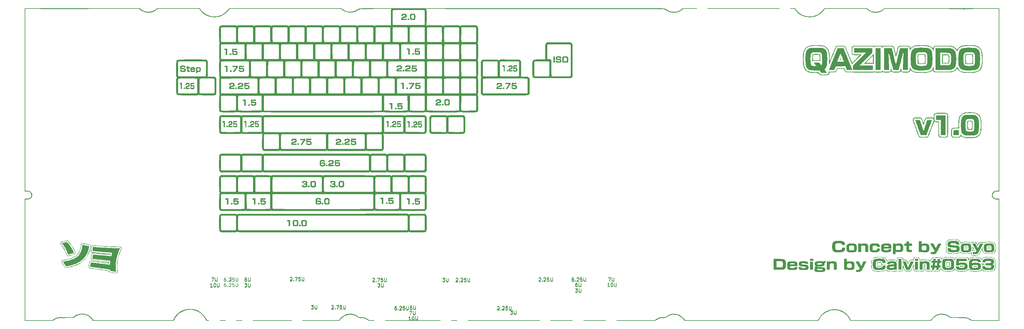
<source format=gbr>
%TF.GenerationSoftware,KiCad,Pcbnew,(7.0.0)*%
%TF.CreationDate,2023-03-04T14:38:51+01:00*%
%TF.ProjectId,qazimodo,71617a69-6d6f-4646-9f2e-6b696361645f,rev?*%
%TF.SameCoordinates,Original*%
%TF.FileFunction,Legend,Top*%
%TF.FilePolarity,Positive*%
%FSLAX46Y46*%
G04 Gerber Fmt 4.6, Leading zero omitted, Abs format (unit mm)*
G04 Created by KiCad (PCBNEW (7.0.0)) date 2023-03-04 14:38:51*
%MOMM*%
%LPD*%
G01*
G04 APERTURE LIST*
%ADD10C,0.150000*%
G04 APERTURE END LIST*
D10*
X196659476Y-126385619D02*
X196707095Y-126338000D01*
X196707095Y-126338000D02*
X196802333Y-126290380D01*
X196802333Y-126290380D02*
X197040428Y-126290380D01*
X197040428Y-126290380D02*
X197135666Y-126338000D01*
X197135666Y-126338000D02*
X197183285Y-126385619D01*
X197183285Y-126385619D02*
X197230904Y-126480857D01*
X197230904Y-126480857D02*
X197230904Y-126576095D01*
X197230904Y-126576095D02*
X197183285Y-126718952D01*
X197183285Y-126718952D02*
X196611857Y-127290380D01*
X196611857Y-127290380D02*
X197230904Y-127290380D01*
X197659476Y-127195142D02*
X197707095Y-127242761D01*
X197707095Y-127242761D02*
X197659476Y-127290380D01*
X197659476Y-127290380D02*
X197611857Y-127242761D01*
X197611857Y-127242761D02*
X197659476Y-127195142D01*
X197659476Y-127195142D02*
X197659476Y-127290380D01*
X198088047Y-126385619D02*
X198135666Y-126338000D01*
X198135666Y-126338000D02*
X198230904Y-126290380D01*
X198230904Y-126290380D02*
X198468999Y-126290380D01*
X198468999Y-126290380D02*
X198564237Y-126338000D01*
X198564237Y-126338000D02*
X198611856Y-126385619D01*
X198611856Y-126385619D02*
X198659475Y-126480857D01*
X198659475Y-126480857D02*
X198659475Y-126576095D01*
X198659475Y-126576095D02*
X198611856Y-126718952D01*
X198611856Y-126718952D02*
X198040428Y-127290380D01*
X198040428Y-127290380D02*
X198659475Y-127290380D01*
X199564237Y-126290380D02*
X199088047Y-126290380D01*
X199088047Y-126290380D02*
X199040428Y-126766571D01*
X199040428Y-126766571D02*
X199088047Y-126718952D01*
X199088047Y-126718952D02*
X199183285Y-126671333D01*
X199183285Y-126671333D02*
X199421380Y-126671333D01*
X199421380Y-126671333D02*
X199516618Y-126718952D01*
X199516618Y-126718952D02*
X199564237Y-126766571D01*
X199564237Y-126766571D02*
X199611856Y-126861809D01*
X199611856Y-126861809D02*
X199611856Y-127099904D01*
X199611856Y-127099904D02*
X199564237Y-127195142D01*
X199564237Y-127195142D02*
X199516618Y-127242761D01*
X199516618Y-127242761D02*
X199421380Y-127290380D01*
X199421380Y-127290380D02*
X199183285Y-127290380D01*
X199183285Y-127290380D02*
X199088047Y-127242761D01*
X199088047Y-127242761D02*
X199040428Y-127195142D01*
X200040428Y-126290380D02*
X200040428Y-127099904D01*
X200040428Y-127099904D02*
X200088047Y-127195142D01*
X200088047Y-127195142D02*
X200135666Y-127242761D01*
X200135666Y-127242761D02*
X200230904Y-127290380D01*
X200230904Y-127290380D02*
X200421380Y-127290380D01*
X200421380Y-127290380D02*
X200516618Y-127242761D01*
X200516618Y-127242761D02*
X200564237Y-127195142D01*
X200564237Y-127195142D02*
X200611856Y-127099904D01*
X200611856Y-127099904D02*
X200611856Y-126290380D01*
X216677857Y-126290380D02*
X217344523Y-126290380D01*
X217344523Y-126290380D02*
X216915952Y-127290380D01*
X217725476Y-126290380D02*
X217725476Y-127099904D01*
X217725476Y-127099904D02*
X217773095Y-127195142D01*
X217773095Y-127195142D02*
X217820714Y-127242761D01*
X217820714Y-127242761D02*
X217915952Y-127290380D01*
X217915952Y-127290380D02*
X218106428Y-127290380D01*
X218106428Y-127290380D02*
X218201666Y-127242761D01*
X218201666Y-127242761D02*
X218249285Y-127195142D01*
X218249285Y-127195142D02*
X218296904Y-127099904D01*
X218296904Y-127099904D02*
X218296904Y-126290380D01*
X188483857Y-135815380D02*
X189102904Y-135815380D01*
X189102904Y-135815380D02*
X188769571Y-136196333D01*
X188769571Y-136196333D02*
X188912428Y-136196333D01*
X188912428Y-136196333D02*
X189007666Y-136243952D01*
X189007666Y-136243952D02*
X189055285Y-136291571D01*
X189055285Y-136291571D02*
X189102904Y-136386809D01*
X189102904Y-136386809D02*
X189102904Y-136624904D01*
X189102904Y-136624904D02*
X189055285Y-136720142D01*
X189055285Y-136720142D02*
X189007666Y-136767761D01*
X189007666Y-136767761D02*
X188912428Y-136815380D01*
X188912428Y-136815380D02*
X188626714Y-136815380D01*
X188626714Y-136815380D02*
X188531476Y-136767761D01*
X188531476Y-136767761D02*
X188483857Y-136720142D01*
X189531476Y-135815380D02*
X189531476Y-136624904D01*
X189531476Y-136624904D02*
X189579095Y-136720142D01*
X189579095Y-136720142D02*
X189626714Y-136767761D01*
X189626714Y-136767761D02*
X189721952Y-136815380D01*
X189721952Y-136815380D02*
X189912428Y-136815380D01*
X189912428Y-136815380D02*
X190007666Y-136767761D01*
X190007666Y-136767761D02*
X190055285Y-136720142D01*
X190055285Y-136720142D02*
X190102904Y-136624904D01*
X190102904Y-136624904D02*
X190102904Y-135815380D01*
X131079857Y-134291380D02*
X131698904Y-134291380D01*
X131698904Y-134291380D02*
X131365571Y-134672333D01*
X131365571Y-134672333D02*
X131508428Y-134672333D01*
X131508428Y-134672333D02*
X131603666Y-134719952D01*
X131603666Y-134719952D02*
X131651285Y-134767571D01*
X131651285Y-134767571D02*
X131698904Y-134862809D01*
X131698904Y-134862809D02*
X131698904Y-135100904D01*
X131698904Y-135100904D02*
X131651285Y-135196142D01*
X131651285Y-135196142D02*
X131603666Y-135243761D01*
X131603666Y-135243761D02*
X131508428Y-135291380D01*
X131508428Y-135291380D02*
X131222714Y-135291380D01*
X131222714Y-135291380D02*
X131127476Y-135243761D01*
X131127476Y-135243761D02*
X131079857Y-135196142D01*
X132127476Y-134291380D02*
X132127476Y-135100904D01*
X132127476Y-135100904D02*
X132175095Y-135196142D01*
X132175095Y-135196142D02*
X132222714Y-135243761D01*
X132222714Y-135243761D02*
X132317952Y-135291380D01*
X132317952Y-135291380D02*
X132508428Y-135291380D01*
X132508428Y-135291380D02*
X132603666Y-135243761D01*
X132603666Y-135243761D02*
X132651285Y-135196142D01*
X132651285Y-135196142D02*
X132698904Y-135100904D01*
X132698904Y-135100904D02*
X132698904Y-134291380D01*
X160051666Y-134418380D02*
X159861190Y-134418380D01*
X159861190Y-134418380D02*
X159765952Y-134466000D01*
X159765952Y-134466000D02*
X159718333Y-134513619D01*
X159718333Y-134513619D02*
X159623095Y-134656476D01*
X159623095Y-134656476D02*
X159575476Y-134846952D01*
X159575476Y-134846952D02*
X159575476Y-135227904D01*
X159575476Y-135227904D02*
X159623095Y-135323142D01*
X159623095Y-135323142D02*
X159670714Y-135370761D01*
X159670714Y-135370761D02*
X159765952Y-135418380D01*
X159765952Y-135418380D02*
X159956428Y-135418380D01*
X159956428Y-135418380D02*
X160051666Y-135370761D01*
X160051666Y-135370761D02*
X160099285Y-135323142D01*
X160099285Y-135323142D02*
X160146904Y-135227904D01*
X160146904Y-135227904D02*
X160146904Y-134989809D01*
X160146904Y-134989809D02*
X160099285Y-134894571D01*
X160099285Y-134894571D02*
X160051666Y-134846952D01*
X160051666Y-134846952D02*
X159956428Y-134799333D01*
X159956428Y-134799333D02*
X159765952Y-134799333D01*
X159765952Y-134799333D02*
X159670714Y-134846952D01*
X159670714Y-134846952D02*
X159623095Y-134894571D01*
X159623095Y-134894571D02*
X159575476Y-134989809D01*
X160575476Y-134418380D02*
X160575476Y-135227904D01*
X160575476Y-135227904D02*
X160623095Y-135323142D01*
X160623095Y-135323142D02*
X160670714Y-135370761D01*
X160670714Y-135370761D02*
X160765952Y-135418380D01*
X160765952Y-135418380D02*
X160956428Y-135418380D01*
X160956428Y-135418380D02*
X161051666Y-135370761D01*
X161051666Y-135370761D02*
X161099285Y-135323142D01*
X161099285Y-135323142D02*
X161146904Y-135227904D01*
X161146904Y-135227904D02*
X161146904Y-134418380D01*
X125031476Y-126258619D02*
X125079095Y-126211000D01*
X125079095Y-126211000D02*
X125174333Y-126163380D01*
X125174333Y-126163380D02*
X125412428Y-126163380D01*
X125412428Y-126163380D02*
X125507666Y-126211000D01*
X125507666Y-126211000D02*
X125555285Y-126258619D01*
X125555285Y-126258619D02*
X125602904Y-126353857D01*
X125602904Y-126353857D02*
X125602904Y-126449095D01*
X125602904Y-126449095D02*
X125555285Y-126591952D01*
X125555285Y-126591952D02*
X124983857Y-127163380D01*
X124983857Y-127163380D02*
X125602904Y-127163380D01*
X126031476Y-127068142D02*
X126079095Y-127115761D01*
X126079095Y-127115761D02*
X126031476Y-127163380D01*
X126031476Y-127163380D02*
X125983857Y-127115761D01*
X125983857Y-127115761D02*
X126031476Y-127068142D01*
X126031476Y-127068142D02*
X126031476Y-127163380D01*
X126412428Y-126163380D02*
X127079094Y-126163380D01*
X127079094Y-126163380D02*
X126650523Y-127163380D01*
X127936237Y-126163380D02*
X127460047Y-126163380D01*
X127460047Y-126163380D02*
X127412428Y-126639571D01*
X127412428Y-126639571D02*
X127460047Y-126591952D01*
X127460047Y-126591952D02*
X127555285Y-126544333D01*
X127555285Y-126544333D02*
X127793380Y-126544333D01*
X127793380Y-126544333D02*
X127888618Y-126591952D01*
X127888618Y-126591952D02*
X127936237Y-126639571D01*
X127936237Y-126639571D02*
X127983856Y-126734809D01*
X127983856Y-126734809D02*
X127983856Y-126972904D01*
X127983856Y-126972904D02*
X127936237Y-127068142D01*
X127936237Y-127068142D02*
X127888618Y-127115761D01*
X127888618Y-127115761D02*
X127793380Y-127163380D01*
X127793380Y-127163380D02*
X127555285Y-127163380D01*
X127555285Y-127163380D02*
X127460047Y-127115761D01*
X127460047Y-127115761D02*
X127412428Y-127068142D01*
X128412428Y-126163380D02*
X128412428Y-126972904D01*
X128412428Y-126972904D02*
X128460047Y-127068142D01*
X128460047Y-127068142D02*
X128507666Y-127115761D01*
X128507666Y-127115761D02*
X128602904Y-127163380D01*
X128602904Y-127163380D02*
X128793380Y-127163380D01*
X128793380Y-127163380D02*
X128888618Y-127115761D01*
X128888618Y-127115761D02*
X128936237Y-127068142D01*
X128936237Y-127068142D02*
X128983856Y-126972904D01*
X128983856Y-126972904D02*
X128983856Y-126163380D01*
X207676666Y-127814380D02*
X207486190Y-127814380D01*
X207486190Y-127814380D02*
X207390952Y-127862000D01*
X207390952Y-127862000D02*
X207343333Y-127909619D01*
X207343333Y-127909619D02*
X207248095Y-128052476D01*
X207248095Y-128052476D02*
X207200476Y-128242952D01*
X207200476Y-128242952D02*
X207200476Y-128623904D01*
X207200476Y-128623904D02*
X207248095Y-128719142D01*
X207248095Y-128719142D02*
X207295714Y-128766761D01*
X207295714Y-128766761D02*
X207390952Y-128814380D01*
X207390952Y-128814380D02*
X207581428Y-128814380D01*
X207581428Y-128814380D02*
X207676666Y-128766761D01*
X207676666Y-128766761D02*
X207724285Y-128719142D01*
X207724285Y-128719142D02*
X207771904Y-128623904D01*
X207771904Y-128623904D02*
X207771904Y-128385809D01*
X207771904Y-128385809D02*
X207724285Y-128290571D01*
X207724285Y-128290571D02*
X207676666Y-128242952D01*
X207676666Y-128242952D02*
X207581428Y-128195333D01*
X207581428Y-128195333D02*
X207390952Y-128195333D01*
X207390952Y-128195333D02*
X207295714Y-128242952D01*
X207295714Y-128242952D02*
X207248095Y-128290571D01*
X207248095Y-128290571D02*
X207200476Y-128385809D01*
X208200476Y-127814380D02*
X208200476Y-128623904D01*
X208200476Y-128623904D02*
X208248095Y-128719142D01*
X208248095Y-128719142D02*
X208295714Y-128766761D01*
X208295714Y-128766761D02*
X208390952Y-128814380D01*
X208390952Y-128814380D02*
X208581428Y-128814380D01*
X208581428Y-128814380D02*
X208676666Y-128766761D01*
X208676666Y-128766761D02*
X208724285Y-128719142D01*
X208724285Y-128719142D02*
X208771904Y-128623904D01*
X208771904Y-128623904D02*
X208771904Y-127814380D01*
X111902857Y-127941380D02*
X112521904Y-127941380D01*
X112521904Y-127941380D02*
X112188571Y-128322333D01*
X112188571Y-128322333D02*
X112331428Y-128322333D01*
X112331428Y-128322333D02*
X112426666Y-128369952D01*
X112426666Y-128369952D02*
X112474285Y-128417571D01*
X112474285Y-128417571D02*
X112521904Y-128512809D01*
X112521904Y-128512809D02*
X112521904Y-128750904D01*
X112521904Y-128750904D02*
X112474285Y-128846142D01*
X112474285Y-128846142D02*
X112426666Y-128893761D01*
X112426666Y-128893761D02*
X112331428Y-128941380D01*
X112331428Y-128941380D02*
X112045714Y-128941380D01*
X112045714Y-128941380D02*
X111950476Y-128893761D01*
X111950476Y-128893761D02*
X111902857Y-128846142D01*
X112950476Y-127941380D02*
X112950476Y-128750904D01*
X112950476Y-128750904D02*
X112998095Y-128846142D01*
X112998095Y-128846142D02*
X113045714Y-128893761D01*
X113045714Y-128893761D02*
X113140952Y-128941380D01*
X113140952Y-128941380D02*
X113331428Y-128941380D01*
X113331428Y-128941380D02*
X113426666Y-128893761D01*
X113426666Y-128893761D02*
X113474285Y-128846142D01*
X113474285Y-128846142D02*
X113521904Y-128750904D01*
X113521904Y-128750904D02*
X113521904Y-127941380D01*
X102377857Y-126290380D02*
X103044523Y-126290380D01*
X103044523Y-126290380D02*
X102615952Y-127290380D01*
X103425476Y-126290380D02*
X103425476Y-127099904D01*
X103425476Y-127099904D02*
X103473095Y-127195142D01*
X103473095Y-127195142D02*
X103520714Y-127242761D01*
X103520714Y-127242761D02*
X103615952Y-127290380D01*
X103615952Y-127290380D02*
X103806428Y-127290380D01*
X103806428Y-127290380D02*
X103901666Y-127242761D01*
X103901666Y-127242761D02*
X103949285Y-127195142D01*
X103949285Y-127195142D02*
X103996904Y-127099904D01*
X103996904Y-127099904D02*
X103996904Y-126290380D01*
X184721476Y-134640619D02*
X184769095Y-134593000D01*
X184769095Y-134593000D02*
X184864333Y-134545380D01*
X184864333Y-134545380D02*
X185102428Y-134545380D01*
X185102428Y-134545380D02*
X185197666Y-134593000D01*
X185197666Y-134593000D02*
X185245285Y-134640619D01*
X185245285Y-134640619D02*
X185292904Y-134735857D01*
X185292904Y-134735857D02*
X185292904Y-134831095D01*
X185292904Y-134831095D02*
X185245285Y-134973952D01*
X185245285Y-134973952D02*
X184673857Y-135545380D01*
X184673857Y-135545380D02*
X185292904Y-135545380D01*
X185721476Y-135450142D02*
X185769095Y-135497761D01*
X185769095Y-135497761D02*
X185721476Y-135545380D01*
X185721476Y-135545380D02*
X185673857Y-135497761D01*
X185673857Y-135497761D02*
X185721476Y-135450142D01*
X185721476Y-135450142D02*
X185721476Y-135545380D01*
X186150047Y-134640619D02*
X186197666Y-134593000D01*
X186197666Y-134593000D02*
X186292904Y-134545380D01*
X186292904Y-134545380D02*
X186530999Y-134545380D01*
X186530999Y-134545380D02*
X186626237Y-134593000D01*
X186626237Y-134593000D02*
X186673856Y-134640619D01*
X186673856Y-134640619D02*
X186721475Y-134735857D01*
X186721475Y-134735857D02*
X186721475Y-134831095D01*
X186721475Y-134831095D02*
X186673856Y-134973952D01*
X186673856Y-134973952D02*
X186102428Y-135545380D01*
X186102428Y-135545380D02*
X186721475Y-135545380D01*
X187626237Y-134545380D02*
X187150047Y-134545380D01*
X187150047Y-134545380D02*
X187102428Y-135021571D01*
X187102428Y-135021571D02*
X187150047Y-134973952D01*
X187150047Y-134973952D02*
X187245285Y-134926333D01*
X187245285Y-134926333D02*
X187483380Y-134926333D01*
X187483380Y-134926333D02*
X187578618Y-134973952D01*
X187578618Y-134973952D02*
X187626237Y-135021571D01*
X187626237Y-135021571D02*
X187673856Y-135116809D01*
X187673856Y-135116809D02*
X187673856Y-135354904D01*
X187673856Y-135354904D02*
X187626237Y-135450142D01*
X187626237Y-135450142D02*
X187578618Y-135497761D01*
X187578618Y-135497761D02*
X187483380Y-135545380D01*
X187483380Y-135545380D02*
X187245285Y-135545380D01*
X187245285Y-135545380D02*
X187150047Y-135497761D01*
X187150047Y-135497761D02*
X187102428Y-135450142D01*
X188102428Y-134545380D02*
X188102428Y-135354904D01*
X188102428Y-135354904D02*
X188150047Y-135450142D01*
X188150047Y-135450142D02*
X188197666Y-135497761D01*
X188197666Y-135497761D02*
X188292904Y-135545380D01*
X188292904Y-135545380D02*
X188483380Y-135545380D01*
X188483380Y-135545380D02*
X188578618Y-135497761D01*
X188578618Y-135497761D02*
X188626237Y-135450142D01*
X188626237Y-135450142D02*
X188673856Y-135354904D01*
X188673856Y-135354904D02*
X188673856Y-134545380D01*
X206660666Y-126290380D02*
X206470190Y-126290380D01*
X206470190Y-126290380D02*
X206374952Y-126338000D01*
X206374952Y-126338000D02*
X206327333Y-126385619D01*
X206327333Y-126385619D02*
X206232095Y-126528476D01*
X206232095Y-126528476D02*
X206184476Y-126718952D01*
X206184476Y-126718952D02*
X206184476Y-127099904D01*
X206184476Y-127099904D02*
X206232095Y-127195142D01*
X206232095Y-127195142D02*
X206279714Y-127242761D01*
X206279714Y-127242761D02*
X206374952Y-127290380D01*
X206374952Y-127290380D02*
X206565428Y-127290380D01*
X206565428Y-127290380D02*
X206660666Y-127242761D01*
X206660666Y-127242761D02*
X206708285Y-127195142D01*
X206708285Y-127195142D02*
X206755904Y-127099904D01*
X206755904Y-127099904D02*
X206755904Y-126861809D01*
X206755904Y-126861809D02*
X206708285Y-126766571D01*
X206708285Y-126766571D02*
X206660666Y-126718952D01*
X206660666Y-126718952D02*
X206565428Y-126671333D01*
X206565428Y-126671333D02*
X206374952Y-126671333D01*
X206374952Y-126671333D02*
X206279714Y-126718952D01*
X206279714Y-126718952D02*
X206232095Y-126766571D01*
X206232095Y-126766571D02*
X206184476Y-126861809D01*
X207184476Y-127195142D02*
X207232095Y-127242761D01*
X207232095Y-127242761D02*
X207184476Y-127290380D01*
X207184476Y-127290380D02*
X207136857Y-127242761D01*
X207136857Y-127242761D02*
X207184476Y-127195142D01*
X207184476Y-127195142D02*
X207184476Y-127290380D01*
X207613047Y-126385619D02*
X207660666Y-126338000D01*
X207660666Y-126338000D02*
X207755904Y-126290380D01*
X207755904Y-126290380D02*
X207993999Y-126290380D01*
X207993999Y-126290380D02*
X208089237Y-126338000D01*
X208089237Y-126338000D02*
X208136856Y-126385619D01*
X208136856Y-126385619D02*
X208184475Y-126480857D01*
X208184475Y-126480857D02*
X208184475Y-126576095D01*
X208184475Y-126576095D02*
X208136856Y-126718952D01*
X208136856Y-126718952D02*
X207565428Y-127290380D01*
X207565428Y-127290380D02*
X208184475Y-127290380D01*
X209089237Y-126290380D02*
X208613047Y-126290380D01*
X208613047Y-126290380D02*
X208565428Y-126766571D01*
X208565428Y-126766571D02*
X208613047Y-126718952D01*
X208613047Y-126718952D02*
X208708285Y-126671333D01*
X208708285Y-126671333D02*
X208946380Y-126671333D01*
X208946380Y-126671333D02*
X209041618Y-126718952D01*
X209041618Y-126718952D02*
X209089237Y-126766571D01*
X209089237Y-126766571D02*
X209136856Y-126861809D01*
X209136856Y-126861809D02*
X209136856Y-127099904D01*
X209136856Y-127099904D02*
X209089237Y-127195142D01*
X209089237Y-127195142D02*
X209041618Y-127242761D01*
X209041618Y-127242761D02*
X208946380Y-127290380D01*
X208946380Y-127290380D02*
X208708285Y-127290380D01*
X208708285Y-127290380D02*
X208613047Y-127242761D01*
X208613047Y-127242761D02*
X208565428Y-127195142D01*
X209565428Y-126290380D02*
X209565428Y-127099904D01*
X209565428Y-127099904D02*
X209613047Y-127195142D01*
X209613047Y-127195142D02*
X209660666Y-127242761D01*
X209660666Y-127242761D02*
X209755904Y-127290380D01*
X209755904Y-127290380D02*
X209946380Y-127290380D01*
X209946380Y-127290380D02*
X210041618Y-127242761D01*
X210041618Y-127242761D02*
X210089237Y-127195142D01*
X210089237Y-127195142D02*
X210136856Y-127099904D01*
X210136856Y-127099904D02*
X210136856Y-126290380D01*
X168925857Y-126417380D02*
X169544904Y-126417380D01*
X169544904Y-126417380D02*
X169211571Y-126798333D01*
X169211571Y-126798333D02*
X169354428Y-126798333D01*
X169354428Y-126798333D02*
X169449666Y-126845952D01*
X169449666Y-126845952D02*
X169497285Y-126893571D01*
X169497285Y-126893571D02*
X169544904Y-126988809D01*
X169544904Y-126988809D02*
X169544904Y-127226904D01*
X169544904Y-127226904D02*
X169497285Y-127322142D01*
X169497285Y-127322142D02*
X169449666Y-127369761D01*
X169449666Y-127369761D02*
X169354428Y-127417380D01*
X169354428Y-127417380D02*
X169068714Y-127417380D01*
X169068714Y-127417380D02*
X168973476Y-127369761D01*
X168973476Y-127369761D02*
X168925857Y-127322142D01*
X169973476Y-126417380D02*
X169973476Y-127226904D01*
X169973476Y-127226904D02*
X170021095Y-127322142D01*
X170021095Y-127322142D02*
X170068714Y-127369761D01*
X170068714Y-127369761D02*
X170163952Y-127417380D01*
X170163952Y-127417380D02*
X170354428Y-127417380D01*
X170354428Y-127417380D02*
X170449666Y-127369761D01*
X170449666Y-127369761D02*
X170497285Y-127322142D01*
X170497285Y-127322142D02*
X170544904Y-127226904D01*
X170544904Y-127226904D02*
X170544904Y-126417380D01*
X106457666Y-126290380D02*
X106267190Y-126290380D01*
X106267190Y-126290380D02*
X106171952Y-126338000D01*
X106171952Y-126338000D02*
X106124333Y-126385619D01*
X106124333Y-126385619D02*
X106029095Y-126528476D01*
X106029095Y-126528476D02*
X105981476Y-126718952D01*
X105981476Y-126718952D02*
X105981476Y-127099904D01*
X105981476Y-127099904D02*
X106029095Y-127195142D01*
X106029095Y-127195142D02*
X106076714Y-127242761D01*
X106076714Y-127242761D02*
X106171952Y-127290380D01*
X106171952Y-127290380D02*
X106362428Y-127290380D01*
X106362428Y-127290380D02*
X106457666Y-127242761D01*
X106457666Y-127242761D02*
X106505285Y-127195142D01*
X106505285Y-127195142D02*
X106552904Y-127099904D01*
X106552904Y-127099904D02*
X106552904Y-126861809D01*
X106552904Y-126861809D02*
X106505285Y-126766571D01*
X106505285Y-126766571D02*
X106457666Y-126718952D01*
X106457666Y-126718952D02*
X106362428Y-126671333D01*
X106362428Y-126671333D02*
X106171952Y-126671333D01*
X106171952Y-126671333D02*
X106076714Y-126718952D01*
X106076714Y-126718952D02*
X106029095Y-126766571D01*
X106029095Y-126766571D02*
X105981476Y-126861809D01*
X106981476Y-127195142D02*
X107029095Y-127242761D01*
X107029095Y-127242761D02*
X106981476Y-127290380D01*
X106981476Y-127290380D02*
X106933857Y-127242761D01*
X106933857Y-127242761D02*
X106981476Y-127195142D01*
X106981476Y-127195142D02*
X106981476Y-127290380D01*
X107410047Y-126385619D02*
X107457666Y-126338000D01*
X107457666Y-126338000D02*
X107552904Y-126290380D01*
X107552904Y-126290380D02*
X107790999Y-126290380D01*
X107790999Y-126290380D02*
X107886237Y-126338000D01*
X107886237Y-126338000D02*
X107933856Y-126385619D01*
X107933856Y-126385619D02*
X107981475Y-126480857D01*
X107981475Y-126480857D02*
X107981475Y-126576095D01*
X107981475Y-126576095D02*
X107933856Y-126718952D01*
X107933856Y-126718952D02*
X107362428Y-127290380D01*
X107362428Y-127290380D02*
X107981475Y-127290380D01*
X108886237Y-126290380D02*
X108410047Y-126290380D01*
X108410047Y-126290380D02*
X108362428Y-126766571D01*
X108362428Y-126766571D02*
X108410047Y-126718952D01*
X108410047Y-126718952D02*
X108505285Y-126671333D01*
X108505285Y-126671333D02*
X108743380Y-126671333D01*
X108743380Y-126671333D02*
X108838618Y-126718952D01*
X108838618Y-126718952D02*
X108886237Y-126766571D01*
X108886237Y-126766571D02*
X108933856Y-126861809D01*
X108933856Y-126861809D02*
X108933856Y-127099904D01*
X108933856Y-127099904D02*
X108886237Y-127195142D01*
X108886237Y-127195142D02*
X108838618Y-127242761D01*
X108838618Y-127242761D02*
X108743380Y-127290380D01*
X108743380Y-127290380D02*
X108505285Y-127290380D01*
X108505285Y-127290380D02*
X108410047Y-127242761D01*
X108410047Y-127242761D02*
X108362428Y-127195142D01*
X109362428Y-126290380D02*
X109362428Y-127099904D01*
X109362428Y-127099904D02*
X109410047Y-127195142D01*
X109410047Y-127195142D02*
X109457666Y-127242761D01*
X109457666Y-127242761D02*
X109552904Y-127290380D01*
X109552904Y-127290380D02*
X109743380Y-127290380D01*
X109743380Y-127290380D02*
X109838618Y-127242761D01*
X109838618Y-127242761D02*
X109886237Y-127195142D01*
X109886237Y-127195142D02*
X109933856Y-127099904D01*
X109933856Y-127099904D02*
X109933856Y-126290380D01*
X102615904Y-128941380D02*
X102044476Y-128941380D01*
X102330190Y-128941380D02*
X102330190Y-127941380D01*
X102330190Y-127941380D02*
X102234952Y-128084238D01*
X102234952Y-128084238D02*
X102139714Y-128179476D01*
X102139714Y-128179476D02*
X102044476Y-128227095D01*
X103234952Y-127941380D02*
X103330190Y-127941380D01*
X103330190Y-127941380D02*
X103425428Y-127989000D01*
X103425428Y-127989000D02*
X103473047Y-128036619D01*
X103473047Y-128036619D02*
X103520666Y-128131857D01*
X103520666Y-128131857D02*
X103568285Y-128322333D01*
X103568285Y-128322333D02*
X103568285Y-128560428D01*
X103568285Y-128560428D02*
X103520666Y-128750904D01*
X103520666Y-128750904D02*
X103473047Y-128846142D01*
X103473047Y-128846142D02*
X103425428Y-128893761D01*
X103425428Y-128893761D02*
X103330190Y-128941380D01*
X103330190Y-128941380D02*
X103234952Y-128941380D01*
X103234952Y-128941380D02*
X103139714Y-128893761D01*
X103139714Y-128893761D02*
X103092095Y-128846142D01*
X103092095Y-128846142D02*
X103044476Y-128750904D01*
X103044476Y-128750904D02*
X102996857Y-128560428D01*
X102996857Y-128560428D02*
X102996857Y-128322333D01*
X102996857Y-128322333D02*
X103044476Y-128131857D01*
X103044476Y-128131857D02*
X103092095Y-128036619D01*
X103092095Y-128036619D02*
X103139714Y-127989000D01*
X103139714Y-127989000D02*
X103234952Y-127941380D01*
X103996857Y-127941380D02*
X103996857Y-128750904D01*
X103996857Y-128750904D02*
X104044476Y-128846142D01*
X104044476Y-128846142D02*
X104092095Y-128893761D01*
X104092095Y-128893761D02*
X104187333Y-128941380D01*
X104187333Y-128941380D02*
X104377809Y-128941380D01*
X104377809Y-128941380D02*
X104473047Y-128893761D01*
X104473047Y-128893761D02*
X104520666Y-128846142D01*
X104520666Y-128846142D02*
X104568285Y-128750904D01*
X104568285Y-128750904D02*
X104568285Y-127941380D01*
X159400857Y-135942380D02*
X160067523Y-135942380D01*
X160067523Y-135942380D02*
X159638952Y-136942380D01*
X160448476Y-135942380D02*
X160448476Y-136751904D01*
X160448476Y-136751904D02*
X160496095Y-136847142D01*
X160496095Y-136847142D02*
X160543714Y-136894761D01*
X160543714Y-136894761D02*
X160638952Y-136942380D01*
X160638952Y-136942380D02*
X160829428Y-136942380D01*
X160829428Y-136942380D02*
X160924666Y-136894761D01*
X160924666Y-136894761D02*
X160972285Y-136847142D01*
X160972285Y-136847142D02*
X161019904Y-136751904D01*
X161019904Y-136751904D02*
X161019904Y-135942380D01*
X172783476Y-126512619D02*
X172831095Y-126465000D01*
X172831095Y-126465000D02*
X172926333Y-126417380D01*
X172926333Y-126417380D02*
X173164428Y-126417380D01*
X173164428Y-126417380D02*
X173259666Y-126465000D01*
X173259666Y-126465000D02*
X173307285Y-126512619D01*
X173307285Y-126512619D02*
X173354904Y-126607857D01*
X173354904Y-126607857D02*
X173354904Y-126703095D01*
X173354904Y-126703095D02*
X173307285Y-126845952D01*
X173307285Y-126845952D02*
X172735857Y-127417380D01*
X172735857Y-127417380D02*
X173354904Y-127417380D01*
X173783476Y-127322142D02*
X173831095Y-127369761D01*
X173831095Y-127369761D02*
X173783476Y-127417380D01*
X173783476Y-127417380D02*
X173735857Y-127369761D01*
X173735857Y-127369761D02*
X173783476Y-127322142D01*
X173783476Y-127322142D02*
X173783476Y-127417380D01*
X174212047Y-126512619D02*
X174259666Y-126465000D01*
X174259666Y-126465000D02*
X174354904Y-126417380D01*
X174354904Y-126417380D02*
X174592999Y-126417380D01*
X174592999Y-126417380D02*
X174688237Y-126465000D01*
X174688237Y-126465000D02*
X174735856Y-126512619D01*
X174735856Y-126512619D02*
X174783475Y-126607857D01*
X174783475Y-126607857D02*
X174783475Y-126703095D01*
X174783475Y-126703095D02*
X174735856Y-126845952D01*
X174735856Y-126845952D02*
X174164428Y-127417380D01*
X174164428Y-127417380D02*
X174783475Y-127417380D01*
X175688237Y-126417380D02*
X175212047Y-126417380D01*
X175212047Y-126417380D02*
X175164428Y-126893571D01*
X175164428Y-126893571D02*
X175212047Y-126845952D01*
X175212047Y-126845952D02*
X175307285Y-126798333D01*
X175307285Y-126798333D02*
X175545380Y-126798333D01*
X175545380Y-126798333D02*
X175640618Y-126845952D01*
X175640618Y-126845952D02*
X175688237Y-126893571D01*
X175688237Y-126893571D02*
X175735856Y-126988809D01*
X175735856Y-126988809D02*
X175735856Y-127226904D01*
X175735856Y-127226904D02*
X175688237Y-127322142D01*
X175688237Y-127322142D02*
X175640618Y-127369761D01*
X175640618Y-127369761D02*
X175545380Y-127417380D01*
X175545380Y-127417380D02*
X175307285Y-127417380D01*
X175307285Y-127417380D02*
X175212047Y-127369761D01*
X175212047Y-127369761D02*
X175164428Y-127322142D01*
X176164428Y-126417380D02*
X176164428Y-127226904D01*
X176164428Y-127226904D02*
X176212047Y-127322142D01*
X176212047Y-127322142D02*
X176259666Y-127369761D01*
X176259666Y-127369761D02*
X176354904Y-127417380D01*
X176354904Y-127417380D02*
X176545380Y-127417380D01*
X176545380Y-127417380D02*
X176640618Y-127369761D01*
X176640618Y-127369761D02*
X176688237Y-127322142D01*
X176688237Y-127322142D02*
X176735856Y-127226904D01*
X176735856Y-127226904D02*
X176735856Y-126417380D01*
X136969476Y-134386619D02*
X137017095Y-134339000D01*
X137017095Y-134339000D02*
X137112333Y-134291380D01*
X137112333Y-134291380D02*
X137350428Y-134291380D01*
X137350428Y-134291380D02*
X137445666Y-134339000D01*
X137445666Y-134339000D02*
X137493285Y-134386619D01*
X137493285Y-134386619D02*
X137540904Y-134481857D01*
X137540904Y-134481857D02*
X137540904Y-134577095D01*
X137540904Y-134577095D02*
X137493285Y-134719952D01*
X137493285Y-134719952D02*
X136921857Y-135291380D01*
X136921857Y-135291380D02*
X137540904Y-135291380D01*
X137969476Y-135196142D02*
X138017095Y-135243761D01*
X138017095Y-135243761D02*
X137969476Y-135291380D01*
X137969476Y-135291380D02*
X137921857Y-135243761D01*
X137921857Y-135243761D02*
X137969476Y-135196142D01*
X137969476Y-135196142D02*
X137969476Y-135291380D01*
X138350428Y-134291380D02*
X139017094Y-134291380D01*
X139017094Y-134291380D02*
X138588523Y-135291380D01*
X139874237Y-134291380D02*
X139398047Y-134291380D01*
X139398047Y-134291380D02*
X139350428Y-134767571D01*
X139350428Y-134767571D02*
X139398047Y-134719952D01*
X139398047Y-134719952D02*
X139493285Y-134672333D01*
X139493285Y-134672333D02*
X139731380Y-134672333D01*
X139731380Y-134672333D02*
X139826618Y-134719952D01*
X139826618Y-134719952D02*
X139874237Y-134767571D01*
X139874237Y-134767571D02*
X139921856Y-134862809D01*
X139921856Y-134862809D02*
X139921856Y-135100904D01*
X139921856Y-135100904D02*
X139874237Y-135196142D01*
X139874237Y-135196142D02*
X139826618Y-135243761D01*
X139826618Y-135243761D02*
X139731380Y-135291380D01*
X139731380Y-135291380D02*
X139493285Y-135291380D01*
X139493285Y-135291380D02*
X139398047Y-135243761D01*
X139398047Y-135243761D02*
X139350428Y-135196142D01*
X140350428Y-134291380D02*
X140350428Y-135100904D01*
X140350428Y-135100904D02*
X140398047Y-135196142D01*
X140398047Y-135196142D02*
X140445666Y-135243761D01*
X140445666Y-135243761D02*
X140540904Y-135291380D01*
X140540904Y-135291380D02*
X140731380Y-135291380D01*
X140731380Y-135291380D02*
X140826618Y-135243761D01*
X140826618Y-135243761D02*
X140874237Y-135196142D01*
X140874237Y-135196142D02*
X140921856Y-135100904D01*
X140921856Y-135100904D02*
X140921856Y-134291380D01*
X207152857Y-129465380D02*
X207771904Y-129465380D01*
X207771904Y-129465380D02*
X207438571Y-129846333D01*
X207438571Y-129846333D02*
X207581428Y-129846333D01*
X207581428Y-129846333D02*
X207676666Y-129893952D01*
X207676666Y-129893952D02*
X207724285Y-129941571D01*
X207724285Y-129941571D02*
X207771904Y-130036809D01*
X207771904Y-130036809D02*
X207771904Y-130274904D01*
X207771904Y-130274904D02*
X207724285Y-130370142D01*
X207724285Y-130370142D02*
X207676666Y-130417761D01*
X207676666Y-130417761D02*
X207581428Y-130465380D01*
X207581428Y-130465380D02*
X207295714Y-130465380D01*
X207295714Y-130465380D02*
X207200476Y-130417761D01*
X207200476Y-130417761D02*
X207152857Y-130370142D01*
X208200476Y-129465380D02*
X208200476Y-130274904D01*
X208200476Y-130274904D02*
X208248095Y-130370142D01*
X208248095Y-130370142D02*
X208295714Y-130417761D01*
X208295714Y-130417761D02*
X208390952Y-130465380D01*
X208390952Y-130465380D02*
X208581428Y-130465380D01*
X208581428Y-130465380D02*
X208676666Y-130417761D01*
X208676666Y-130417761D02*
X208724285Y-130370142D01*
X208724285Y-130370142D02*
X208771904Y-130274904D01*
X208771904Y-130274904D02*
X208771904Y-129465380D01*
X155606666Y-134545380D02*
X155416190Y-134545380D01*
X155416190Y-134545380D02*
X155320952Y-134593000D01*
X155320952Y-134593000D02*
X155273333Y-134640619D01*
X155273333Y-134640619D02*
X155178095Y-134783476D01*
X155178095Y-134783476D02*
X155130476Y-134973952D01*
X155130476Y-134973952D02*
X155130476Y-135354904D01*
X155130476Y-135354904D02*
X155178095Y-135450142D01*
X155178095Y-135450142D02*
X155225714Y-135497761D01*
X155225714Y-135497761D02*
X155320952Y-135545380D01*
X155320952Y-135545380D02*
X155511428Y-135545380D01*
X155511428Y-135545380D02*
X155606666Y-135497761D01*
X155606666Y-135497761D02*
X155654285Y-135450142D01*
X155654285Y-135450142D02*
X155701904Y-135354904D01*
X155701904Y-135354904D02*
X155701904Y-135116809D01*
X155701904Y-135116809D02*
X155654285Y-135021571D01*
X155654285Y-135021571D02*
X155606666Y-134973952D01*
X155606666Y-134973952D02*
X155511428Y-134926333D01*
X155511428Y-134926333D02*
X155320952Y-134926333D01*
X155320952Y-134926333D02*
X155225714Y-134973952D01*
X155225714Y-134973952D02*
X155178095Y-135021571D01*
X155178095Y-135021571D02*
X155130476Y-135116809D01*
X156130476Y-135450142D02*
X156178095Y-135497761D01*
X156178095Y-135497761D02*
X156130476Y-135545380D01*
X156130476Y-135545380D02*
X156082857Y-135497761D01*
X156082857Y-135497761D02*
X156130476Y-135450142D01*
X156130476Y-135450142D02*
X156130476Y-135545380D01*
X156559047Y-134640619D02*
X156606666Y-134593000D01*
X156606666Y-134593000D02*
X156701904Y-134545380D01*
X156701904Y-134545380D02*
X156939999Y-134545380D01*
X156939999Y-134545380D02*
X157035237Y-134593000D01*
X157035237Y-134593000D02*
X157082856Y-134640619D01*
X157082856Y-134640619D02*
X157130475Y-134735857D01*
X157130475Y-134735857D02*
X157130475Y-134831095D01*
X157130475Y-134831095D02*
X157082856Y-134973952D01*
X157082856Y-134973952D02*
X156511428Y-135545380D01*
X156511428Y-135545380D02*
X157130475Y-135545380D01*
X158035237Y-134545380D02*
X157559047Y-134545380D01*
X157559047Y-134545380D02*
X157511428Y-135021571D01*
X157511428Y-135021571D02*
X157559047Y-134973952D01*
X157559047Y-134973952D02*
X157654285Y-134926333D01*
X157654285Y-134926333D02*
X157892380Y-134926333D01*
X157892380Y-134926333D02*
X157987618Y-134973952D01*
X157987618Y-134973952D02*
X158035237Y-135021571D01*
X158035237Y-135021571D02*
X158082856Y-135116809D01*
X158082856Y-135116809D02*
X158082856Y-135354904D01*
X158082856Y-135354904D02*
X158035237Y-135450142D01*
X158035237Y-135450142D02*
X157987618Y-135497761D01*
X157987618Y-135497761D02*
X157892380Y-135545380D01*
X157892380Y-135545380D02*
X157654285Y-135545380D01*
X157654285Y-135545380D02*
X157559047Y-135497761D01*
X157559047Y-135497761D02*
X157511428Y-135450142D01*
X158511428Y-134545380D02*
X158511428Y-135354904D01*
X158511428Y-135354904D02*
X158559047Y-135450142D01*
X158559047Y-135450142D02*
X158606666Y-135497761D01*
X158606666Y-135497761D02*
X158701904Y-135545380D01*
X158701904Y-135545380D02*
X158892380Y-135545380D01*
X158892380Y-135545380D02*
X158987618Y-135497761D01*
X158987618Y-135497761D02*
X159035237Y-135450142D01*
X159035237Y-135450142D02*
X159082856Y-135354904D01*
X159082856Y-135354904D02*
X159082856Y-134545380D01*
X217042904Y-128814380D02*
X216471476Y-128814380D01*
X216757190Y-128814380D02*
X216757190Y-127814380D01*
X216757190Y-127814380D02*
X216661952Y-127957238D01*
X216661952Y-127957238D02*
X216566714Y-128052476D01*
X216566714Y-128052476D02*
X216471476Y-128100095D01*
X217661952Y-127814380D02*
X217757190Y-127814380D01*
X217757190Y-127814380D02*
X217852428Y-127862000D01*
X217852428Y-127862000D02*
X217900047Y-127909619D01*
X217900047Y-127909619D02*
X217947666Y-128004857D01*
X217947666Y-128004857D02*
X217995285Y-128195333D01*
X217995285Y-128195333D02*
X217995285Y-128433428D01*
X217995285Y-128433428D02*
X217947666Y-128623904D01*
X217947666Y-128623904D02*
X217900047Y-128719142D01*
X217900047Y-128719142D02*
X217852428Y-128766761D01*
X217852428Y-128766761D02*
X217757190Y-128814380D01*
X217757190Y-128814380D02*
X217661952Y-128814380D01*
X217661952Y-128814380D02*
X217566714Y-128766761D01*
X217566714Y-128766761D02*
X217519095Y-128719142D01*
X217519095Y-128719142D02*
X217471476Y-128623904D01*
X217471476Y-128623904D02*
X217423857Y-128433428D01*
X217423857Y-128433428D02*
X217423857Y-128195333D01*
X217423857Y-128195333D02*
X217471476Y-128004857D01*
X217471476Y-128004857D02*
X217519095Y-127909619D01*
X217519095Y-127909619D02*
X217566714Y-127862000D01*
X217566714Y-127862000D02*
X217661952Y-127814380D01*
X218423857Y-127814380D02*
X218423857Y-128623904D01*
X218423857Y-128623904D02*
X218471476Y-128719142D01*
X218471476Y-128719142D02*
X218519095Y-128766761D01*
X218519095Y-128766761D02*
X218614333Y-128814380D01*
X218614333Y-128814380D02*
X218804809Y-128814380D01*
X218804809Y-128814380D02*
X218900047Y-128766761D01*
X218900047Y-128766761D02*
X218947666Y-128719142D01*
X218947666Y-128719142D02*
X218995285Y-128623904D01*
X218995285Y-128623904D02*
X218995285Y-127814380D01*
X159765904Y-138466380D02*
X159194476Y-138466380D01*
X159480190Y-138466380D02*
X159480190Y-137466380D01*
X159480190Y-137466380D02*
X159384952Y-137609238D01*
X159384952Y-137609238D02*
X159289714Y-137704476D01*
X159289714Y-137704476D02*
X159194476Y-137752095D01*
X160384952Y-137466380D02*
X160480190Y-137466380D01*
X160480190Y-137466380D02*
X160575428Y-137514000D01*
X160575428Y-137514000D02*
X160623047Y-137561619D01*
X160623047Y-137561619D02*
X160670666Y-137656857D01*
X160670666Y-137656857D02*
X160718285Y-137847333D01*
X160718285Y-137847333D02*
X160718285Y-138085428D01*
X160718285Y-138085428D02*
X160670666Y-138275904D01*
X160670666Y-138275904D02*
X160623047Y-138371142D01*
X160623047Y-138371142D02*
X160575428Y-138418761D01*
X160575428Y-138418761D02*
X160480190Y-138466380D01*
X160480190Y-138466380D02*
X160384952Y-138466380D01*
X160384952Y-138466380D02*
X160289714Y-138418761D01*
X160289714Y-138418761D02*
X160242095Y-138371142D01*
X160242095Y-138371142D02*
X160194476Y-138275904D01*
X160194476Y-138275904D02*
X160146857Y-138085428D01*
X160146857Y-138085428D02*
X160146857Y-137847333D01*
X160146857Y-137847333D02*
X160194476Y-137656857D01*
X160194476Y-137656857D02*
X160242095Y-137561619D01*
X160242095Y-137561619D02*
X160289714Y-137514000D01*
X160289714Y-137514000D02*
X160384952Y-137466380D01*
X161146857Y-137466380D02*
X161146857Y-138275904D01*
X161146857Y-138275904D02*
X161194476Y-138371142D01*
X161194476Y-138371142D02*
X161242095Y-138418761D01*
X161242095Y-138418761D02*
X161337333Y-138466380D01*
X161337333Y-138466380D02*
X161527809Y-138466380D01*
X161527809Y-138466380D02*
X161623047Y-138418761D01*
X161623047Y-138418761D02*
X161670666Y-138371142D01*
X161670666Y-138371142D02*
X161718285Y-138275904D01*
X161718285Y-138275904D02*
X161718285Y-137466380D01*
X150256857Y-127941380D02*
X150875904Y-127941380D01*
X150875904Y-127941380D02*
X150542571Y-128322333D01*
X150542571Y-128322333D02*
X150685428Y-128322333D01*
X150685428Y-128322333D02*
X150780666Y-128369952D01*
X150780666Y-128369952D02*
X150828285Y-128417571D01*
X150828285Y-128417571D02*
X150875904Y-128512809D01*
X150875904Y-128512809D02*
X150875904Y-128750904D01*
X150875904Y-128750904D02*
X150828285Y-128846142D01*
X150828285Y-128846142D02*
X150780666Y-128893761D01*
X150780666Y-128893761D02*
X150685428Y-128941380D01*
X150685428Y-128941380D02*
X150399714Y-128941380D01*
X150399714Y-128941380D02*
X150304476Y-128893761D01*
X150304476Y-128893761D02*
X150256857Y-128846142D01*
X151304476Y-127941380D02*
X151304476Y-128750904D01*
X151304476Y-128750904D02*
X151352095Y-128846142D01*
X151352095Y-128846142D02*
X151399714Y-128893761D01*
X151399714Y-128893761D02*
X151494952Y-128941380D01*
X151494952Y-128941380D02*
X151685428Y-128941380D01*
X151685428Y-128941380D02*
X151780666Y-128893761D01*
X151780666Y-128893761D02*
X151828285Y-128846142D01*
X151828285Y-128846142D02*
X151875904Y-128750904D01*
X151875904Y-128750904D02*
X151875904Y-127941380D01*
X112426666Y-126290380D02*
X112236190Y-126290380D01*
X112236190Y-126290380D02*
X112140952Y-126338000D01*
X112140952Y-126338000D02*
X112093333Y-126385619D01*
X112093333Y-126385619D02*
X111998095Y-126528476D01*
X111998095Y-126528476D02*
X111950476Y-126718952D01*
X111950476Y-126718952D02*
X111950476Y-127099904D01*
X111950476Y-127099904D02*
X111998095Y-127195142D01*
X111998095Y-127195142D02*
X112045714Y-127242761D01*
X112045714Y-127242761D02*
X112140952Y-127290380D01*
X112140952Y-127290380D02*
X112331428Y-127290380D01*
X112331428Y-127290380D02*
X112426666Y-127242761D01*
X112426666Y-127242761D02*
X112474285Y-127195142D01*
X112474285Y-127195142D02*
X112521904Y-127099904D01*
X112521904Y-127099904D02*
X112521904Y-126861809D01*
X112521904Y-126861809D02*
X112474285Y-126766571D01*
X112474285Y-126766571D02*
X112426666Y-126718952D01*
X112426666Y-126718952D02*
X112331428Y-126671333D01*
X112331428Y-126671333D02*
X112140952Y-126671333D01*
X112140952Y-126671333D02*
X112045714Y-126718952D01*
X112045714Y-126718952D02*
X111998095Y-126766571D01*
X111998095Y-126766571D02*
X111950476Y-126861809D01*
X112950476Y-126290380D02*
X112950476Y-127099904D01*
X112950476Y-127099904D02*
X112998095Y-127195142D01*
X112998095Y-127195142D02*
X113045714Y-127242761D01*
X113045714Y-127242761D02*
X113140952Y-127290380D01*
X113140952Y-127290380D02*
X113331428Y-127290380D01*
X113331428Y-127290380D02*
X113426666Y-127242761D01*
X113426666Y-127242761D02*
X113474285Y-127195142D01*
X113474285Y-127195142D02*
X113521904Y-127099904D01*
X113521904Y-127099904D02*
X113521904Y-126290380D01*
X148780476Y-126512619D02*
X148828095Y-126465000D01*
X148828095Y-126465000D02*
X148923333Y-126417380D01*
X148923333Y-126417380D02*
X149161428Y-126417380D01*
X149161428Y-126417380D02*
X149256666Y-126465000D01*
X149256666Y-126465000D02*
X149304285Y-126512619D01*
X149304285Y-126512619D02*
X149351904Y-126607857D01*
X149351904Y-126607857D02*
X149351904Y-126703095D01*
X149351904Y-126703095D02*
X149304285Y-126845952D01*
X149304285Y-126845952D02*
X148732857Y-127417380D01*
X148732857Y-127417380D02*
X149351904Y-127417380D01*
X149780476Y-127322142D02*
X149828095Y-127369761D01*
X149828095Y-127369761D02*
X149780476Y-127417380D01*
X149780476Y-127417380D02*
X149732857Y-127369761D01*
X149732857Y-127369761D02*
X149780476Y-127322142D01*
X149780476Y-127322142D02*
X149780476Y-127417380D01*
X150161428Y-126417380D02*
X150828094Y-126417380D01*
X150828094Y-126417380D02*
X150399523Y-127417380D01*
X151685237Y-126417380D02*
X151209047Y-126417380D01*
X151209047Y-126417380D02*
X151161428Y-126893571D01*
X151161428Y-126893571D02*
X151209047Y-126845952D01*
X151209047Y-126845952D02*
X151304285Y-126798333D01*
X151304285Y-126798333D02*
X151542380Y-126798333D01*
X151542380Y-126798333D02*
X151637618Y-126845952D01*
X151637618Y-126845952D02*
X151685237Y-126893571D01*
X151685237Y-126893571D02*
X151732856Y-126988809D01*
X151732856Y-126988809D02*
X151732856Y-127226904D01*
X151732856Y-127226904D02*
X151685237Y-127322142D01*
X151685237Y-127322142D02*
X151637618Y-127369761D01*
X151637618Y-127369761D02*
X151542380Y-127417380D01*
X151542380Y-127417380D02*
X151304285Y-127417380D01*
X151304285Y-127417380D02*
X151209047Y-127369761D01*
X151209047Y-127369761D02*
X151161428Y-127322142D01*
X152161428Y-126417380D02*
X152161428Y-127226904D01*
X152161428Y-127226904D02*
X152209047Y-127322142D01*
X152209047Y-127322142D02*
X152256666Y-127369761D01*
X152256666Y-127369761D02*
X152351904Y-127417380D01*
X152351904Y-127417380D02*
X152542380Y-127417380D01*
X152542380Y-127417380D02*
X152637618Y-127369761D01*
X152637618Y-127369761D02*
X152685237Y-127322142D01*
X152685237Y-127322142D02*
X152732856Y-127226904D01*
X152732856Y-127226904D02*
X152732856Y-126417380D01*
%TO.C,*%
%TO.C,G\u002A\u002A\u002A*%
G36*
X279779667Y-65986089D02*
G01*
X279758500Y-66007221D01*
X279737334Y-65986089D01*
X279758500Y-65964958D01*
X279779667Y-65986089D01*
G37*
G36*
X280076000Y-65267620D02*
G01*
X280054834Y-65288752D01*
X280033667Y-65267620D01*
X280054834Y-65246489D01*
X280076000Y-65267620D01*
G37*
G36*
X106382334Y-138551480D02*
G01*
X106382334Y-138657138D01*
X105556834Y-138657138D01*
X104731334Y-138657138D01*
X104731334Y-138551480D01*
X104731334Y-138445823D01*
X105556834Y-138445823D01*
X106382334Y-138445823D01*
X106382334Y-138551480D01*
G37*
G36*
X106879750Y-82370976D02*
G01*
X107038500Y-82384093D01*
X107051296Y-82605973D01*
X107064091Y-82827853D01*
X106892546Y-82827853D01*
X106721000Y-82827853D01*
X106721000Y-82592856D01*
X106721000Y-82357859D01*
X106879750Y-82370976D01*
G37*
G36*
X108033334Y-61780931D02*
G01*
X108033334Y-61992246D01*
X107800500Y-61992246D01*
X107567667Y-61992246D01*
X107567667Y-61780931D01*
X107567667Y-61569617D01*
X107800500Y-61569617D01*
X108033334Y-61569617D01*
X108033334Y-61780931D01*
G37*
G36*
X108075667Y-126696738D02*
G01*
X108075667Y-127288419D01*
X107948667Y-127288419D01*
X107821667Y-127288419D01*
X107821667Y-126696738D01*
X107821667Y-126105058D01*
X107948667Y-126105058D01*
X108075667Y-126105058D01*
X108075667Y-126696738D01*
G37*
G36*
X108151962Y-66651730D02*
G01*
X108139167Y-66873610D01*
X107916917Y-66886385D01*
X107694667Y-66899159D01*
X107694667Y-66664504D01*
X107694667Y-66429850D01*
X107929712Y-66429850D01*
X108164758Y-66429850D01*
X108151962Y-66651730D01*
G37*
G36*
X108372000Y-104889084D02*
G01*
X108372000Y-105100399D01*
X108160334Y-105100399D01*
X107948667Y-105100399D01*
X107948667Y-104889084D01*
X107948667Y-104677770D01*
X108160334Y-104677770D01*
X108372000Y-104677770D01*
X108372000Y-104889084D01*
G37*
G36*
X111166000Y-138551480D02*
G01*
X111166000Y-138657138D01*
X110319334Y-138657138D01*
X109472667Y-138657138D01*
X109472667Y-138551480D01*
X109472667Y-138445823D01*
X110319334Y-138445823D01*
X111166000Y-138445823D01*
X111166000Y-138551480D01*
G37*
G36*
X113282667Y-82592856D02*
G01*
X113282667Y-82827853D01*
X113111121Y-82827853D01*
X112939576Y-82827853D01*
X112952371Y-82605973D01*
X112965167Y-82384093D01*
X113123917Y-82370976D01*
X113282667Y-82357859D01*
X113282667Y-82592856D01*
G37*
G36*
X113409667Y-76403893D02*
G01*
X113409667Y-76615208D01*
X113198000Y-76615208D01*
X112986334Y-76615208D01*
X112986334Y-76403893D01*
X112986334Y-76192579D01*
X113198000Y-76192579D01*
X113409667Y-76192579D01*
X113409667Y-76403893D01*
G37*
G36*
X116203667Y-104889084D02*
G01*
X116203667Y-105100399D01*
X115970834Y-105100399D01*
X115738000Y-105100399D01*
X115738000Y-104889084D01*
X115738000Y-104677770D01*
X115970834Y-104677770D01*
X116203667Y-104677770D01*
X116203667Y-104889084D01*
G37*
G36*
X125474667Y-138551480D02*
G01*
X125474667Y-138657138D01*
X119865500Y-138657138D01*
X114256334Y-138657138D01*
X114256334Y-138551480D01*
X114256334Y-138445823D01*
X119865500Y-138445823D01*
X125474667Y-138445823D01*
X125474667Y-138551480D01*
G37*
G36*
X127549000Y-87709218D02*
G01*
X127549000Y-87941664D01*
X127337334Y-87941664D01*
X127125667Y-87941664D01*
X127125667Y-87709218D01*
X127125667Y-87476772D01*
X127337334Y-87476772D01*
X127549000Y-87476772D01*
X127549000Y-87709218D01*
G37*
G36*
X128014667Y-111143993D02*
G01*
X128014667Y-111355307D01*
X127781834Y-111355307D01*
X127549000Y-111355307D01*
X127549000Y-111143993D01*
X127549000Y-110932678D01*
X127781834Y-110932678D01*
X128014667Y-110932678D01*
X128014667Y-111143993D01*
G37*
G36*
X130639334Y-99902063D02*
G01*
X130639334Y-100113377D01*
X130406500Y-100113377D01*
X130173667Y-100113377D01*
X130173667Y-99902063D01*
X130173667Y-99690748D01*
X130406500Y-99690748D01*
X130639334Y-99690748D01*
X130639334Y-99902063D01*
G37*
G36*
X134576334Y-104846822D02*
G01*
X134576334Y-105058136D01*
X134343500Y-105058136D01*
X134110667Y-105058136D01*
X134110667Y-104846822D01*
X134110667Y-104635507D01*
X134343500Y-104635507D01*
X134576334Y-104635507D01*
X134576334Y-104846822D01*
G37*
G36*
X135761667Y-93858469D02*
G01*
X135761667Y-94069783D01*
X135528834Y-94069783D01*
X135296000Y-94069783D01*
X135296000Y-93858469D01*
X135296000Y-93647154D01*
X135528834Y-93647154D01*
X135761667Y-93647154D01*
X135761667Y-93858469D01*
G37*
G36*
X138725000Y-99902063D02*
G01*
X138725000Y-100113377D01*
X138513334Y-100113377D01*
X138301667Y-100113377D01*
X138301667Y-99902063D01*
X138301667Y-99690748D01*
X138513334Y-99690748D01*
X138725000Y-99690748D01*
X138725000Y-99902063D01*
G37*
G36*
X140376000Y-87709218D02*
G01*
X140376000Y-87941664D01*
X140164334Y-87941664D01*
X139952667Y-87941664D01*
X139952667Y-87709218D01*
X139952667Y-87476772D01*
X140164334Y-87476772D01*
X140376000Y-87476772D01*
X140376000Y-87709218D01*
G37*
G36*
X153033667Y-104720033D02*
G01*
X153033667Y-104931347D01*
X152800834Y-104931347D01*
X152568000Y-104931347D01*
X152568000Y-104720033D01*
X152568000Y-104508718D01*
X152800834Y-104508718D01*
X153033667Y-104508718D01*
X153033667Y-104720033D01*
G37*
G36*
X154219000Y-82592856D02*
G01*
X154219000Y-82827853D01*
X154047455Y-82827853D01*
X153875909Y-82827853D01*
X153888705Y-82605973D01*
X153901500Y-82384093D01*
X154060250Y-82370976D01*
X154219000Y-82357859D01*
X154219000Y-82592856D01*
G37*
G36*
X155616000Y-77460466D02*
G01*
X155616000Y-77671780D01*
X155404334Y-77671780D01*
X155192667Y-77671780D01*
X155192667Y-77460466D01*
X155192667Y-77249151D01*
X155404334Y-77249151D01*
X155616000Y-77249151D01*
X155616000Y-77460466D01*
G37*
G36*
X157902000Y-66556639D02*
G01*
X157902000Y-66767953D01*
X157669167Y-66767953D01*
X157436334Y-66767953D01*
X157436334Y-66556639D01*
X157436334Y-66345324D01*
X157669167Y-66345324D01*
X157902000Y-66345324D01*
X157902000Y-66556639D01*
G37*
G36*
X158918000Y-71585923D02*
G01*
X158918000Y-71797238D01*
X158706334Y-71797238D01*
X158494667Y-71797238D01*
X158494667Y-71585923D01*
X158494667Y-71374609D01*
X158706334Y-71374609D01*
X158918000Y-71374609D01*
X158918000Y-71585923D01*
G37*
G36*
X160611334Y-61696406D02*
G01*
X160611334Y-61907720D01*
X160399667Y-61907720D01*
X160188000Y-61907720D01*
X160188000Y-61696406D01*
X160188000Y-61485091D01*
X160399667Y-61485091D01*
X160611334Y-61485091D01*
X160611334Y-61696406D01*
G37*
G36*
X160611334Y-104889084D02*
G01*
X160611334Y-105100399D01*
X160399667Y-105100399D01*
X160188000Y-105100399D01*
X160188000Y-104889084D01*
X160188000Y-104677770D01*
X160399667Y-104677770D01*
X160611334Y-104677770D01*
X160611334Y-104889084D01*
G37*
G36*
X168316000Y-138551480D02*
G01*
X168316000Y-138657138D01*
X160357334Y-138657138D01*
X152398667Y-138657138D01*
X152398667Y-138551480D01*
X152398667Y-138445823D01*
X160357334Y-138445823D01*
X168316000Y-138445823D01*
X168316000Y-138551480D01*
G37*
G36*
X169162667Y-76340499D02*
G01*
X169162667Y-76572945D01*
X168951000Y-76572945D01*
X168739334Y-76572945D01*
X168739334Y-76340499D01*
X168739334Y-76108053D01*
X168951000Y-76108053D01*
X169162667Y-76108053D01*
X169162667Y-76340499D01*
G37*
G36*
X173110028Y-138551480D02*
G01*
X173089797Y-138657138D01*
X172248065Y-138657138D01*
X171406334Y-138657138D01*
X171406334Y-138551480D01*
X171406334Y-138445823D01*
X172268296Y-138445823D01*
X173130259Y-138445823D01*
X173110028Y-138551480D01*
G37*
G36*
X186487584Y-71382966D02*
G01*
X186709834Y-71395740D01*
X186709834Y-71607055D01*
X186709834Y-71818369D01*
X186487584Y-71831143D01*
X186265334Y-71843918D01*
X186265334Y-71607055D01*
X186265334Y-71370191D01*
X186487584Y-71382966D01*
G37*
G36*
X187704667Y-66556639D02*
G01*
X187704667Y-66767953D01*
X187535334Y-66767953D01*
X187366000Y-66767953D01*
X187366000Y-66556639D01*
X187366000Y-66345324D01*
X187535334Y-66345324D01*
X187704667Y-66345324D01*
X187704667Y-66556639D01*
G37*
G36*
X196933334Y-138551480D02*
G01*
X196933334Y-138657138D01*
X186561667Y-138657138D01*
X176190000Y-138657138D01*
X176190000Y-138551480D01*
X176190000Y-138445823D01*
X186561667Y-138445823D01*
X196933334Y-138445823D01*
X196933334Y-138551480D01*
G37*
G36*
X201293667Y-63302396D02*
G01*
X201293667Y-64189916D01*
X201082000Y-64189916D01*
X200870334Y-64189916D01*
X200870334Y-63302396D01*
X200870334Y-62414875D01*
X201082000Y-62414875D01*
X201293667Y-62414875D01*
X201293667Y-63302396D01*
G37*
G36*
X206373667Y-138551480D02*
G01*
X206373667Y-138657138D01*
X203198667Y-138657138D01*
X200023667Y-138657138D01*
X200023667Y-138551480D01*
X200023667Y-138445823D01*
X203198667Y-138445823D01*
X206373667Y-138445823D01*
X206373667Y-138551480D01*
G37*
G36*
X215941000Y-138551480D02*
G01*
X215941000Y-138657138D01*
X212723667Y-138657138D01*
X209506334Y-138657138D01*
X209506334Y-138551480D01*
X209506334Y-138445823D01*
X212723667Y-138445823D01*
X215941000Y-138445823D01*
X215941000Y-138551480D01*
G37*
G36*
X265936667Y-48616040D02*
G01*
X265936667Y-48721697D01*
X255586167Y-48721697D01*
X245235667Y-48721697D01*
X245235667Y-48616040D01*
X245235667Y-48510382D01*
X255586167Y-48510382D01*
X265936667Y-48510382D01*
X265936667Y-48616040D01*
G37*
G36*
X275631000Y-122745158D02*
G01*
X275631000Y-123907387D01*
X275207667Y-123907387D01*
X274784334Y-123907387D01*
X274784334Y-122745158D01*
X274784334Y-121582928D01*
X275207667Y-121582928D01*
X275631000Y-121582928D01*
X275631000Y-122745158D01*
G37*
G36*
X275673334Y-121054642D02*
G01*
X275673334Y-121329351D01*
X275207667Y-121329351D01*
X274742000Y-121329351D01*
X274742000Y-121054642D01*
X274742000Y-120779933D01*
X275207667Y-120779933D01*
X275673334Y-120779933D01*
X275673334Y-121054642D01*
G37*
G36*
X295104334Y-63196738D02*
G01*
X295104334Y-66345324D01*
X294363500Y-66345324D01*
X293622667Y-66345324D01*
X293622667Y-63196738D01*
X293622667Y-60048153D01*
X294363500Y-60048153D01*
X295104334Y-60048153D01*
X295104334Y-63196738D01*
G37*
G36*
X301115667Y-122343660D02*
G01*
X301115667Y-123907387D01*
X300692334Y-123907387D01*
X300269000Y-123907387D01*
X300269000Y-122343660D01*
X300269000Y-120779933D01*
X300692334Y-120779933D01*
X301115667Y-120779933D01*
X301115667Y-122343660D01*
G37*
G36*
X305857000Y-122745158D02*
G01*
X305857000Y-123907387D01*
X305433667Y-123907387D01*
X305010334Y-123907387D01*
X305010334Y-122745158D01*
X305010334Y-121582928D01*
X305433667Y-121582928D01*
X305857000Y-121582928D01*
X305857000Y-122745158D01*
G37*
G36*
X305899334Y-121054642D02*
G01*
X305899334Y-121329351D01*
X305433667Y-121329351D01*
X304968000Y-121329351D01*
X304968000Y-121054642D01*
X304968000Y-120779933D01*
X305433667Y-120779933D01*
X305899334Y-120779933D01*
X305899334Y-121054642D01*
G37*
G36*
X312454001Y-122252312D02*
G01*
X312461000Y-122301397D01*
X312436201Y-122369936D01*
X312401463Y-122385923D01*
X312359865Y-122354859D01*
X312364067Y-122301397D01*
X312397575Y-122232884D01*
X312423604Y-122216872D01*
X312454001Y-122252312D01*
G37*
G36*
X315964084Y-117833522D02*
G01*
X315990347Y-117842736D01*
X315942268Y-117849109D01*
X315847667Y-117851129D01*
X315743155Y-117848508D01*
X315703985Y-117841686D01*
X315731250Y-117833522D01*
X315867991Y-117826448D01*
X315964084Y-117833522D01*
G37*
G36*
X317583334Y-84390582D02*
G01*
X317583334Y-85110050D01*
X316841477Y-85110050D01*
X316099620Y-85110050D01*
X316111227Y-84402146D01*
X316122834Y-83694243D01*
X316853084Y-83682679D01*
X317583334Y-83671115D01*
X317583334Y-84390582D01*
G37*
G36*
X156212042Y-135265859D02*
G01*
X156241266Y-135341157D01*
X156208219Y-135424564D01*
X156137702Y-135482105D01*
X156073252Y-135460551D01*
X156043787Y-135429383D01*
X156014761Y-135343594D01*
X156048624Y-135266907D01*
X156129858Y-135233843D01*
X156212042Y-135265859D01*
G37*
G36*
X185803042Y-135265859D02*
G01*
X185832266Y-135341157D01*
X185799219Y-135424564D01*
X185728702Y-135482105D01*
X185664252Y-135460551D01*
X185634787Y-135429383D01*
X185605761Y-135343594D01*
X185639624Y-135266907D01*
X185720858Y-135233843D01*
X185803042Y-135265859D01*
G37*
G36*
X279709759Y-66176272D02*
G01*
X279687681Y-66288521D01*
X279669217Y-66331776D01*
X279643304Y-66320290D01*
X279619347Y-66292772D01*
X279601849Y-66229709D01*
X279648769Y-66141842D01*
X279655320Y-66133265D01*
X279736678Y-66028352D01*
X279709759Y-66176272D01*
G37*
G36*
X283576982Y-63000608D02*
G01*
X283622733Y-63094732D01*
X283663472Y-63196738D01*
X283749242Y-63429184D01*
X283547334Y-63429184D01*
X283345425Y-63429184D01*
X283431195Y-63196738D01*
X283481830Y-63072369D01*
X283525252Y-62988018D01*
X283547334Y-62964292D01*
X283576982Y-63000608D01*
G37*
G36*
X320246374Y-121617595D02*
G01*
X320245325Y-121640624D01*
X320231077Y-121753923D01*
X320213575Y-121840520D01*
X320186834Y-121950191D01*
X320094984Y-121861651D01*
X320003135Y-121773111D01*
X320126734Y-121661756D01*
X320205778Y-121593493D01*
X320239959Y-121579788D01*
X320246374Y-121617595D01*
G37*
G36*
X107049505Y-128656722D02*
G01*
X107086898Y-128704764D01*
X107082428Y-128781984D01*
X107036926Y-128859194D01*
X106975163Y-128894409D01*
X106975000Y-128894409D01*
X106924432Y-128865716D01*
X106890334Y-128831015D01*
X106858974Y-128763371D01*
X106890334Y-128704226D01*
X106972118Y-128647511D01*
X107049505Y-128656722D01*
G37*
G36*
X126099505Y-126881680D02*
G01*
X126136898Y-126929723D01*
X126132428Y-127006943D01*
X126086926Y-127084152D01*
X126025163Y-127119367D01*
X126025000Y-127119367D01*
X125974432Y-127090675D01*
X125940334Y-127055973D01*
X125908974Y-126988329D01*
X125940334Y-126929184D01*
X126022118Y-126872469D01*
X126099505Y-126881680D01*
G37*
G36*
X138037505Y-134996156D02*
G01*
X138074898Y-135044198D01*
X138070428Y-135121419D01*
X138024926Y-135198628D01*
X137963163Y-135233843D01*
X137963000Y-135233843D01*
X137912432Y-135205151D01*
X137878334Y-135170449D01*
X137846974Y-135102805D01*
X137878334Y-135043660D01*
X137960118Y-134986945D01*
X138037505Y-134996156D01*
G37*
G36*
X149848505Y-127135257D02*
G01*
X149885898Y-127183300D01*
X149881428Y-127260520D01*
X149835926Y-127337730D01*
X149774163Y-127372944D01*
X149774000Y-127372945D01*
X149723432Y-127344252D01*
X149689334Y-127309550D01*
X149657974Y-127241907D01*
X149689334Y-127182762D01*
X149771118Y-127126047D01*
X149848505Y-127135257D01*
G37*
G36*
X173851505Y-127135257D02*
G01*
X173888898Y-127183300D01*
X173884428Y-127260520D01*
X173838926Y-127337730D01*
X173777163Y-127372944D01*
X173777000Y-127372945D01*
X173726432Y-127344252D01*
X173692334Y-127309550D01*
X173660974Y-127241907D01*
X173692334Y-127182762D01*
X173774118Y-127126047D01*
X173851505Y-127135257D01*
G37*
G36*
X197727505Y-127008469D02*
G01*
X197764898Y-127056511D01*
X197760428Y-127133731D01*
X197714926Y-127210941D01*
X197653163Y-127246156D01*
X197653000Y-127246156D01*
X197602432Y-127217464D01*
X197568334Y-127182762D01*
X197536974Y-127115118D01*
X197568334Y-127055973D01*
X197650118Y-126999258D01*
X197727505Y-127008469D01*
G37*
G36*
X207252505Y-127008469D02*
G01*
X207289898Y-127056511D01*
X207285428Y-127133731D01*
X207239926Y-127210941D01*
X207178163Y-127246156D01*
X207178000Y-127246156D01*
X207127432Y-127217464D01*
X207093334Y-127182762D01*
X207061974Y-127115118D01*
X207093334Y-127055973D01*
X207175118Y-126999258D01*
X207252505Y-127008469D01*
G37*
G36*
X309591368Y-122165488D02*
G01*
X309641839Y-122187424D01*
X309722084Y-122248580D01*
X309750441Y-122318157D01*
X309723781Y-122371466D01*
X309667000Y-122385923D01*
X309598352Y-122360962D01*
X309582334Y-122325985D01*
X309567450Y-122232377D01*
X309557502Y-122201446D01*
X309550739Y-122160640D01*
X309591368Y-122165488D01*
G37*
G36*
X106848000Y-61104725D02*
G01*
X106848000Y-61992246D01*
X106636334Y-61992246D01*
X106424667Y-61992246D01*
X106424667Y-61294908D01*
X106424667Y-60597570D01*
X106213000Y-60597570D01*
X106001334Y-60597570D01*
X106001334Y-60407387D01*
X106001334Y-60217204D01*
X106424667Y-60217204D01*
X106848000Y-60217204D01*
X106848000Y-61104725D01*
G37*
G36*
X106932667Y-66007221D02*
G01*
X106932667Y-66894742D01*
X106742167Y-66894742D01*
X106551667Y-66894742D01*
X106551667Y-66197404D01*
X106551667Y-65500066D01*
X106340000Y-65500066D01*
X106128334Y-65500066D01*
X106128334Y-65309883D01*
X106128334Y-65119700D01*
X106530500Y-65119700D01*
X106932667Y-65119700D01*
X106932667Y-66007221D01*
G37*
G36*
X107186667Y-104212878D02*
G01*
X107186667Y-105100399D01*
X106996167Y-105100399D01*
X106805667Y-105100399D01*
X106805667Y-104424193D01*
X106805667Y-103747986D01*
X106594000Y-103747986D01*
X106382334Y-103747986D01*
X106382334Y-103536672D01*
X106382334Y-103325357D01*
X106784500Y-103325357D01*
X107186667Y-103325357D01*
X107186667Y-104212878D01*
G37*
G36*
X109675962Y-71617620D02*
G01*
X109688758Y-71839500D01*
X109473551Y-71839500D01*
X109318666Y-71827787D01*
X109242397Y-71792182D01*
X109235684Y-71780551D01*
X109224127Y-71701642D01*
X109224729Y-71582844D01*
X109226429Y-71558670D01*
X109239834Y-71395740D01*
X109451500Y-71395740D01*
X109663167Y-71395740D01*
X109675962Y-71617620D01*
G37*
G36*
X112224334Y-75727687D02*
G01*
X112224334Y-76615208D01*
X112012667Y-76615208D01*
X111801000Y-76615208D01*
X111801000Y-75917870D01*
X111801000Y-75220532D01*
X111589334Y-75220532D01*
X111377667Y-75220532D01*
X111377667Y-75030349D01*
X111377667Y-74840166D01*
X111801000Y-74840166D01*
X112224334Y-74840166D01*
X112224334Y-75727687D01*
G37*
G36*
X112393667Y-81940332D02*
G01*
X112393667Y-82827853D01*
X112245500Y-82827853D01*
X112097334Y-82827853D01*
X112097334Y-82130515D01*
X112097334Y-81433178D01*
X111928000Y-81433178D01*
X111758667Y-81433178D01*
X111758667Y-81242995D01*
X111758667Y-81052812D01*
X112076167Y-81052812D01*
X112393667Y-81052812D01*
X112393667Y-81940332D01*
G37*
G36*
X114976000Y-104212878D02*
G01*
X114976000Y-105100399D01*
X114785500Y-105100399D01*
X114595000Y-105100399D01*
X114595000Y-104424193D01*
X114595000Y-103747986D01*
X114383334Y-103747986D01*
X114171667Y-103747986D01*
X114171667Y-103536672D01*
X114171667Y-103325357D01*
X114573834Y-103325357D01*
X114976000Y-103325357D01*
X114976000Y-104212878D01*
G37*
G36*
X124575084Y-109589301D02*
G01*
X124987834Y-109601397D01*
X124987834Y-110467787D01*
X124987834Y-111334176D01*
X124787810Y-111347014D01*
X124587786Y-111359852D01*
X124576143Y-110670808D01*
X124564500Y-109981763D01*
X124363417Y-109968882D01*
X124162334Y-109956001D01*
X124162334Y-109766603D01*
X124162334Y-109577205D01*
X124575084Y-109589301D01*
G37*
G36*
X151806000Y-104043827D02*
G01*
X151806000Y-104931347D01*
X151616549Y-104931347D01*
X151427097Y-104931347D01*
X151415465Y-104244575D01*
X151403834Y-103557803D01*
X151202750Y-103544922D01*
X151001667Y-103532041D01*
X151001667Y-103344173D01*
X151001667Y-103156306D01*
X151403834Y-103156306D01*
X151806000Y-103156306D01*
X151806000Y-104043827D01*
G37*
G36*
X154430667Y-76784259D02*
G01*
X154430667Y-77671780D01*
X154219000Y-77671780D01*
X154007334Y-77671780D01*
X154007334Y-76974442D01*
X154007334Y-76277104D01*
X153795667Y-76277104D01*
X153584000Y-76277104D01*
X153584000Y-76086921D01*
X153584000Y-75896738D01*
X154007334Y-75896738D01*
X154430667Y-75896738D01*
X154430667Y-76784259D01*
G37*
G36*
X159290629Y-51690665D02*
G01*
X159277834Y-51912545D01*
X159085757Y-51925059D01*
X158963967Y-51926480D01*
X158880072Y-51915505D01*
X158863507Y-51907450D01*
X158845794Y-51850602D01*
X158834941Y-51740295D01*
X158833334Y-51673056D01*
X158833334Y-51468785D01*
X159068379Y-51468785D01*
X159303425Y-51468785D01*
X159290629Y-51690665D01*
G37*
G36*
X159426000Y-104211348D02*
G01*
X159426000Y-105100399D01*
X159214334Y-105100399D01*
X159002667Y-105100399D01*
X159002667Y-104426508D01*
X159002667Y-103752618D01*
X158801584Y-103739736D01*
X158600500Y-103726855D01*
X158600500Y-103536672D01*
X158600500Y-103346489D01*
X159013250Y-103334393D01*
X159426000Y-103322297D01*
X159426000Y-104211348D01*
G37*
G36*
X186815667Y-65880432D02*
G01*
X186815667Y-66767953D01*
X186667500Y-66767953D01*
X186519334Y-66767953D01*
X186519334Y-66091747D01*
X186519334Y-65415540D01*
X186371167Y-65415540D01*
X186223000Y-65415540D01*
X186223000Y-65204226D01*
X186223000Y-64992911D01*
X186519334Y-64992911D01*
X186815667Y-64992911D01*
X186815667Y-65880432D01*
G37*
G36*
X313815667Y-82257304D02*
G01*
X313815667Y-85110050D01*
X313138334Y-85110050D01*
X312461000Y-85110050D01*
X312461000Y-82891248D01*
X312461000Y-80672446D01*
X311783667Y-80672446D01*
X311106334Y-80672446D01*
X311106334Y-80038502D01*
X311106334Y-79404559D01*
X312461000Y-79404559D01*
X313815667Y-79404559D01*
X313815667Y-82257304D01*
G37*
G36*
X94698334Y-71604503D02*
G01*
X94698334Y-71839500D01*
X94548838Y-71839500D01*
X94435333Y-71823443D01*
X94377067Y-71781508D01*
X94376684Y-71780551D01*
X94365127Y-71701642D01*
X94365729Y-71582844D01*
X94367429Y-71558670D01*
X94382426Y-71452230D01*
X94421226Y-71403379D01*
X94510135Y-71385217D01*
X94539584Y-71382623D01*
X94698334Y-71369506D01*
X94698334Y-71604503D01*
G37*
G36*
X153330000Y-81940332D02*
G01*
X153330000Y-82827853D01*
X153181834Y-82827853D01*
X153033667Y-82827853D01*
X153033667Y-82130515D01*
X153033667Y-81433178D01*
X152885500Y-81433178D01*
X152794460Y-81429118D01*
X152751350Y-81401602D01*
X152738247Y-81327627D01*
X152737334Y-81242995D01*
X152737334Y-81052812D01*
X153033667Y-81052812D01*
X153330000Y-81052812D01*
X153330000Y-81940332D01*
G37*
G36*
X160272667Y-82701065D02*
G01*
X160270238Y-82826123D01*
X160253235Y-82888479D01*
X160207084Y-82909959D01*
X160131556Y-82912379D01*
X160026954Y-82904647D01*
X159964134Y-82885868D01*
X159962222Y-82884204D01*
X159944870Y-82827917D01*
X159934922Y-82720170D01*
X159934000Y-82672889D01*
X159934000Y-82489750D01*
X160103334Y-82489750D01*
X160272667Y-82489750D01*
X160272667Y-82701065D01*
G37*
G36*
X326349006Y-122938814D02*
G01*
X326517551Y-122947775D01*
X326607627Y-122962596D01*
X326621500Y-122977604D01*
X326569706Y-122996002D01*
X326454605Y-123008938D01*
X326297383Y-123016412D01*
X326119221Y-123018424D01*
X325941305Y-123014974D01*
X325784817Y-123006063D01*
X325670942Y-122991690D01*
X325626667Y-122977604D01*
X325633568Y-122958949D01*
X325721619Y-122945863D01*
X325891991Y-122938245D01*
X326105415Y-122935988D01*
X326349006Y-122938814D01*
G37*
G36*
X157732667Y-70909717D02*
G01*
X157732667Y-71797238D01*
X157521000Y-71797238D01*
X157309334Y-71797238D01*
X157309334Y-71099900D01*
X157309334Y-70402562D01*
X157097667Y-70402562D01*
X156972342Y-70399698D01*
X156909844Y-70382629D01*
X156888347Y-70338637D01*
X156886000Y-70279230D01*
X156890181Y-70165250D01*
X156912701Y-70091154D01*
X156968530Y-70048373D01*
X157072636Y-70028341D01*
X157239987Y-70022487D01*
X157335029Y-70022196D01*
X157732667Y-70022196D01*
X157732667Y-70909717D01*
G37*
G36*
X159426000Y-61018669D02*
G01*
X159426000Y-61907720D01*
X159242556Y-61907720D01*
X159123762Y-61901726D01*
X159044025Y-61886677D01*
X159030889Y-61879545D01*
X159021271Y-61829686D01*
X159013061Y-61710333D01*
X159006866Y-61536514D01*
X159003296Y-61323256D01*
X159002667Y-61182207D01*
X159002667Y-60513045D01*
X158788566Y-60513045D01*
X158574465Y-60513045D01*
X158587483Y-60333427D01*
X158600500Y-60153810D01*
X159013250Y-60141714D01*
X159426000Y-60129618D01*
X159426000Y-61018669D01*
G37*
G36*
X93851667Y-70951980D02*
G01*
X93851667Y-71839500D01*
X93710556Y-71839500D01*
X93605954Y-71831768D01*
X93543134Y-71812989D01*
X93541222Y-71811325D01*
X93531604Y-71761466D01*
X93523394Y-71642113D01*
X93517200Y-71468294D01*
X93513630Y-71255036D01*
X93513000Y-71113987D01*
X93513000Y-70444825D01*
X93364834Y-70444825D01*
X93273793Y-70440765D01*
X93230683Y-70413249D01*
X93217581Y-70339274D01*
X93216667Y-70254642D01*
X93216667Y-70064459D01*
X93534167Y-70064459D01*
X93851667Y-70064459D01*
X93851667Y-70951980D01*
G37*
G36*
X106170667Y-81940332D02*
G01*
X106170667Y-82827853D01*
X106029556Y-82827853D01*
X105924954Y-82820121D01*
X105862134Y-82801342D01*
X105860222Y-82799678D01*
X105850604Y-82749819D01*
X105842394Y-82630466D01*
X105836200Y-82456647D01*
X105832630Y-82243389D01*
X105832000Y-82102340D01*
X105832000Y-81433178D01*
X105683834Y-81433178D01*
X105592793Y-81429118D01*
X105549683Y-81401602D01*
X105536581Y-81327627D01*
X105535667Y-81242995D01*
X105535667Y-81052812D01*
X105853167Y-81052812D01*
X106170667Y-81052812D01*
X106170667Y-81940332D01*
G37*
G36*
X159426000Y-82024858D02*
G01*
X159426000Y-82912379D01*
X159284889Y-82912379D01*
X159180287Y-82904647D01*
X159117467Y-82885868D01*
X159115556Y-82884204D01*
X159105938Y-82834345D01*
X159097727Y-82714992D01*
X159091533Y-82541173D01*
X159087963Y-82327915D01*
X159087334Y-82186866D01*
X159087334Y-81517703D01*
X158939167Y-81517703D01*
X158848127Y-81513643D01*
X158805016Y-81486128D01*
X158791914Y-81412153D01*
X158791000Y-81327520D01*
X158791000Y-81137337D01*
X159108500Y-81137337D01*
X159426000Y-81137337D01*
X159426000Y-82024858D01*
G37*
G36*
X218448479Y-127641345D02*
G01*
X218467776Y-127695443D01*
X218477801Y-127803262D01*
X218480967Y-127979247D01*
X218481000Y-128006888D01*
X218478526Y-128192454D01*
X218469494Y-128308040D01*
X218451494Y-128368092D01*
X218422115Y-128387054D01*
X218417500Y-128387254D01*
X218386521Y-128372431D01*
X218367225Y-128318333D01*
X218357199Y-128210514D01*
X218354034Y-128034529D01*
X218354000Y-128006888D01*
X218356475Y-127821322D01*
X218365506Y-127705736D01*
X218383506Y-127645685D01*
X218412886Y-127626723D01*
X218417500Y-127626522D01*
X218448479Y-127641345D01*
G37*
G36*
X219032298Y-127635704D02*
G01*
X219053682Y-127663663D01*
X219066055Y-127732364D01*
X219071737Y-127855808D01*
X219073047Y-128047997D01*
X219073019Y-128077749D01*
X219068787Y-128325524D01*
X219056028Y-128494628D01*
X219033412Y-128590611D01*
X218999614Y-128619023D01*
X218953306Y-128585412D01*
X218951984Y-128583833D01*
X218925426Y-128504241D01*
X218912448Y-128344671D01*
X218912918Y-128103425D01*
X218913387Y-128085739D01*
X218920683Y-127886300D01*
X218931229Y-127756338D01*
X218947899Y-127680803D01*
X218973569Y-127644648D01*
X218999584Y-127634485D01*
X219032298Y-127635704D01*
G37*
G36*
X318472334Y-122776735D02*
G01*
X318670089Y-122782119D01*
X318798280Y-122789481D01*
X318871985Y-122802768D01*
X318906284Y-122825925D01*
X318916255Y-122862901D01*
X318916834Y-122893078D01*
X318914392Y-122939051D01*
X318897301Y-122969692D01*
X318850913Y-122988658D01*
X318760579Y-122999604D01*
X318611650Y-123006189D01*
X318445871Y-123010636D01*
X318240795Y-123015055D01*
X318104910Y-123014219D01*
X318022782Y-123005544D01*
X317978978Y-122986445D01*
X317958063Y-122954339D01*
X317950046Y-122927622D01*
X317950107Y-122838549D01*
X317976509Y-122799378D01*
X318038206Y-122786508D01*
X318164236Y-122778097D01*
X318334340Y-122775070D01*
X318472334Y-122776735D01*
G37*
G36*
X322671027Y-122856502D02*
G01*
X322763914Y-122862987D01*
X322811414Y-122877086D01*
X322826604Y-122900367D01*
X322824917Y-122923487D01*
X322810487Y-122954863D01*
X322772205Y-122976862D01*
X322696385Y-122991624D01*
X322569340Y-123001291D01*
X322377386Y-123008000D01*
X322267879Y-123010588D01*
X322044989Y-123014621D01*
X321893640Y-123014179D01*
X321800753Y-123007694D01*
X321753253Y-122993596D01*
X321738063Y-122970315D01*
X321739750Y-122947194D01*
X321754180Y-122915819D01*
X321792462Y-122893820D01*
X321868282Y-122879057D01*
X321995327Y-122869391D01*
X322187281Y-122862681D01*
X322296788Y-122860093D01*
X322519678Y-122856061D01*
X322671027Y-122856502D01*
G37*
G36*
X109938334Y-65303510D02*
G01*
X109934197Y-65372999D01*
X109917585Y-65444042D01*
X109882194Y-65528142D01*
X109821721Y-65636802D01*
X109729864Y-65781524D01*
X109600318Y-65973812D01*
X109457793Y-66180466D01*
X108977253Y-66873610D01*
X108738126Y-66886285D01*
X108608782Y-66889507D01*
X108521950Y-66884711D01*
X108499000Y-66876246D01*
X108522481Y-66836489D01*
X108587977Y-66738831D01*
X108688065Y-66593993D01*
X108815326Y-66412694D01*
X108962338Y-66205656D01*
X108990504Y-66166234D01*
X109482007Y-65478935D01*
X108927004Y-65467142D01*
X108372000Y-65455350D01*
X108372000Y-65287525D01*
X108372000Y-65119700D01*
X109155167Y-65119700D01*
X109938334Y-65119700D01*
X109938334Y-65303510D01*
G37*
G36*
X188509000Y-70247541D02*
G01*
X188504722Y-70317182D01*
X188487712Y-70388939D01*
X188451705Y-70474348D01*
X188390437Y-70584943D01*
X188297644Y-70732259D01*
X188167062Y-70927832D01*
X188032750Y-71124496D01*
X187556500Y-71818369D01*
X187313084Y-71831044D01*
X187182405Y-71835105D01*
X187094052Y-71832600D01*
X187069667Y-71826288D01*
X187092967Y-71788075D01*
X187157971Y-71691598D01*
X187257337Y-71547491D01*
X187383722Y-71366389D01*
X187529782Y-71158924D01*
X187559949Y-71116275D01*
X188050232Y-70423693D01*
X187496449Y-70411901D01*
X186942667Y-70400109D01*
X186942667Y-70232284D01*
X186942667Y-70064459D01*
X187725834Y-70064459D01*
X188509000Y-70064459D01*
X188509000Y-70247541D01*
G37*
G36*
X292733667Y-60698691D02*
G01*
X292733667Y-61349229D01*
X290852491Y-63206745D01*
X288971315Y-65064261D01*
X289487241Y-65050137D01*
X289658563Y-65046180D01*
X289899494Y-65041661D01*
X290194983Y-65036810D01*
X290529976Y-65031854D01*
X290889421Y-65027021D01*
X291258265Y-65022542D01*
X291431917Y-65020609D01*
X292860667Y-65005205D01*
X292860667Y-65675265D01*
X292860667Y-66345324D01*
X290003167Y-66345324D01*
X287145667Y-66345324D01*
X287145667Y-65695688D01*
X287145667Y-65046053D01*
X288997750Y-63174325D01*
X290849834Y-61302597D01*
X289145917Y-61327724D01*
X287442000Y-61352850D01*
X287442000Y-60700502D01*
X287442000Y-60048153D01*
X290087834Y-60048153D01*
X292733667Y-60048153D01*
X292733667Y-60698691D01*
G37*
G36*
X319958171Y-117241863D02*
G01*
X320014038Y-117255503D01*
X320048127Y-117285239D01*
X320068746Y-117353208D01*
X320078739Y-117475553D01*
X320081000Y-117635869D01*
X320081000Y-117990582D01*
X319721167Y-117990582D01*
X319361334Y-117990582D01*
X319361334Y-117636630D01*
X319361334Y-117356639D01*
X319488334Y-117356639D01*
X319488334Y-117610216D01*
X319488334Y-117863793D01*
X319716229Y-117863793D01*
X319855306Y-117858014D01*
X319930384Y-117836650D01*
X319961588Y-117793658D01*
X319962612Y-117789833D01*
X319970224Y-117702099D01*
X319966405Y-117574744D01*
X319963103Y-117536256D01*
X319945107Y-117356639D01*
X319716720Y-117356639D01*
X319488334Y-117356639D01*
X319361334Y-117356639D01*
X319361334Y-117282678D01*
X319493625Y-117256264D01*
X319650990Y-117235913D01*
X319817765Y-117231096D01*
X319958171Y-117241863D01*
G37*
G36*
X326562171Y-117241863D02*
G01*
X326618038Y-117255503D01*
X326652127Y-117285239D01*
X326672746Y-117353208D01*
X326682739Y-117475553D01*
X326685000Y-117635869D01*
X326685000Y-117990582D01*
X326325167Y-117990582D01*
X325965334Y-117990582D01*
X325965334Y-117636630D01*
X325965334Y-117356639D01*
X326092334Y-117356639D01*
X326092334Y-117610216D01*
X326092334Y-117863793D01*
X326320229Y-117863793D01*
X326459306Y-117858014D01*
X326534384Y-117836650D01*
X326565588Y-117793658D01*
X326566612Y-117789833D01*
X326574224Y-117702099D01*
X326570405Y-117574744D01*
X326567103Y-117536256D01*
X326549107Y-117356639D01*
X326320720Y-117356639D01*
X326092334Y-117356639D01*
X325965334Y-117356639D01*
X325965334Y-117282678D01*
X326097625Y-117256264D01*
X326254990Y-117235913D01*
X326421765Y-117231096D01*
X326562171Y-117241863D01*
G37*
G36*
X129369334Y-86349674D02*
G01*
X129362291Y-86445417D01*
X129335289Y-86539652D01*
X129279518Y-86651556D01*
X129186168Y-86800304D01*
X129111612Y-86910611D01*
X128973263Y-87113268D01*
X128822690Y-87335139D01*
X128684677Y-87539663D01*
X128635362Y-87613174D01*
X128416834Y-87939760D01*
X128171927Y-87940712D01*
X128036025Y-87938756D01*
X127968712Y-87927692D01*
X127953978Y-87901770D01*
X127968595Y-87867703D01*
X128012012Y-87799562D01*
X128090061Y-87684849D01*
X128187761Y-87545486D01*
X128213501Y-87509362D01*
X128335901Y-87338166D01*
X128481073Y-87135109D01*
X128622605Y-86937134D01*
X128658278Y-86887233D01*
X128899723Y-86549484D01*
X128361945Y-86537670D01*
X127824167Y-86525857D01*
X127824167Y-86356805D01*
X127824167Y-86187753D01*
X128596750Y-86176234D01*
X129369334Y-86164715D01*
X129369334Y-86349674D01*
G37*
G36*
X102998331Y-126097317D02*
G01*
X103083026Y-126107047D01*
X103096915Y-126112463D01*
X103094538Y-126159371D01*
X103062959Y-126265552D01*
X103009337Y-126413948D01*
X102940832Y-126587497D01*
X102864604Y-126769140D01*
X102787812Y-126941818D01*
X102717616Y-127088470D01*
X102661175Y-127192036D01*
X102625650Y-127235457D01*
X102625612Y-127235470D01*
X102564142Y-127221132D01*
X102555075Y-127210206D01*
X102560871Y-127157431D01*
X102595504Y-127044624D01*
X102653152Y-126888873D01*
X102720529Y-126724636D01*
X102796010Y-126546264D01*
X102857347Y-126397585D01*
X102897860Y-126295043D01*
X102911000Y-126255662D01*
X102872243Y-126243923D01*
X102770249Y-126235417D01*
X102626435Y-126231865D01*
X102614667Y-126231847D01*
X102451629Y-126227726D01*
X102358547Y-126213411D01*
X102321021Y-126185972D01*
X102318334Y-126171557D01*
X102338283Y-126140370D01*
X102406790Y-126118959D01*
X102536843Y-126104707D01*
X102688750Y-126096901D01*
X102859641Y-126093658D01*
X102998331Y-126097317D01*
G37*
G36*
X127071527Y-125972052D02*
G01*
X127136297Y-125984643D01*
X127136568Y-125984809D01*
X127149825Y-126041907D01*
X127110664Y-126161943D01*
X127095248Y-126196124D01*
X127039027Y-126319719D01*
X126963122Y-126491006D01*
X126880848Y-126679834D01*
X126850834Y-126749567D01*
X126763590Y-126942915D01*
X126698014Y-127061891D01*
X126649287Y-127112409D01*
X126612591Y-127100380D01*
X126594011Y-127064736D01*
X126601737Y-127006023D01*
X126638701Y-126888403D01*
X126698711Y-126729735D01*
X126764673Y-126572600D01*
X126840946Y-126397395D01*
X126902825Y-126253175D01*
X126943495Y-126155961D01*
X126956334Y-126121928D01*
X126917526Y-126113969D01*
X126815127Y-126105146D01*
X126670169Y-126097213D01*
X126649417Y-126096344D01*
X126494811Y-126084678D01*
X126390130Y-126065831D01*
X126352300Y-126042919D01*
X126352480Y-126041664D01*
X126395811Y-126021181D01*
X126500639Y-126002010D01*
X126643793Y-125985832D01*
X126802106Y-125974326D01*
X126952407Y-125969173D01*
X127071527Y-125972052D01*
G37*
G36*
X139006151Y-134084474D02*
G01*
X139069483Y-134096148D01*
X139069683Y-134096271D01*
X139067721Y-134140976D01*
X139036617Y-134245279D01*
X138983435Y-134392370D01*
X138915239Y-134565439D01*
X138839092Y-134747677D01*
X138762059Y-134922275D01*
X138691202Y-135072421D01*
X138633585Y-135181307D01*
X138596273Y-135232123D01*
X138591659Y-135233843D01*
X138543345Y-135200615D01*
X138532011Y-135179212D01*
X138539737Y-135120499D01*
X138576701Y-135002879D01*
X138636711Y-134844211D01*
X138702673Y-134687076D01*
X138778946Y-134511871D01*
X138840825Y-134367651D01*
X138881495Y-134270436D01*
X138894334Y-134236404D01*
X138855526Y-134228445D01*
X138753127Y-134219622D01*
X138608169Y-134211689D01*
X138587417Y-134210820D01*
X138432811Y-134199153D01*
X138328130Y-134180306D01*
X138290300Y-134157395D01*
X138290480Y-134156139D01*
X138333591Y-134136248D01*
X138438137Y-134117155D01*
X138580892Y-134100647D01*
X138738630Y-134088508D01*
X138888125Y-134082522D01*
X139006151Y-134084474D01*
G37*
G36*
X150820527Y-126225629D02*
G01*
X150885297Y-126238221D01*
X150885568Y-126238387D01*
X150898825Y-126295484D01*
X150859664Y-126415520D01*
X150844248Y-126449701D01*
X150788027Y-126573296D01*
X150712122Y-126744583D01*
X150629848Y-126933412D01*
X150599834Y-127003144D01*
X150512590Y-127196492D01*
X150447014Y-127315468D01*
X150398287Y-127365986D01*
X150361591Y-127353957D01*
X150343011Y-127318313D01*
X150350737Y-127259601D01*
X150387701Y-127141980D01*
X150447711Y-126983312D01*
X150513673Y-126826177D01*
X150589946Y-126650973D01*
X150651825Y-126506752D01*
X150692495Y-126409538D01*
X150705334Y-126375505D01*
X150666526Y-126367546D01*
X150564127Y-126358724D01*
X150419169Y-126350791D01*
X150398417Y-126349921D01*
X150243811Y-126338255D01*
X150139130Y-126319408D01*
X150101300Y-126296497D01*
X150101480Y-126295241D01*
X150144811Y-126274758D01*
X150249639Y-126255588D01*
X150392793Y-126239410D01*
X150551106Y-126227904D01*
X150701407Y-126222750D01*
X150820527Y-126225629D01*
G37*
G36*
X160021331Y-135733257D02*
G01*
X160106026Y-135742987D01*
X160119915Y-135748403D01*
X160117538Y-135795311D01*
X160085959Y-135901492D01*
X160032337Y-136049888D01*
X159963832Y-136223437D01*
X159887604Y-136405080D01*
X159810812Y-136577758D01*
X159740616Y-136724410D01*
X159684175Y-136827976D01*
X159648650Y-136871397D01*
X159648612Y-136871410D01*
X159587142Y-136857072D01*
X159578075Y-136846146D01*
X159583871Y-136793371D01*
X159618504Y-136680564D01*
X159676152Y-136524813D01*
X159743529Y-136360576D01*
X159819010Y-136182204D01*
X159880347Y-136033525D01*
X159920860Y-135930983D01*
X159934000Y-135891602D01*
X159895243Y-135879863D01*
X159793249Y-135871357D01*
X159649435Y-135867805D01*
X159637667Y-135867787D01*
X159474629Y-135863666D01*
X159381547Y-135849351D01*
X159344021Y-135821912D01*
X159341334Y-135807498D01*
X159361283Y-135776310D01*
X159429790Y-135754899D01*
X159559843Y-135740648D01*
X159711750Y-135732841D01*
X159882641Y-135729598D01*
X160021331Y-135733257D01*
G37*
G36*
X217298331Y-126097317D02*
G01*
X217383026Y-126107047D01*
X217396915Y-126112463D01*
X217394538Y-126159371D01*
X217362959Y-126265552D01*
X217309337Y-126413948D01*
X217240832Y-126587497D01*
X217164604Y-126769140D01*
X217087812Y-126941818D01*
X217017616Y-127088470D01*
X216961175Y-127192036D01*
X216925650Y-127235457D01*
X216925612Y-127235470D01*
X216864142Y-127221132D01*
X216855075Y-127210206D01*
X216860871Y-127157431D01*
X216895504Y-127044624D01*
X216953152Y-126888873D01*
X217020529Y-126724636D01*
X217096010Y-126546264D01*
X217157347Y-126397585D01*
X217197860Y-126295043D01*
X217211000Y-126255662D01*
X217172243Y-126243923D01*
X217070249Y-126235417D01*
X216926435Y-126231865D01*
X216914667Y-126231847D01*
X216751629Y-126227726D01*
X216658547Y-126213411D01*
X216621021Y-126185972D01*
X216618334Y-126171557D01*
X216638283Y-126140370D01*
X216706790Y-126118959D01*
X216836843Y-126104707D01*
X216988750Y-126096901D01*
X217159641Y-126093658D01*
X217298331Y-126097317D01*
G37*
G36*
X102378317Y-127783072D02*
G01*
X102391641Y-127900125D01*
X102400329Y-128066379D01*
X102403000Y-128239151D01*
X102403000Y-128720002D01*
X102540584Y-128733245D01*
X102645918Y-128761526D01*
X102678167Y-128809883D01*
X102659794Y-128844008D01*
X102594972Y-128866204D01*
X102469149Y-128879866D01*
X102353643Y-128885557D01*
X102180727Y-128886390D01*
X102057828Y-128875363D01*
X102001991Y-128854013D01*
X102001894Y-128853860D01*
X101993618Y-128783302D01*
X102054742Y-128736303D01*
X102130332Y-128725357D01*
X102182807Y-128721133D01*
X102213617Y-128696624D01*
X102228522Y-128634078D01*
X102233283Y-128515740D01*
X102233667Y-128406899D01*
X102232286Y-128246212D01*
X102225149Y-128154967D01*
X102207762Y-128118090D01*
X102175631Y-128120505D01*
X102151783Y-128132190D01*
X102041944Y-128170502D01*
X101984819Y-128151463D01*
X101987244Y-128088759D01*
X102056054Y-127996079D01*
X102074917Y-127978262D01*
X102174116Y-127879945D01*
X102245378Y-127799791D01*
X102312471Y-127740987D01*
X102361795Y-127732875D01*
X102378317Y-127783072D01*
G37*
G36*
X102919858Y-128338339D02*
G01*
X103080334Y-128338339D01*
X103100739Y-128513204D01*
X103153979Y-128639106D01*
X103228089Y-128709693D01*
X103311104Y-128718613D01*
X103391058Y-128659514D01*
X103452799Y-128536062D01*
X103483576Y-128374264D01*
X103478035Y-128212144D01*
X103442266Y-128067407D01*
X103382362Y-127957757D01*
X103304412Y-127900900D01*
X103235470Y-127904409D01*
X103148590Y-127982354D01*
X103096431Y-128134025D01*
X103080334Y-128338339D01*
X102919858Y-128338339D01*
X102917966Y-128282845D01*
X102948390Y-128088945D01*
X103013085Y-127917686D01*
X103109220Y-127789699D01*
X103206322Y-127732500D01*
X103323540Y-127734857D01*
X103446753Y-127796149D01*
X103547135Y-127898264D01*
X103583744Y-127969648D01*
X103622003Y-128156792D01*
X103626540Y-128372642D01*
X103598155Y-128574677D01*
X103570751Y-128659919D01*
X103476142Y-128805017D01*
X103352007Y-128881467D01*
X103214374Y-128885055D01*
X103079268Y-128811568D01*
X103060634Y-128794058D01*
X102971256Y-128656033D01*
X102924644Y-128478751D01*
X102919858Y-128338339D01*
G37*
G36*
X159528317Y-137292224D02*
G01*
X159541641Y-137409276D01*
X159550329Y-137575530D01*
X159553000Y-137748302D01*
X159553000Y-138229153D01*
X159690584Y-138242397D01*
X159795918Y-138270677D01*
X159828167Y-138319035D01*
X159809794Y-138353159D01*
X159744972Y-138375355D01*
X159619149Y-138389017D01*
X159503643Y-138394708D01*
X159330727Y-138395541D01*
X159207828Y-138384514D01*
X159151991Y-138363165D01*
X159151894Y-138363011D01*
X159143618Y-138292453D01*
X159204742Y-138245455D01*
X159280332Y-138234509D01*
X159332807Y-138230284D01*
X159363617Y-138205775D01*
X159378522Y-138143229D01*
X159383283Y-138024892D01*
X159383667Y-137916050D01*
X159382286Y-137755363D01*
X159375149Y-137664119D01*
X159357762Y-137627241D01*
X159325631Y-137629656D01*
X159301783Y-137641341D01*
X159191944Y-137679654D01*
X159134819Y-137660614D01*
X159137244Y-137597910D01*
X159206054Y-137505230D01*
X159224917Y-137487414D01*
X159324116Y-137389097D01*
X159395378Y-137308942D01*
X159462471Y-137250138D01*
X159511795Y-137242027D01*
X159528317Y-137292224D01*
G37*
G36*
X216805317Y-127656284D02*
G01*
X216818641Y-127773336D01*
X216827329Y-127939590D01*
X216830000Y-128112362D01*
X216830000Y-128593213D01*
X216967584Y-128606457D01*
X217072918Y-128634737D01*
X217105167Y-128683094D01*
X217086794Y-128717219D01*
X217021972Y-128739415D01*
X216896149Y-128753077D01*
X216780643Y-128758768D01*
X216607727Y-128759601D01*
X216484828Y-128748574D01*
X216428991Y-128727225D01*
X216428894Y-128727071D01*
X216420618Y-128656513D01*
X216481742Y-128609514D01*
X216557332Y-128598569D01*
X216609807Y-128594344D01*
X216640617Y-128569835D01*
X216655522Y-128507289D01*
X216660283Y-128388951D01*
X216660667Y-128280110D01*
X216659286Y-128119423D01*
X216652149Y-128028179D01*
X216634762Y-127991301D01*
X216602631Y-127993716D01*
X216578783Y-128005401D01*
X216468944Y-128043714D01*
X216411819Y-128024674D01*
X216414244Y-127961970D01*
X216483054Y-127869290D01*
X216501917Y-127851474D01*
X216601116Y-127753156D01*
X216672378Y-127673002D01*
X216739471Y-127614198D01*
X216788795Y-127606087D01*
X216805317Y-127656284D01*
G37*
G36*
X217349360Y-128211550D02*
G01*
X217507334Y-128211550D01*
X217527739Y-128386416D01*
X217580979Y-128512318D01*
X217655089Y-128582904D01*
X217738104Y-128591824D01*
X217818058Y-128532725D01*
X217879799Y-128409273D01*
X217910576Y-128247475D01*
X217905035Y-128085355D01*
X217869266Y-127940618D01*
X217809362Y-127830968D01*
X217731412Y-127774111D01*
X217662470Y-127777620D01*
X217575590Y-127855565D01*
X217523431Y-128007236D01*
X217507334Y-128211550D01*
X217349360Y-128211550D01*
X217346231Y-128136748D01*
X217376742Y-127935693D01*
X217446955Y-127767982D01*
X217469615Y-127735922D01*
X217588105Y-127628796D01*
X217715947Y-127603551D01*
X217839295Y-127644192D01*
X217956624Y-127746790D01*
X218028551Y-127912592D01*
X218057011Y-128146486D01*
X218057667Y-128195695D01*
X218046741Y-128349985D01*
X218003204Y-128470683D01*
X217921608Y-128590886D01*
X217797631Y-128718927D01*
X217681444Y-128765180D01*
X217565466Y-128730980D01*
X217487634Y-128667269D01*
X217402204Y-128529806D01*
X217354894Y-128343876D01*
X217349360Y-128211550D01*
G37*
G36*
X290469907Y-64324418D02*
G01*
X290765167Y-64324418D01*
X291833931Y-64309996D01*
X292902695Y-64295574D01*
X292902847Y-63249567D01*
X292902469Y-62962273D01*
X292901323Y-62705135D01*
X292899528Y-62489527D01*
X292897199Y-62326823D01*
X292894455Y-62228396D01*
X292892099Y-62203560D01*
X292860789Y-62232413D01*
X292776600Y-62314473D01*
X292646333Y-62442991D01*
X292476791Y-62611221D01*
X292274774Y-62812414D01*
X292047086Y-63039822D01*
X291823183Y-63263989D01*
X290765167Y-64324418D01*
X290469907Y-64324418D01*
X291675334Y-63116676D01*
X293093500Y-61695787D01*
X293105083Y-62414565D01*
X293108531Y-62729515D01*
X293109847Y-63087793D01*
X293109030Y-63449874D01*
X293106081Y-63776231D01*
X293105083Y-63843192D01*
X293093500Y-64553039D01*
X292987667Y-64524030D01*
X292919991Y-64517485D01*
X292778967Y-64512823D01*
X292575893Y-64510104D01*
X292322069Y-64509391D01*
X292028793Y-64510745D01*
X291707365Y-64514227D01*
X291569500Y-64516294D01*
X290257167Y-64537566D01*
X290469907Y-64324418D01*
G37*
G36*
X160069858Y-137847490D02*
G01*
X160230334Y-137847490D01*
X160250739Y-138022356D01*
X160303979Y-138148258D01*
X160378089Y-138218844D01*
X160461104Y-138227764D01*
X160541058Y-138168665D01*
X160602799Y-138045213D01*
X160636025Y-137846664D01*
X160615137Y-137649533D01*
X160544259Y-137486389D01*
X160529560Y-137466848D01*
X160443756Y-137400666D01*
X160364387Y-137410633D01*
X160298041Y-137488372D01*
X160251300Y-137625507D01*
X160230751Y-137813660D01*
X160230334Y-137847490D01*
X160069858Y-137847490D01*
X160067966Y-137791996D01*
X160098390Y-137598097D01*
X160163085Y-137426837D01*
X160259220Y-137298850D01*
X160356322Y-137241651D01*
X160473540Y-137244008D01*
X160596753Y-137305301D01*
X160697135Y-137407416D01*
X160733744Y-137478799D01*
X160772003Y-137665944D01*
X160776540Y-137881793D01*
X160748155Y-138083828D01*
X160720751Y-138169070D01*
X160626142Y-138314168D01*
X160502007Y-138390618D01*
X160364374Y-138394207D01*
X160229268Y-138320719D01*
X160210634Y-138303209D01*
X160121256Y-138165185D01*
X160074644Y-137987903D01*
X160069858Y-137847490D01*
G37*
G36*
X303317000Y-116088752D02*
G01*
X303317000Y-116384592D01*
X303719167Y-116384592D01*
X304121334Y-116384592D01*
X304121334Y-116701564D01*
X304121334Y-117018535D01*
X303719167Y-117018535D01*
X303317000Y-117018535D01*
X303317000Y-117543803D01*
X303318637Y-117792462D01*
X303329420Y-117968963D01*
X303358156Y-118085671D01*
X303413652Y-118154953D01*
X303504716Y-118189175D01*
X303640154Y-118200703D01*
X303785691Y-118201896D01*
X304121334Y-118201896D01*
X304121334Y-118518868D01*
X304121334Y-118835840D01*
X303687417Y-118833059D01*
X303472751Y-118825582D01*
X303260767Y-118807880D01*
X303084353Y-118783097D01*
X303020667Y-118769272D01*
X302810102Y-118687754D01*
X302650250Y-118561360D01*
X302512667Y-118414452D01*
X302512667Y-117716494D01*
X302512667Y-117018535D01*
X302216334Y-117018535D01*
X301920000Y-117018535D01*
X301920000Y-116701564D01*
X301920000Y-116384592D01*
X302216334Y-116384592D01*
X302512667Y-116384592D01*
X302512667Y-116088752D01*
X302512667Y-115792911D01*
X302914834Y-115792911D01*
X303317000Y-115792911D01*
X303317000Y-116088752D01*
G37*
G36*
X125408788Y-125971195D02*
G01*
X125501864Y-125994126D01*
X125591381Y-126062142D01*
X125654122Y-126181210D01*
X125676252Y-126318846D01*
X125667900Y-126383941D01*
X125623532Y-126466399D01*
X125532766Y-126579686D01*
X125414365Y-126700658D01*
X125401714Y-126712298D01*
X125163553Y-126929184D01*
X125414360Y-126950316D01*
X125564927Y-126969396D01*
X125644094Y-126997465D01*
X125665167Y-127034842D01*
X125648367Y-127067053D01*
X125588513Y-127088519D01*
X125471423Y-127102158D01*
X125298236Y-127110396D01*
X125085796Y-127111430D01*
X124952096Y-127098049D01*
X124901435Y-127074308D01*
X124916852Y-127024194D01*
X124986669Y-126928168D01*
X125102446Y-126796964D01*
X125194283Y-126701978D01*
X125361476Y-126525078D01*
X125465783Y-126389992D01*
X125511631Y-126287264D01*
X125503450Y-126207438D01*
X125453888Y-126147642D01*
X125356515Y-126115391D01*
X125198289Y-126132333D01*
X125061917Y-126169430D01*
X124987864Y-126178320D01*
X124966672Y-126133392D01*
X124966667Y-126132093D01*
X125004335Y-126047512D01*
X125103957Y-125989053D01*
X125245465Y-125961890D01*
X125408788Y-125971195D01*
G37*
G36*
X137346788Y-134085671D02*
G01*
X137439864Y-134108602D01*
X137528495Y-134176004D01*
X137591875Y-134293830D01*
X137615340Y-134428641D01*
X137607694Y-134491283D01*
X137564899Y-134570249D01*
X137476246Y-134682093D01*
X137359831Y-134804302D01*
X137343745Y-134819641D01*
X137106027Y-135043660D01*
X137354597Y-135064792D01*
X137504484Y-135084046D01*
X137582900Y-135112470D01*
X137603167Y-135149317D01*
X137586367Y-135181529D01*
X137526513Y-135202994D01*
X137409423Y-135216634D01*
X137236236Y-135224872D01*
X137023796Y-135225906D01*
X136890096Y-135212525D01*
X136839435Y-135188783D01*
X136854852Y-135138670D01*
X136924669Y-135042644D01*
X137040446Y-134911440D01*
X137132283Y-134816453D01*
X137299476Y-134639554D01*
X137403783Y-134504468D01*
X137449631Y-134401740D01*
X137441450Y-134321914D01*
X137391888Y-134262118D01*
X137294515Y-134229867D01*
X137136289Y-134246809D01*
X136999917Y-134283906D01*
X136925864Y-134292796D01*
X136904672Y-134247868D01*
X136904667Y-134246569D01*
X136942335Y-134161988D01*
X137041957Y-134103529D01*
X137183465Y-134076365D01*
X137346788Y-134085671D01*
G37*
G36*
X149157788Y-126224773D02*
G01*
X149250864Y-126247703D01*
X149340381Y-126315720D01*
X149403122Y-126434787D01*
X149425252Y-126572423D01*
X149416900Y-126637518D01*
X149372532Y-126719977D01*
X149281766Y-126833264D01*
X149163365Y-126954235D01*
X149150714Y-126965876D01*
X148912553Y-127182762D01*
X149163360Y-127203893D01*
X149313927Y-127222974D01*
X149393094Y-127251042D01*
X149414167Y-127288419D01*
X149397367Y-127320630D01*
X149337513Y-127342096D01*
X149220423Y-127355736D01*
X149047236Y-127363974D01*
X148834796Y-127365007D01*
X148701096Y-127351627D01*
X148650435Y-127327885D01*
X148665852Y-127277771D01*
X148735669Y-127181746D01*
X148851446Y-127050541D01*
X148943283Y-126955555D01*
X149110476Y-126778655D01*
X149214783Y-126643569D01*
X149260631Y-126540841D01*
X149252450Y-126461016D01*
X149202888Y-126401219D01*
X149105515Y-126368969D01*
X148947289Y-126385910D01*
X148810917Y-126423008D01*
X148736864Y-126431897D01*
X148715672Y-126386970D01*
X148715667Y-126385670D01*
X148753335Y-126301089D01*
X148852957Y-126242630D01*
X148994465Y-126215467D01*
X149157788Y-126224773D01*
G37*
G36*
X173160788Y-126224773D02*
G01*
X173253864Y-126247703D01*
X173343381Y-126315720D01*
X173406122Y-126434787D01*
X173428252Y-126572423D01*
X173419900Y-126637518D01*
X173375532Y-126719977D01*
X173284766Y-126833264D01*
X173166365Y-126954235D01*
X173153714Y-126965876D01*
X172915553Y-127182762D01*
X173166360Y-127203893D01*
X173316927Y-127222974D01*
X173396094Y-127251042D01*
X173417167Y-127288419D01*
X173400367Y-127320630D01*
X173340513Y-127342096D01*
X173223423Y-127355736D01*
X173050236Y-127363974D01*
X172837796Y-127365007D01*
X172704096Y-127351627D01*
X172653435Y-127327885D01*
X172668852Y-127277771D01*
X172738669Y-127181746D01*
X172854446Y-127050541D01*
X172946283Y-126955555D01*
X173113476Y-126778655D01*
X173217783Y-126643569D01*
X173263631Y-126540841D01*
X173255450Y-126461016D01*
X173205888Y-126401219D01*
X173108515Y-126368969D01*
X172950289Y-126385910D01*
X172813917Y-126423008D01*
X172739864Y-126431897D01*
X172718672Y-126386970D01*
X172718667Y-126385670D01*
X172756335Y-126301089D01*
X172855957Y-126242630D01*
X172997465Y-126215467D01*
X173160788Y-126224773D01*
G37*
G36*
X185098788Y-134339249D02*
G01*
X185191864Y-134362179D01*
X185280495Y-134429581D01*
X185343875Y-134547407D01*
X185367340Y-134682218D01*
X185359694Y-134744861D01*
X185316899Y-134823827D01*
X185228246Y-134935670D01*
X185111831Y-135057879D01*
X185095745Y-135073219D01*
X184858027Y-135297238D01*
X185106597Y-135318369D01*
X185256484Y-135337623D01*
X185334900Y-135366048D01*
X185355167Y-135402895D01*
X185338367Y-135435106D01*
X185278513Y-135456572D01*
X185161423Y-135470212D01*
X184988236Y-135478450D01*
X184775796Y-135479483D01*
X184642096Y-135466103D01*
X184591435Y-135442361D01*
X184606852Y-135392247D01*
X184676669Y-135296221D01*
X184792446Y-135165017D01*
X184884283Y-135070031D01*
X185051476Y-134893131D01*
X185155783Y-134758045D01*
X185201631Y-134655317D01*
X185193450Y-134575492D01*
X185143888Y-134515695D01*
X185046515Y-134483445D01*
X184888289Y-134500386D01*
X184751917Y-134537483D01*
X184677864Y-134546373D01*
X184656672Y-134501446D01*
X184656667Y-134500146D01*
X184694335Y-134415565D01*
X184793957Y-134357106D01*
X184935465Y-134329943D01*
X185098788Y-134339249D01*
G37*
G36*
X197036788Y-126097984D02*
G01*
X197129864Y-126120914D01*
X197219381Y-126188931D01*
X197282122Y-126307998D01*
X197304252Y-126445634D01*
X197295900Y-126510729D01*
X197251532Y-126593188D01*
X197160766Y-126706475D01*
X197042365Y-126827446D01*
X197029714Y-126839087D01*
X196791553Y-127055973D01*
X197042360Y-127077104D01*
X197192927Y-127096185D01*
X197272094Y-127124254D01*
X197293167Y-127161630D01*
X197276367Y-127193842D01*
X197216513Y-127215307D01*
X197099423Y-127228947D01*
X196926236Y-127237185D01*
X196713796Y-127238219D01*
X196580096Y-127224838D01*
X196529435Y-127201096D01*
X196544852Y-127150982D01*
X196614669Y-127054957D01*
X196730446Y-126923753D01*
X196822283Y-126828766D01*
X196989476Y-126651867D01*
X197093783Y-126516781D01*
X197139631Y-126414053D01*
X197131450Y-126334227D01*
X197081888Y-126274431D01*
X196984515Y-126242180D01*
X196826289Y-126259122D01*
X196689917Y-126296219D01*
X196615864Y-126305108D01*
X196594672Y-126260181D01*
X196594667Y-126258881D01*
X196632335Y-126174301D01*
X196731957Y-126115842D01*
X196873465Y-126088678D01*
X197036788Y-126097984D01*
G37*
G36*
X324220852Y-122273222D02*
G01*
X324356667Y-122273222D01*
X324371144Y-122336556D01*
X324426300Y-122371186D01*
X324539721Y-122384704D01*
X324617722Y-122385923D01*
X324742081Y-122381153D01*
X324803088Y-122361043D01*
X324821798Y-122316898D01*
X324822334Y-122301397D01*
X324812227Y-122252550D01*
X324768533Y-122227103D01*
X324671185Y-122217773D01*
X324589500Y-122216872D01*
X324442837Y-122224138D01*
X324369635Y-122247565D01*
X324356667Y-122273222D01*
X324220852Y-122273222D01*
X324204348Y-122233504D01*
X324169394Y-122163594D01*
X324115412Y-122050723D01*
X324088470Y-121970634D01*
X324089512Y-121948252D01*
X324134563Y-121955759D01*
X324216807Y-122003222D01*
X324236266Y-122017110D01*
X324346685Y-122075993D01*
X324496598Y-122110802D01*
X324654814Y-122125270D01*
X324949334Y-122141884D01*
X324949334Y-122323959D01*
X324949334Y-122506034D01*
X324628117Y-122519939D01*
X324472498Y-122524428D01*
X324353284Y-122523645D01*
X324292515Y-122517830D01*
X324289451Y-122516234D01*
X324274191Y-122464078D01*
X324272000Y-122427437D01*
X324252934Y-122350431D01*
X324220852Y-122273222D01*
G37*
G36*
X160729843Y-70215982D02*
G01*
X160730644Y-70290778D01*
X160716501Y-70364288D01*
X160680282Y-70451042D01*
X160614854Y-70565570D01*
X160513084Y-70722402D01*
X160397907Y-70892188D01*
X160260927Y-71092670D01*
X160128672Y-71286817D01*
X160014547Y-71454911D01*
X159931956Y-71577237D01*
X159919563Y-71595729D01*
X159841260Y-71707782D01*
X159777683Y-71767535D01*
X159697522Y-71791547D01*
X159569464Y-71796372D01*
X159539918Y-71796478D01*
X159399285Y-71792351D01*
X159331255Y-71776963D01*
X159324186Y-71747483D01*
X159325918Y-71744409D01*
X159360094Y-71693768D01*
X159434631Y-71586808D01*
X159540739Y-71436034D01*
X159669624Y-71253948D01*
X159777351Y-71102387D01*
X159916976Y-70904856D01*
X160039469Y-70728854D01*
X160136260Y-70586907D01*
X160198783Y-70491544D01*
X160218130Y-70457878D01*
X160210401Y-70434285D01*
X160158681Y-70418133D01*
X160052114Y-70408256D01*
X159879843Y-70403487D01*
X159703262Y-70402562D01*
X159167132Y-70402562D01*
X159180149Y-70222945D01*
X159193167Y-70043327D01*
X159955167Y-70043327D01*
X160717167Y-70043327D01*
X160729843Y-70215982D01*
G37*
G36*
X321501653Y-118307633D02*
G01*
X321631994Y-118307633D01*
X321657088Y-118341061D01*
X321764086Y-118361159D01*
X321841879Y-118366051D01*
X321968070Y-118367876D01*
X322051164Y-118362806D01*
X322070667Y-118355701D01*
X322050896Y-118312671D01*
X321998183Y-118214906D01*
X321922433Y-118080576D01*
X321890982Y-118025992D01*
X321711296Y-117715873D01*
X321681097Y-117987164D01*
X321662603Y-118135563D01*
X321644438Y-118252521D01*
X321631994Y-118307633D01*
X321501653Y-118307633D01*
X321503452Y-118299615D01*
X321529434Y-118144819D01*
X321549543Y-117940440D01*
X321560714Y-117721375D01*
X321562006Y-117632575D01*
X321562667Y-117211173D01*
X321903995Y-117794529D01*
X322021902Y-117997317D01*
X322125244Y-118177461D01*
X322206121Y-118321002D01*
X322256633Y-118413980D01*
X322269041Y-118439588D01*
X322267765Y-118469940D01*
X322225847Y-118487854D01*
X322129233Y-118495703D01*
X321963870Y-118495861D01*
X321938296Y-118495469D01*
X321765864Y-118495963D01*
X321620828Y-118502420D01*
X321528178Y-118513544D01*
X321514696Y-118517450D01*
X321478143Y-118525478D01*
X321465491Y-118499313D01*
X321475887Y-118422439D01*
X321501653Y-118307633D01*
G37*
G36*
X157008466Y-134355048D02*
G01*
X157121872Y-134443202D01*
X157129517Y-134451916D01*
X157199909Y-134566488D01*
X157208910Y-134685411D01*
X157153187Y-134819606D01*
X157029405Y-134979990D01*
X156939223Y-135075160D01*
X156698151Y-135318369D01*
X156940242Y-135318369D01*
X157078027Y-135321762D01*
X157151017Y-135336539D01*
X157178963Y-135369597D01*
X157182334Y-135402895D01*
X157175596Y-135444109D01*
X157144309Y-135469230D01*
X157071864Y-135482187D01*
X156941651Y-135486907D01*
X156824999Y-135487421D01*
X156646403Y-135482232D01*
X156513627Y-135468047D01*
X156444291Y-135446938D01*
X156439619Y-135442119D01*
X156455959Y-135395386D01*
X156521823Y-135303664D01*
X156626186Y-135181043D01*
X156733454Y-135066607D01*
X156901248Y-134885058D01*
X157005374Y-134747083D01*
X157049297Y-134644745D01*
X157036480Y-134570112D01*
X156973450Y-134516861D01*
X156865238Y-134481660D01*
X156751495Y-134475996D01*
X156668309Y-134500035D01*
X156653167Y-134515374D01*
X156595447Y-134554903D01*
X156532194Y-134544701D01*
X156505000Y-134495217D01*
X156543413Y-134417583D01*
X156643487Y-134357484D01*
X156782475Y-134325847D01*
X156861023Y-134324192D01*
X157008466Y-134355048D01*
G37*
G36*
X186599466Y-134355048D02*
G01*
X186712872Y-134443202D01*
X186720517Y-134451916D01*
X186790909Y-134566488D01*
X186799910Y-134685411D01*
X186744187Y-134819606D01*
X186620405Y-134979990D01*
X186530223Y-135075160D01*
X186289151Y-135318369D01*
X186531242Y-135318369D01*
X186669027Y-135321762D01*
X186742017Y-135336539D01*
X186769963Y-135369597D01*
X186773334Y-135402895D01*
X186766596Y-135444109D01*
X186735309Y-135469230D01*
X186662864Y-135482187D01*
X186532651Y-135486907D01*
X186415999Y-135487421D01*
X186237403Y-135482232D01*
X186104627Y-135468047D01*
X186035291Y-135446938D01*
X186030619Y-135442119D01*
X186046959Y-135395386D01*
X186112823Y-135303664D01*
X186217186Y-135181043D01*
X186324454Y-135066607D01*
X186492248Y-134885058D01*
X186596374Y-134747083D01*
X186640297Y-134644745D01*
X186627480Y-134570112D01*
X186564450Y-134516861D01*
X186456238Y-134481660D01*
X186342495Y-134475996D01*
X186259309Y-134500035D01*
X186244167Y-134515374D01*
X186186447Y-134554903D01*
X186123194Y-134544701D01*
X186096000Y-134495217D01*
X186134413Y-134417583D01*
X186234487Y-134357484D01*
X186373475Y-134325847D01*
X186452023Y-134324192D01*
X186599466Y-134355048D01*
G37*
G36*
X107859466Y-127762037D02*
G01*
X107972872Y-127850190D01*
X107980517Y-127858905D01*
X108050909Y-127973476D01*
X108059910Y-128092400D01*
X108004187Y-128226594D01*
X107880405Y-128386979D01*
X107790223Y-128482148D01*
X107549151Y-128725357D01*
X107791242Y-128725357D01*
X107929027Y-128728751D01*
X108002017Y-128743528D01*
X108029963Y-128776585D01*
X108033334Y-128809883D01*
X108026596Y-128851098D01*
X107995309Y-128876219D01*
X107922864Y-128889175D01*
X107792651Y-128893895D01*
X107675999Y-128894409D01*
X107497403Y-128889220D01*
X107364627Y-128875036D01*
X107295291Y-128853926D01*
X107290619Y-128849108D01*
X107306959Y-128802374D01*
X107372823Y-128710652D01*
X107477186Y-128588032D01*
X107584454Y-128473595D01*
X107715686Y-128333264D01*
X107821115Y-128209676D01*
X107888356Y-128118044D01*
X107906334Y-128078155D01*
X107878254Y-127998061D01*
X107836007Y-127942716D01*
X107761476Y-127898723D01*
X107653781Y-127894892D01*
X107494317Y-127931307D01*
X107451250Y-127944472D01*
X107377197Y-127953361D01*
X107356005Y-127908434D01*
X107356000Y-127907134D01*
X107394468Y-127825872D01*
X107495291Y-127764041D01*
X107636602Y-127732449D01*
X107712023Y-127731181D01*
X107859466Y-127762037D01*
G37*
G36*
X174661466Y-126240573D02*
G01*
X174774872Y-126328726D01*
X174782517Y-126337440D01*
X174852909Y-126452012D01*
X174861910Y-126570935D01*
X174806187Y-126705130D01*
X174682405Y-126865514D01*
X174592223Y-126960684D01*
X174351151Y-127203893D01*
X174593242Y-127203893D01*
X174731027Y-127207286D01*
X174804017Y-127222064D01*
X174831963Y-127255121D01*
X174835334Y-127288419D01*
X174828596Y-127329634D01*
X174797309Y-127354755D01*
X174724864Y-127367711D01*
X174594651Y-127372431D01*
X174477999Y-127372945D01*
X174299403Y-127367756D01*
X174166627Y-127353571D01*
X174097291Y-127332462D01*
X174092619Y-127327643D01*
X174108959Y-127280910D01*
X174174823Y-127189188D01*
X174279186Y-127066567D01*
X174386454Y-126952131D01*
X174517686Y-126811800D01*
X174623115Y-126688212D01*
X174690356Y-126596579D01*
X174708334Y-126556690D01*
X174680254Y-126476597D01*
X174638007Y-126421252D01*
X174563476Y-126377259D01*
X174455781Y-126373428D01*
X174296317Y-126409842D01*
X174253250Y-126423008D01*
X174179197Y-126431897D01*
X174158005Y-126386970D01*
X174158000Y-126385670D01*
X174196468Y-126304408D01*
X174297291Y-126242577D01*
X174438602Y-126210985D01*
X174514023Y-126209716D01*
X174661466Y-126240573D01*
G37*
G36*
X198537466Y-126113784D02*
G01*
X198650872Y-126201937D01*
X198658517Y-126210652D01*
X198728909Y-126325223D01*
X198737910Y-126444147D01*
X198682187Y-126578341D01*
X198558405Y-126738726D01*
X198468223Y-126833895D01*
X198227151Y-127077104D01*
X198469242Y-127077104D01*
X198607027Y-127080498D01*
X198680017Y-127095275D01*
X198707963Y-127128333D01*
X198711334Y-127161630D01*
X198704596Y-127202845D01*
X198673309Y-127227966D01*
X198600864Y-127240922D01*
X198470651Y-127245642D01*
X198353999Y-127246156D01*
X198175403Y-127240967D01*
X198042627Y-127226783D01*
X197973291Y-127205673D01*
X197968619Y-127200855D01*
X197984959Y-127154121D01*
X198050823Y-127062399D01*
X198155186Y-126939779D01*
X198262454Y-126825342D01*
X198393686Y-126685011D01*
X198499115Y-126561423D01*
X198566356Y-126469791D01*
X198584334Y-126429902D01*
X198556254Y-126349808D01*
X198514007Y-126294463D01*
X198439476Y-126250470D01*
X198331781Y-126246639D01*
X198172317Y-126283054D01*
X198129250Y-126296219D01*
X198055197Y-126305108D01*
X198034005Y-126260181D01*
X198034000Y-126258881D01*
X198072468Y-126177619D01*
X198173291Y-126115788D01*
X198314602Y-126084196D01*
X198390023Y-126082928D01*
X198537466Y-126113784D01*
G37*
G36*
X208062466Y-126113784D02*
G01*
X208175872Y-126201937D01*
X208183517Y-126210652D01*
X208253909Y-126325223D01*
X208262910Y-126444147D01*
X208207187Y-126578341D01*
X208083405Y-126738726D01*
X207993223Y-126833895D01*
X207752151Y-127077104D01*
X207994242Y-127077104D01*
X208132027Y-127080498D01*
X208205017Y-127095275D01*
X208232963Y-127128333D01*
X208236334Y-127161630D01*
X208229596Y-127202845D01*
X208198309Y-127227966D01*
X208125864Y-127240922D01*
X207995651Y-127245642D01*
X207878999Y-127246156D01*
X207700403Y-127240967D01*
X207567627Y-127226783D01*
X207498291Y-127205673D01*
X207493619Y-127200855D01*
X207509959Y-127154121D01*
X207575823Y-127062399D01*
X207680186Y-126939779D01*
X207787454Y-126825342D01*
X207918686Y-126685011D01*
X208024115Y-126561423D01*
X208091356Y-126469791D01*
X208109334Y-126429902D01*
X208081254Y-126349808D01*
X208039007Y-126294463D01*
X207964476Y-126250470D01*
X207856781Y-126246639D01*
X207697317Y-126283054D01*
X207654250Y-126296219D01*
X207580197Y-126305108D01*
X207559005Y-126260181D01*
X207559000Y-126258881D01*
X207597468Y-126177619D01*
X207698291Y-126115788D01*
X207839602Y-126084196D01*
X207915023Y-126082928D01*
X208062466Y-126113784D01*
G37*
G36*
X155066896Y-135084310D02*
G01*
X155202022Y-135084310D01*
X155228720Y-135215828D01*
X155304245Y-135292798D01*
X155415224Y-135320858D01*
X155525088Y-135295534D01*
X155571372Y-135257735D01*
X155606069Y-135164467D01*
X155603986Y-135042871D01*
X155569835Y-134933014D01*
X155527302Y-134883213D01*
X155411976Y-134849901D01*
X155308999Y-134883811D01*
X155233854Y-134967696D01*
X155202022Y-135084310D01*
X155066896Y-135084310D01*
X155065684Y-135033945D01*
X155065667Y-135015283D01*
X155088518Y-134746125D01*
X155155532Y-134541452D01*
X155264401Y-134404550D01*
X155412818Y-134338707D01*
X155541917Y-134337022D01*
X155634672Y-134370143D01*
X155657633Y-134420107D01*
X155611539Y-134461976D01*
X155537895Y-134473111D01*
X155399719Y-134513808D01*
X155284624Y-134633324D01*
X155265741Y-134664759D01*
X155283516Y-134695319D01*
X155369592Y-134706453D01*
X155375719Y-134706391D01*
X155564824Y-134731600D01*
X155694360Y-134815792D01*
X155766799Y-134961535D01*
X155785334Y-135132096D01*
X155749546Y-135290335D01*
X155655055Y-135407224D01*
X155521171Y-135474262D01*
X155367200Y-135482949D01*
X155212453Y-135424784D01*
X155177209Y-135399827D01*
X155118001Y-135345431D01*
X155084431Y-135282710D01*
X155069370Y-135187077D01*
X155066896Y-135084310D01*
G37*
G36*
X159511896Y-134957521D02*
G01*
X159647022Y-134957521D01*
X159673720Y-135089040D01*
X159749245Y-135166010D01*
X159860224Y-135194069D01*
X159970088Y-135168745D01*
X160016372Y-135130947D01*
X160051069Y-135037678D01*
X160048986Y-134916083D01*
X160014835Y-134806226D01*
X159972302Y-134756424D01*
X159856976Y-134723112D01*
X159753999Y-134757022D01*
X159678854Y-134840907D01*
X159647022Y-134957521D01*
X159511896Y-134957521D01*
X159510684Y-134907156D01*
X159510667Y-134888494D01*
X159533518Y-134619336D01*
X159600532Y-134414663D01*
X159709401Y-134277762D01*
X159857818Y-134211919D01*
X159986917Y-134210234D01*
X160079672Y-134243354D01*
X160102633Y-134293319D01*
X160056539Y-134335187D01*
X159982895Y-134346322D01*
X159844719Y-134387019D01*
X159729624Y-134506535D01*
X159710741Y-134537971D01*
X159728516Y-134568531D01*
X159814592Y-134579664D01*
X159820719Y-134579603D01*
X160009824Y-134604812D01*
X160139360Y-134689003D01*
X160211799Y-134834747D01*
X160230334Y-135005307D01*
X160194546Y-135163546D01*
X160100055Y-135280435D01*
X159966171Y-135347474D01*
X159812200Y-135356161D01*
X159657453Y-135297995D01*
X159622209Y-135273039D01*
X159563001Y-135218642D01*
X159529431Y-135155921D01*
X159514370Y-135060288D01*
X159511896Y-134957521D01*
G37*
G36*
X281419915Y-121462852D02*
G01*
X281639532Y-121476060D01*
X281801285Y-121498501D01*
X281931879Y-121535371D01*
X282042481Y-121584005D01*
X282167301Y-121652686D01*
X282266267Y-121726952D01*
X282342375Y-121817135D01*
X282398621Y-121933564D01*
X282438002Y-122086570D01*
X282463512Y-122286483D01*
X282478148Y-122543633D01*
X282484907Y-122868352D01*
X282486477Y-123114958D01*
X282489000Y-123907387D01*
X282065667Y-123907387D01*
X281642334Y-123907387D01*
X281642334Y-123083261D01*
X281641538Y-122773714D01*
X281636368Y-122537960D01*
X281622651Y-122365268D01*
X281596213Y-122244905D01*
X281552883Y-122166139D01*
X281488487Y-122118238D01*
X281398852Y-122090469D01*
X281279804Y-122072101D01*
X281247584Y-122068048D01*
X280976044Y-122056811D01*
X280746123Y-122093063D01*
X280573170Y-122174262D01*
X280564080Y-122181181D01*
X280457000Y-122265269D01*
X280457000Y-123086328D01*
X280457000Y-123907387D01*
X280033667Y-123907387D01*
X279610334Y-123907387D01*
X279610334Y-122702895D01*
X279610334Y-121498402D01*
X280012500Y-121498402D01*
X280414667Y-121498402D01*
X280414667Y-121611427D01*
X280414667Y-121724451D01*
X280509917Y-121635571D01*
X280668256Y-121540876D01*
X280901894Y-121482294D01*
X281211366Y-121459724D01*
X281419915Y-121462852D01*
G37*
G36*
X290479249Y-116349042D02*
G01*
X290698866Y-116362250D01*
X290860618Y-116384690D01*
X290991212Y-116421561D01*
X291101814Y-116470194D01*
X291226634Y-116538875D01*
X291325600Y-116613142D01*
X291401708Y-116703324D01*
X291457954Y-116819753D01*
X291497335Y-116972759D01*
X291522845Y-117172672D01*
X291537482Y-117429823D01*
X291544240Y-117754541D01*
X291545810Y-118001148D01*
X291548334Y-118793577D01*
X291125000Y-118793577D01*
X290701667Y-118793577D01*
X290701667Y-117969451D01*
X290700871Y-117659904D01*
X290695701Y-117424150D01*
X290681984Y-117251458D01*
X290655547Y-117131095D01*
X290612217Y-117052329D01*
X290547821Y-117004428D01*
X290458185Y-116976659D01*
X290339138Y-116958291D01*
X290306917Y-116954238D01*
X290035377Y-116943001D01*
X289805456Y-116979252D01*
X289632503Y-117060451D01*
X289623413Y-117067370D01*
X289516334Y-117151459D01*
X289516334Y-117972518D01*
X289516334Y-118793577D01*
X289093000Y-118793577D01*
X288669667Y-118793577D01*
X288669667Y-117589084D01*
X288669667Y-116384592D01*
X289071834Y-116384592D01*
X289474000Y-116384592D01*
X289474000Y-116497616D01*
X289474000Y-116610640D01*
X289569250Y-116521760D01*
X289727589Y-116427066D01*
X289961227Y-116368484D01*
X290270700Y-116345913D01*
X290479249Y-116349042D01*
G37*
G36*
X308174582Y-121462852D02*
G01*
X308394199Y-121476060D01*
X308555952Y-121498501D01*
X308686545Y-121535371D01*
X308797147Y-121584005D01*
X308921967Y-121652686D01*
X309020933Y-121726952D01*
X309097041Y-121817135D01*
X309153288Y-121933564D01*
X309192668Y-122086570D01*
X309218179Y-122286483D01*
X309232815Y-122543633D01*
X309239573Y-122868352D01*
X309241143Y-123114958D01*
X309243667Y-123907387D01*
X308820334Y-123907387D01*
X308397000Y-123907387D01*
X308397000Y-123083261D01*
X308396204Y-122773714D01*
X308391034Y-122537960D01*
X308377317Y-122365268D01*
X308350880Y-122244905D01*
X308307550Y-122166139D01*
X308243154Y-122118238D01*
X308153519Y-122090469D01*
X308034471Y-122072101D01*
X308002251Y-122068048D01*
X307730711Y-122056811D01*
X307500789Y-122093063D01*
X307327837Y-122174262D01*
X307318746Y-122181181D01*
X307211667Y-122265269D01*
X307211667Y-123086328D01*
X307211667Y-123907387D01*
X306788334Y-123907387D01*
X306365000Y-123907387D01*
X306365000Y-122702895D01*
X306365000Y-121498402D01*
X306767167Y-121498402D01*
X307169334Y-121498402D01*
X307169334Y-121611427D01*
X307169334Y-121724451D01*
X307264584Y-121635571D01*
X307422922Y-121540876D01*
X307656560Y-121482294D01*
X307966033Y-121459724D01*
X308174582Y-121462852D01*
G37*
G36*
X60855251Y-116019016D02*
G01*
X60945951Y-116122070D01*
X61066460Y-116271868D01*
X61208056Y-116456715D01*
X61362019Y-116664914D01*
X61519628Y-116884768D01*
X61672160Y-117104580D01*
X61810896Y-117312654D01*
X61871896Y-117407889D01*
X61990356Y-117603737D01*
X62119395Y-117830116D01*
X62251154Y-118071780D01*
X62377773Y-118313482D01*
X62491395Y-118539978D01*
X62584160Y-118736020D01*
X62648210Y-118886364D01*
X62673300Y-118962629D01*
X62679502Y-119003608D01*
X62669223Y-119036833D01*
X62630951Y-119067759D01*
X62553171Y-119101841D01*
X62424369Y-119144537D01*
X62233031Y-119201300D01*
X62071402Y-119247829D01*
X61836434Y-119315461D01*
X61614428Y-119379778D01*
X61425515Y-119434919D01*
X61289829Y-119475022D01*
X61255000Y-119485530D01*
X61064500Y-119543688D01*
X60922658Y-119158067D01*
X60750280Y-118734689D01*
X60534056Y-118274813D01*
X60287279Y-117802854D01*
X60023246Y-117343228D01*
X59755249Y-116920349D01*
X59533695Y-116607271D01*
X59271512Y-116259400D01*
X59427173Y-116219110D01*
X59594297Y-116179189D01*
X59796543Y-116135938D01*
X60017047Y-116092356D01*
X60238945Y-116051443D01*
X60445375Y-116016198D01*
X60619474Y-115989620D01*
X60744378Y-115974708D01*
X60803081Y-115974404D01*
X60855251Y-116019016D01*
G37*
G36*
X105919364Y-128552272D02*
G01*
X106048989Y-128552272D01*
X106097324Y-128654690D01*
X106190862Y-128717134D01*
X106248356Y-128725357D01*
X106353683Y-128708013D01*
X106416200Y-128674642D01*
X106452636Y-128598319D01*
X106467000Y-128492911D01*
X106436852Y-128354899D01*
X106358523Y-128274819D01*
X106250182Y-128261209D01*
X106130001Y-128322604D01*
X106121084Y-128330410D01*
X106054145Y-128435604D01*
X106048989Y-128552272D01*
X105919364Y-128552272D01*
X105916684Y-128440933D01*
X105916667Y-128422271D01*
X105939518Y-128153113D01*
X106006532Y-127948440D01*
X106115401Y-127811539D01*
X106263818Y-127745696D01*
X106392917Y-127744011D01*
X106485672Y-127777131D01*
X106508633Y-127827096D01*
X106462539Y-127868964D01*
X106388895Y-127880099D01*
X106250719Y-127920796D01*
X106135624Y-128040312D01*
X106116741Y-128071748D01*
X106134516Y-128102308D01*
X106220592Y-128113441D01*
X106226719Y-128113380D01*
X106415824Y-128138589D01*
X106545360Y-128222780D01*
X106617799Y-128368524D01*
X106636334Y-128539084D01*
X106600546Y-128697323D01*
X106506055Y-128814212D01*
X106372171Y-128881251D01*
X106218200Y-128889938D01*
X106063453Y-128831773D01*
X106028209Y-128806816D01*
X105969001Y-128752419D01*
X105935431Y-128689698D01*
X105920370Y-128594065D01*
X105919364Y-128552272D01*
G37*
G36*
X111888364Y-126904019D02*
G01*
X112017989Y-126904019D01*
X112066324Y-127006437D01*
X112159862Y-127068881D01*
X112217356Y-127077104D01*
X112322683Y-127059760D01*
X112385200Y-127026389D01*
X112421636Y-126950066D01*
X112436000Y-126844659D01*
X112405852Y-126706646D01*
X112327523Y-126626566D01*
X112219182Y-126612956D01*
X112099001Y-126674351D01*
X112090084Y-126682157D01*
X112023145Y-126787352D01*
X112017989Y-126904019D01*
X111888364Y-126904019D01*
X111885684Y-126792681D01*
X111885667Y-126774018D01*
X111908518Y-126504860D01*
X111975532Y-126300187D01*
X112084401Y-126163286D01*
X112232818Y-126097443D01*
X112361917Y-126095758D01*
X112454672Y-126128878D01*
X112477633Y-126178843D01*
X112431539Y-126220711D01*
X112357895Y-126231847D01*
X112219719Y-126272543D01*
X112104624Y-126392059D01*
X112085741Y-126423495D01*
X112103516Y-126454055D01*
X112189592Y-126465188D01*
X112195719Y-126465127D01*
X112384824Y-126490336D01*
X112514360Y-126574527D01*
X112586799Y-126720271D01*
X112605334Y-126890831D01*
X112569546Y-127049070D01*
X112475055Y-127165959D01*
X112341171Y-127232998D01*
X112187200Y-127241685D01*
X112032453Y-127183520D01*
X111997209Y-127158563D01*
X111938001Y-127104166D01*
X111904431Y-127041445D01*
X111889370Y-126945812D01*
X111888364Y-126904019D01*
G37*
G36*
X206122364Y-126904019D02*
G01*
X206251989Y-126904019D01*
X206300324Y-127006437D01*
X206393862Y-127068881D01*
X206451356Y-127077104D01*
X206556683Y-127059760D01*
X206619200Y-127026389D01*
X206655636Y-126950066D01*
X206670000Y-126844659D01*
X206639852Y-126706646D01*
X206561523Y-126626566D01*
X206453182Y-126612956D01*
X206333001Y-126674351D01*
X206324084Y-126682157D01*
X206257145Y-126787352D01*
X206251989Y-126904019D01*
X206122364Y-126904019D01*
X206119684Y-126792681D01*
X206119667Y-126774018D01*
X206142518Y-126504860D01*
X206209532Y-126300187D01*
X206318401Y-126163286D01*
X206466818Y-126097443D01*
X206595917Y-126095758D01*
X206688672Y-126128878D01*
X206711633Y-126178843D01*
X206665539Y-126220711D01*
X206591895Y-126231847D01*
X206453719Y-126272543D01*
X206338624Y-126392059D01*
X206319741Y-126423495D01*
X206337516Y-126454055D01*
X206423592Y-126465188D01*
X206429719Y-126465127D01*
X206618824Y-126490336D01*
X206748360Y-126574527D01*
X206820799Y-126720271D01*
X206839334Y-126890831D01*
X206803546Y-127049070D01*
X206709055Y-127165959D01*
X206575171Y-127232998D01*
X206421200Y-127241685D01*
X206266453Y-127183520D01*
X206231209Y-127158563D01*
X206172001Y-127104166D01*
X206138431Y-127041445D01*
X206123370Y-126945812D01*
X206122364Y-126904019D01*
G37*
G36*
X207138364Y-128425483D02*
G01*
X207267989Y-128425483D01*
X207316324Y-128527901D01*
X207409862Y-128590345D01*
X207467356Y-128598569D01*
X207572683Y-128581224D01*
X207635200Y-128547853D01*
X207671636Y-128471530D01*
X207686000Y-128366123D01*
X207655852Y-128228110D01*
X207577523Y-128148030D01*
X207469182Y-128134420D01*
X207349001Y-128195815D01*
X207340084Y-128203621D01*
X207273145Y-128308816D01*
X207267989Y-128425483D01*
X207138364Y-128425483D01*
X207135684Y-128314145D01*
X207135667Y-128295482D01*
X207158518Y-128026324D01*
X207225532Y-127821651D01*
X207334401Y-127684750D01*
X207482818Y-127618907D01*
X207611917Y-127617222D01*
X207704672Y-127650343D01*
X207727633Y-127700307D01*
X207681539Y-127742175D01*
X207607895Y-127753311D01*
X207469719Y-127794007D01*
X207354624Y-127913524D01*
X207335741Y-127944959D01*
X207353516Y-127975519D01*
X207439592Y-127986652D01*
X207445719Y-127986591D01*
X207634824Y-128011800D01*
X207764360Y-128095992D01*
X207836799Y-128241735D01*
X207855334Y-128412295D01*
X207819546Y-128570534D01*
X207725055Y-128687424D01*
X207591171Y-128754462D01*
X207437200Y-128763149D01*
X207282453Y-128704984D01*
X207247209Y-128680027D01*
X207188001Y-128625630D01*
X207154431Y-128562909D01*
X207139370Y-128467277D01*
X207138364Y-128425483D01*
G37*
G36*
X314042573Y-61865694D02*
G01*
X314286877Y-61868476D01*
X314468190Y-61876913D01*
X314597345Y-61894116D01*
X314685180Y-61923192D01*
X314742531Y-61967251D01*
X314780234Y-62029404D01*
X314809124Y-62112759D01*
X314829063Y-62182429D01*
X314865364Y-62364225D01*
X314889954Y-62600979D01*
X314903302Y-62875447D01*
X314905873Y-63170385D01*
X314898137Y-63468546D01*
X314880559Y-63752688D01*
X314853607Y-64005565D01*
X314817749Y-64209931D01*
X314773451Y-64348544D01*
X314770197Y-64355049D01*
X314702493Y-64485757D01*
X313751080Y-64485757D01*
X312799667Y-64485757D01*
X312799667Y-63175607D01*
X312799667Y-62076772D01*
X313011334Y-62076772D01*
X313011334Y-63175607D01*
X313011334Y-64274442D01*
X313795548Y-64274442D01*
X314579762Y-64274442D01*
X314628020Y-64158219D01*
X314647832Y-64065716D01*
X314663140Y-63905739D01*
X314673964Y-63695113D01*
X314680328Y-63450660D01*
X314682253Y-63189202D01*
X314679762Y-62927565D01*
X314672877Y-62682569D01*
X314661621Y-62471039D01*
X314646015Y-62309797D01*
X314626082Y-62215666D01*
X314625448Y-62214126D01*
X314567395Y-62076772D01*
X313789364Y-62076772D01*
X313011334Y-62076772D01*
X312799667Y-62076772D01*
X312799667Y-61865457D01*
X313724439Y-61865457D01*
X314042573Y-61865694D01*
G37*
G36*
X109396989Y-127768111D02*
G01*
X109415552Y-127821494D01*
X109425923Y-127926935D01*
X109430021Y-128097909D01*
X109430334Y-128188619D01*
X109433966Y-128411921D01*
X109448318Y-128564014D01*
X109478568Y-128658033D01*
X109529897Y-128707114D01*
X109607485Y-128724392D01*
X109642000Y-128725357D01*
X109729834Y-128716227D01*
X109789734Y-128680095D01*
X109826842Y-128603851D01*
X109846297Y-128474387D01*
X109853240Y-128278591D01*
X109853667Y-128185520D01*
X109854966Y-127988678D01*
X109860523Y-127862088D01*
X109872828Y-127791492D01*
X109894370Y-127762634D01*
X109927639Y-127761257D01*
X109927750Y-127761279D01*
X109961204Y-127777790D01*
X109983924Y-127821985D01*
X109998627Y-127908648D01*
X110008030Y-128052560D01*
X110013854Y-128229756D01*
X110018147Y-128432032D01*
X110016189Y-128568388D01*
X110004887Y-128657373D01*
X109981145Y-128717534D01*
X109941870Y-128767418D01*
X109920528Y-128789238D01*
X109781169Y-128872556D01*
X109610993Y-128890674D01*
X109445746Y-128844979D01*
X109376329Y-128796738D01*
X109329717Y-128721735D01*
X109302642Y-128605763D01*
X109291833Y-128434613D01*
X109294023Y-128194077D01*
X109294231Y-128186505D01*
X109302174Y-127984608D01*
X109314023Y-127854086D01*
X109332024Y-127781805D01*
X109358423Y-127754631D01*
X109368314Y-127753311D01*
X109396989Y-127768111D01*
G37*
G36*
X128446989Y-125993069D02*
G01*
X128465552Y-126046453D01*
X128475923Y-126151894D01*
X128480021Y-126322868D01*
X128480334Y-126413577D01*
X128483966Y-126636879D01*
X128498318Y-126788972D01*
X128528568Y-126882991D01*
X128579897Y-126932072D01*
X128657485Y-126949351D01*
X128692000Y-126950316D01*
X128779834Y-126941185D01*
X128839734Y-126905053D01*
X128876842Y-126828810D01*
X128896297Y-126699345D01*
X128903240Y-126503550D01*
X128903667Y-126410478D01*
X128904966Y-126213637D01*
X128910523Y-126087046D01*
X128922828Y-126016450D01*
X128944370Y-125987592D01*
X128977639Y-125986216D01*
X128977750Y-125986237D01*
X129011204Y-126002748D01*
X129033924Y-126046944D01*
X129048627Y-126133606D01*
X129058030Y-126277518D01*
X129063854Y-126454714D01*
X129068147Y-126656990D01*
X129066189Y-126793347D01*
X129054887Y-126882332D01*
X129031145Y-126942492D01*
X128991870Y-126992376D01*
X128970528Y-127014196D01*
X128831169Y-127097514D01*
X128660993Y-127115632D01*
X128495746Y-127069937D01*
X128426329Y-127021696D01*
X128379717Y-126946694D01*
X128352642Y-126830721D01*
X128341833Y-126659571D01*
X128344023Y-126419035D01*
X128344231Y-126411464D01*
X128352174Y-126209566D01*
X128364023Y-126079044D01*
X128382024Y-126006763D01*
X128408423Y-125979589D01*
X128418314Y-125978269D01*
X128446989Y-125993069D01*
G37*
G36*
X152195989Y-126246647D02*
G01*
X152214552Y-126300030D01*
X152224923Y-126405471D01*
X152229021Y-126576445D01*
X152229334Y-126667154D01*
X152232966Y-126890456D01*
X152247318Y-127042549D01*
X152277568Y-127136569D01*
X152328897Y-127185650D01*
X152406485Y-127202928D01*
X152441000Y-127203893D01*
X152528834Y-127194762D01*
X152588734Y-127158630D01*
X152625842Y-127082387D01*
X152645297Y-126952923D01*
X152652240Y-126757127D01*
X152652667Y-126664055D01*
X152653966Y-126467214D01*
X152659523Y-126340624D01*
X152671828Y-126270028D01*
X152693370Y-126241170D01*
X152726639Y-126239793D01*
X152726750Y-126239814D01*
X152760204Y-126256325D01*
X152782924Y-126300521D01*
X152797627Y-126387183D01*
X152807030Y-126531096D01*
X152812854Y-126708291D01*
X152817147Y-126910567D01*
X152815189Y-127046924D01*
X152803887Y-127135909D01*
X152780145Y-127196070D01*
X152740870Y-127245954D01*
X152719528Y-127267774D01*
X152580169Y-127351092D01*
X152409993Y-127369210D01*
X152244746Y-127323514D01*
X152175329Y-127275274D01*
X152128717Y-127200271D01*
X152101642Y-127084299D01*
X152090833Y-126913148D01*
X152093023Y-126672612D01*
X152093231Y-126665041D01*
X152101174Y-126463144D01*
X152113023Y-126332622D01*
X152131024Y-126260341D01*
X152157423Y-126233167D01*
X152167314Y-126231847D01*
X152195989Y-126246647D01*
G37*
G36*
X176198989Y-126246647D02*
G01*
X176217552Y-126300030D01*
X176227923Y-126405471D01*
X176232021Y-126576445D01*
X176232334Y-126667154D01*
X176235966Y-126890456D01*
X176250318Y-127042549D01*
X176280568Y-127136569D01*
X176331897Y-127185650D01*
X176409485Y-127202928D01*
X176444000Y-127203893D01*
X176531834Y-127194762D01*
X176591734Y-127158630D01*
X176628842Y-127082387D01*
X176648297Y-126952923D01*
X176655240Y-126757127D01*
X176655667Y-126664055D01*
X176656966Y-126467214D01*
X176662523Y-126340624D01*
X176674828Y-126270028D01*
X176696370Y-126241170D01*
X176729639Y-126239793D01*
X176729750Y-126239814D01*
X176763204Y-126256325D01*
X176785924Y-126300521D01*
X176800627Y-126387183D01*
X176810030Y-126531096D01*
X176815854Y-126708291D01*
X176820147Y-126910567D01*
X176818189Y-127046924D01*
X176806887Y-127135909D01*
X176783145Y-127196070D01*
X176743870Y-127245954D01*
X176722528Y-127267774D01*
X176583169Y-127351092D01*
X176412993Y-127369210D01*
X176247746Y-127323514D01*
X176178329Y-127275274D01*
X176131717Y-127200271D01*
X176104642Y-127084299D01*
X176093833Y-126913148D01*
X176096023Y-126672612D01*
X176096231Y-126665041D01*
X176104174Y-126463144D01*
X176116023Y-126332622D01*
X176134024Y-126260341D01*
X176160423Y-126233167D01*
X176170314Y-126231847D01*
X176198989Y-126246647D01*
G37*
G36*
X200074989Y-126119858D02*
G01*
X200093552Y-126173241D01*
X200103923Y-126278683D01*
X200108021Y-126449656D01*
X200108334Y-126540366D01*
X200111966Y-126763668D01*
X200126318Y-126915761D01*
X200156568Y-127009780D01*
X200207897Y-127058861D01*
X200285485Y-127076139D01*
X200320000Y-127077104D01*
X200407834Y-127067974D01*
X200467734Y-127031842D01*
X200504842Y-126955598D01*
X200524297Y-126826134D01*
X200531240Y-126630338D01*
X200531667Y-126537267D01*
X200532966Y-126340426D01*
X200538523Y-126213835D01*
X200550828Y-126143239D01*
X200572370Y-126114381D01*
X200605639Y-126113004D01*
X200605750Y-126113026D01*
X200639204Y-126129537D01*
X200661924Y-126173732D01*
X200676627Y-126260395D01*
X200686030Y-126404307D01*
X200691854Y-126581503D01*
X200696147Y-126783779D01*
X200694189Y-126920135D01*
X200682887Y-127009120D01*
X200659145Y-127069281D01*
X200619870Y-127119165D01*
X200598528Y-127140985D01*
X200459169Y-127224303D01*
X200288993Y-127242421D01*
X200123746Y-127196726D01*
X200054329Y-127148485D01*
X200007717Y-127073482D01*
X199980642Y-126957510D01*
X199969833Y-126786360D01*
X199972023Y-126545824D01*
X199972231Y-126538253D01*
X199980174Y-126336355D01*
X199992023Y-126205833D01*
X200010024Y-126133552D01*
X200036423Y-126106378D01*
X200046314Y-126105058D01*
X200074989Y-126119858D01*
G37*
G36*
X209599989Y-126119858D02*
G01*
X209618552Y-126173241D01*
X209628923Y-126278683D01*
X209633021Y-126449656D01*
X209633334Y-126540366D01*
X209636966Y-126763668D01*
X209651318Y-126915761D01*
X209681568Y-127009780D01*
X209732897Y-127058861D01*
X209810485Y-127076139D01*
X209845000Y-127077104D01*
X209932834Y-127067974D01*
X209992734Y-127031842D01*
X210029842Y-126955598D01*
X210049297Y-126826134D01*
X210056240Y-126630338D01*
X210056667Y-126537267D01*
X210057966Y-126340426D01*
X210063523Y-126213835D01*
X210075828Y-126143239D01*
X210097370Y-126114381D01*
X210130639Y-126113004D01*
X210130750Y-126113026D01*
X210164204Y-126129537D01*
X210186924Y-126173732D01*
X210201627Y-126260395D01*
X210211030Y-126404307D01*
X210216854Y-126581503D01*
X210221147Y-126783779D01*
X210219189Y-126920135D01*
X210207887Y-127009120D01*
X210184145Y-127069281D01*
X210144870Y-127119165D01*
X210123528Y-127140985D01*
X209984169Y-127224303D01*
X209813993Y-127242421D01*
X209648746Y-127196726D01*
X209579329Y-127148485D01*
X209532717Y-127073482D01*
X209505642Y-126957510D01*
X209494833Y-126786360D01*
X209497023Y-126545824D01*
X209497231Y-126538253D01*
X209505174Y-126336355D01*
X209517023Y-126205833D01*
X209535024Y-126133552D01*
X209561423Y-126106378D01*
X209571314Y-126105058D01*
X209599989Y-126119858D01*
G37*
G36*
X95637720Y-65208282D02*
G01*
X95694536Y-65231778D01*
X95716477Y-65291709D01*
X95722235Y-65341580D01*
X95737517Y-65428556D01*
X95777949Y-65470825D01*
X95869003Y-65488209D01*
X95915417Y-65491930D01*
X96095334Y-65504926D01*
X96095334Y-65692679D01*
X96095334Y-65880432D01*
X95904834Y-65880432D01*
X95714334Y-65880432D01*
X95714334Y-66152122D01*
X95728283Y-66352333D01*
X95773459Y-66479729D01*
X95854855Y-66541861D01*
X95975160Y-66546623D01*
X96049979Y-66541029D01*
X96084758Y-66567564D01*
X96094803Y-66647277D01*
X96095334Y-66711878D01*
X96095334Y-66894742D01*
X95894250Y-66888986D01*
X95752690Y-66881775D01*
X95633773Y-66870421D01*
X95602338Y-66865494D01*
X95496625Y-66826774D01*
X95422892Y-66750405D01*
X95375457Y-66623666D01*
X95348641Y-66433837D01*
X95339830Y-66277577D01*
X95325161Y-65880432D01*
X95202247Y-65880432D01*
X95126638Y-65874555D01*
X95090824Y-65841649D01*
X95080001Y-65758808D01*
X95079334Y-65690249D01*
X95083015Y-65573303D01*
X95104272Y-65517913D01*
X95158421Y-65501141D01*
X95206334Y-65500066D01*
X95291660Y-65491820D01*
X95326657Y-65449995D01*
X95333334Y-65352146D01*
X95337519Y-65260802D01*
X95365546Y-65217863D01*
X95440619Y-65205053D01*
X95521151Y-65204226D01*
X95637720Y-65208282D01*
G37*
G36*
X104016153Y-126122036D02*
G01*
X104036148Y-126181360D01*
X104049813Y-126295615D01*
X104059202Y-126477388D01*
X104061860Y-126559384D01*
X104066852Y-126761062D01*
X104065528Y-126897106D01*
X104054589Y-126986352D01*
X104030741Y-127047638D01*
X103990684Y-127099802D01*
X103962007Y-127129933D01*
X103817445Y-127226043D01*
X103657427Y-127247670D01*
X103503380Y-127194361D01*
X103436805Y-127140985D01*
X103390258Y-127089950D01*
X103360513Y-127036252D01*
X103344478Y-126961346D01*
X103339058Y-126846682D01*
X103341159Y-126673714D01*
X103343480Y-126581503D01*
X103350522Y-126377680D01*
X103360568Y-126243601D01*
X103376335Y-126164482D01*
X103400539Y-126125541D01*
X103429584Y-126113026D01*
X103462888Y-126114346D01*
X103484460Y-126143107D01*
X103496787Y-126213567D01*
X103502359Y-126339982D01*
X103503667Y-126536607D01*
X103503667Y-126537267D01*
X103507247Y-126761278D01*
X103521414Y-126914049D01*
X103551309Y-127008689D01*
X103602071Y-127058308D01*
X103678841Y-127076015D01*
X103715334Y-127077104D01*
X103803394Y-127067893D01*
X103863373Y-127031501D01*
X103900450Y-126954793D01*
X103919806Y-126824634D01*
X103926620Y-126627888D01*
X103927000Y-126540366D01*
X103929204Y-126338293D01*
X103937043Y-126207459D01*
X103952362Y-126134661D01*
X103977003Y-126106698D01*
X103987777Y-126105058D01*
X104016153Y-126122036D01*
G37*
G36*
X104020681Y-127767624D02*
G01*
X104039818Y-127819988D01*
X104050132Y-127924535D01*
X104053842Y-128095401D01*
X104054000Y-128157587D01*
X104058441Y-128342687D01*
X104070350Y-128502463D01*
X104087601Y-128613364D01*
X104097823Y-128643610D01*
X104172233Y-128704861D01*
X104282272Y-128725346D01*
X104387708Y-128701832D01*
X104428185Y-128670162D01*
X104448945Y-128606196D01*
X104467527Y-128478944D01*
X104481331Y-128309643D01*
X104486285Y-128195194D01*
X104493862Y-128000235D01*
X104504970Y-127874473D01*
X104522656Y-127802578D01*
X104549968Y-127769223D01*
X104572584Y-127761267D01*
X104604949Y-127762470D01*
X104626287Y-127790064D01*
X104638848Y-127857886D01*
X104644880Y-127979770D01*
X104646632Y-128169554D01*
X104646667Y-128217025D01*
X104645495Y-128424131D01*
X104639787Y-128564867D01*
X104626256Y-128657377D01*
X104601616Y-128719810D01*
X104562579Y-128770309D01*
X104542758Y-128790673D01*
X104405433Y-128877314D01*
X104286834Y-128894409D01*
X104125323Y-128859920D01*
X104030909Y-128790673D01*
X103985240Y-128739724D01*
X103955346Y-128683870D01*
X103937907Y-128604877D01*
X103929603Y-128484511D01*
X103927113Y-128304539D01*
X103927000Y-128220124D01*
X103928803Y-128011543D01*
X103935423Y-127874059D01*
X103948681Y-127794299D01*
X103970396Y-127758886D01*
X103990500Y-127753311D01*
X104020681Y-127767624D01*
G37*
G36*
X113541153Y-126122036D02*
G01*
X113561148Y-126181360D01*
X113574813Y-126295615D01*
X113584202Y-126477388D01*
X113586860Y-126559384D01*
X113591852Y-126761062D01*
X113590528Y-126897106D01*
X113579589Y-126986352D01*
X113555741Y-127047638D01*
X113515684Y-127099802D01*
X113487007Y-127129933D01*
X113342445Y-127226043D01*
X113182427Y-127247670D01*
X113028380Y-127194361D01*
X112961805Y-127140985D01*
X112915258Y-127089950D01*
X112885513Y-127036252D01*
X112869478Y-126961346D01*
X112864058Y-126846682D01*
X112866159Y-126673714D01*
X112868480Y-126581503D01*
X112875522Y-126377680D01*
X112885568Y-126243601D01*
X112901335Y-126164482D01*
X112925539Y-126125541D01*
X112954584Y-126113026D01*
X112987888Y-126114346D01*
X113009460Y-126143107D01*
X113021787Y-126213567D01*
X113027359Y-126339982D01*
X113028667Y-126536607D01*
X113028667Y-126537267D01*
X113032247Y-126761278D01*
X113046414Y-126914049D01*
X113076309Y-127008689D01*
X113127071Y-127058308D01*
X113203841Y-127076015D01*
X113240334Y-127077104D01*
X113328394Y-127067893D01*
X113388373Y-127031501D01*
X113425450Y-126954793D01*
X113444806Y-126824634D01*
X113451620Y-126627888D01*
X113452000Y-126540366D01*
X113454204Y-126338293D01*
X113462043Y-126207459D01*
X113477362Y-126134661D01*
X113502003Y-126106698D01*
X113512777Y-126105058D01*
X113541153Y-126122036D01*
G37*
G36*
X113541153Y-127770289D02*
G01*
X113561148Y-127829613D01*
X113574813Y-127943868D01*
X113584202Y-128125641D01*
X113586860Y-128207637D01*
X113591852Y-128409315D01*
X113590528Y-128545359D01*
X113579589Y-128634605D01*
X113555741Y-128695891D01*
X113515684Y-128748055D01*
X113487007Y-128778186D01*
X113342445Y-128874296D01*
X113182427Y-128895923D01*
X113028380Y-128842614D01*
X112961805Y-128789238D01*
X112915258Y-128738202D01*
X112885513Y-128684505D01*
X112869478Y-128609599D01*
X112864058Y-128494935D01*
X112866159Y-128321967D01*
X112868480Y-128229756D01*
X112875522Y-128025933D01*
X112885568Y-127891854D01*
X112901335Y-127812735D01*
X112925539Y-127773794D01*
X112954584Y-127761279D01*
X112987888Y-127762599D01*
X113009460Y-127791360D01*
X113021787Y-127861820D01*
X113027359Y-127988235D01*
X113028667Y-128184860D01*
X113028667Y-128185520D01*
X113032247Y-128409531D01*
X113046414Y-128562302D01*
X113076309Y-128656942D01*
X113127071Y-128706561D01*
X113203841Y-128724268D01*
X113240334Y-128725357D01*
X113328394Y-128716146D01*
X113388373Y-128679754D01*
X113425450Y-128603046D01*
X113444806Y-128472887D01*
X113451620Y-128276141D01*
X113452000Y-128188619D01*
X113454204Y-127986546D01*
X113462043Y-127855712D01*
X113477362Y-127782914D01*
X113502003Y-127754951D01*
X113512777Y-127753311D01*
X113541153Y-127770289D01*
G37*
G36*
X132718153Y-134109723D02*
G01*
X132738148Y-134169047D01*
X132751813Y-134283302D01*
X132761202Y-134465075D01*
X132763860Y-134547071D01*
X132768852Y-134748749D01*
X132767528Y-134884793D01*
X132756589Y-134974039D01*
X132732741Y-135035325D01*
X132692684Y-135087489D01*
X132664007Y-135117620D01*
X132519445Y-135213731D01*
X132359427Y-135235357D01*
X132205380Y-135182048D01*
X132138805Y-135128672D01*
X132092258Y-135077637D01*
X132062513Y-135023940D01*
X132046478Y-134949033D01*
X132041058Y-134834370D01*
X132043159Y-134661402D01*
X132045480Y-134569190D01*
X132052522Y-134365368D01*
X132062568Y-134231288D01*
X132078335Y-134152169D01*
X132102539Y-134113228D01*
X132131584Y-134100713D01*
X132164888Y-134102033D01*
X132186460Y-134130794D01*
X132198787Y-134201254D01*
X132204359Y-134327669D01*
X132205667Y-134524295D01*
X132205667Y-134524954D01*
X132209247Y-134748966D01*
X132223414Y-134901736D01*
X132253309Y-134996376D01*
X132304071Y-135045995D01*
X132380841Y-135063703D01*
X132417334Y-135064792D01*
X132505394Y-135055580D01*
X132565373Y-135019188D01*
X132602450Y-134942480D01*
X132621806Y-134812321D01*
X132628620Y-134615576D01*
X132629000Y-134528053D01*
X132631204Y-134325980D01*
X132639043Y-134195146D01*
X132654362Y-134122349D01*
X132679003Y-134094385D01*
X132689777Y-134092745D01*
X132718153Y-134109723D01*
G37*
G36*
X140385770Y-134108528D02*
G01*
X140404037Y-134164678D01*
X140414200Y-134274397D01*
X140418104Y-134450888D01*
X140418334Y-134528053D01*
X140421966Y-134751355D01*
X140436318Y-134903448D01*
X140466568Y-134997467D01*
X140517897Y-135046548D01*
X140595485Y-135063827D01*
X140630000Y-135064792D01*
X140717834Y-135055661D01*
X140777734Y-135019529D01*
X140814842Y-134943285D01*
X140834297Y-134813821D01*
X140841240Y-134618026D01*
X140841667Y-134524954D01*
X140842966Y-134328113D01*
X140848523Y-134201522D01*
X140860828Y-134130926D01*
X140882370Y-134102068D01*
X140915639Y-134100692D01*
X140915750Y-134100713D01*
X140949204Y-134117224D01*
X140971924Y-134161419D01*
X140986627Y-134248082D01*
X140996030Y-134391994D01*
X141001854Y-134569190D01*
X141006147Y-134771466D01*
X141004189Y-134907823D01*
X140992887Y-134996807D01*
X140969145Y-135056968D01*
X140929870Y-135106852D01*
X140908528Y-135128672D01*
X140765179Y-135218724D01*
X140605399Y-135233621D01*
X140450615Y-135173813D01*
X140383327Y-135117620D01*
X140333426Y-135062697D01*
X140301466Y-135008556D01*
X140284150Y-134936360D01*
X140278181Y-134827272D01*
X140280263Y-134662454D01*
X140283474Y-134547071D01*
X140291849Y-134338664D01*
X140303782Y-134202184D01*
X140321326Y-134125045D01*
X140346532Y-134094662D01*
X140357557Y-134092745D01*
X140385770Y-134108528D01*
G37*
G36*
X151895153Y-127770289D02*
G01*
X151915148Y-127829613D01*
X151928813Y-127943868D01*
X151938202Y-128125641D01*
X151940860Y-128207637D01*
X151945852Y-128409315D01*
X151944528Y-128545359D01*
X151933589Y-128634605D01*
X151909741Y-128695891D01*
X151869684Y-128748055D01*
X151841007Y-128778186D01*
X151696445Y-128874296D01*
X151536427Y-128895923D01*
X151382380Y-128842614D01*
X151315805Y-128789238D01*
X151269258Y-128738202D01*
X151239513Y-128684505D01*
X151223478Y-128609599D01*
X151218058Y-128494935D01*
X151220159Y-128321967D01*
X151222480Y-128229756D01*
X151229522Y-128025933D01*
X151239568Y-127891854D01*
X151255335Y-127812735D01*
X151279539Y-127773794D01*
X151308584Y-127761279D01*
X151341888Y-127762599D01*
X151363460Y-127791360D01*
X151375787Y-127861820D01*
X151381359Y-127988235D01*
X151382667Y-128184860D01*
X151382667Y-128185520D01*
X151386247Y-128409531D01*
X151400414Y-128562302D01*
X151430309Y-128656942D01*
X151481071Y-128706561D01*
X151557841Y-128724268D01*
X151594334Y-128725357D01*
X151682394Y-128716146D01*
X151742373Y-128679754D01*
X151779450Y-128603046D01*
X151798806Y-128472887D01*
X151805620Y-128276141D01*
X151806000Y-128188619D01*
X151808204Y-127986546D01*
X151816043Y-127855712D01*
X151831362Y-127782914D01*
X151856003Y-127754951D01*
X151866777Y-127753311D01*
X151895153Y-127770289D01*
G37*
G36*
X158546770Y-134362105D02*
G01*
X158565037Y-134418255D01*
X158575200Y-134527974D01*
X158579104Y-134704465D01*
X158579334Y-134781630D01*
X158582966Y-135004932D01*
X158597318Y-135157025D01*
X158627568Y-135251045D01*
X158678897Y-135300126D01*
X158756485Y-135317404D01*
X158791000Y-135318369D01*
X158878834Y-135309238D01*
X158938734Y-135273106D01*
X158975842Y-135196863D01*
X158995297Y-135067398D01*
X159002240Y-134871603D01*
X159002667Y-134778531D01*
X159003966Y-134581690D01*
X159009523Y-134455100D01*
X159021828Y-134384504D01*
X159043370Y-134355646D01*
X159076639Y-134354269D01*
X159076750Y-134354290D01*
X159110204Y-134370801D01*
X159132924Y-134414997D01*
X159147627Y-134501659D01*
X159157030Y-134645571D01*
X159162854Y-134822767D01*
X159167147Y-135025043D01*
X159165189Y-135161400D01*
X159153887Y-135250385D01*
X159130145Y-135310545D01*
X159090870Y-135360430D01*
X159069528Y-135382250D01*
X158926179Y-135472301D01*
X158766399Y-135487198D01*
X158611615Y-135427391D01*
X158544327Y-135371198D01*
X158494426Y-135316274D01*
X158462466Y-135262133D01*
X158445150Y-135189938D01*
X158439181Y-135080849D01*
X158441263Y-134916031D01*
X158444474Y-134800649D01*
X158452849Y-134592241D01*
X158464782Y-134455761D01*
X158482326Y-134378622D01*
X158507532Y-134348239D01*
X158518557Y-134346322D01*
X158546770Y-134362105D01*
G37*
G36*
X161039153Y-135757976D02*
G01*
X161059148Y-135817300D01*
X161072813Y-135931555D01*
X161082202Y-136113328D01*
X161084860Y-136195324D01*
X161089852Y-136397002D01*
X161088528Y-136533046D01*
X161077589Y-136622292D01*
X161053741Y-136683578D01*
X161013684Y-136735742D01*
X160985007Y-136765873D01*
X160840445Y-136861984D01*
X160680427Y-136883610D01*
X160526380Y-136830301D01*
X160459805Y-136776925D01*
X160413258Y-136725890D01*
X160383513Y-136672192D01*
X160367478Y-136597286D01*
X160362058Y-136482622D01*
X160364159Y-136309655D01*
X160366480Y-136217443D01*
X160373522Y-136013621D01*
X160383568Y-135879541D01*
X160399335Y-135800422D01*
X160423539Y-135761481D01*
X160452584Y-135748966D01*
X160485888Y-135750286D01*
X160507460Y-135779047D01*
X160519787Y-135849507D01*
X160525359Y-135975922D01*
X160526667Y-136172547D01*
X160526667Y-136173207D01*
X160530247Y-136397219D01*
X160544414Y-136549989D01*
X160574309Y-136644629D01*
X160625071Y-136694248D01*
X160701841Y-136711956D01*
X160738334Y-136713045D01*
X160826394Y-136703833D01*
X160886373Y-136667441D01*
X160923450Y-136590733D01*
X160942806Y-136460574D01*
X160949620Y-136263829D01*
X160950000Y-136176306D01*
X160952204Y-135974233D01*
X160960043Y-135843399D01*
X160975362Y-135770602D01*
X161000003Y-135742638D01*
X161010777Y-135740998D01*
X161039153Y-135757976D01*
G37*
G36*
X161166153Y-134236512D02*
G01*
X161186148Y-134295836D01*
X161199813Y-134410091D01*
X161209202Y-134591864D01*
X161211860Y-134673860D01*
X161216852Y-134875538D01*
X161215528Y-135011582D01*
X161204589Y-135100828D01*
X161180741Y-135162114D01*
X161140684Y-135214278D01*
X161112007Y-135244409D01*
X160967445Y-135340519D01*
X160807427Y-135362146D01*
X160653380Y-135308837D01*
X160586805Y-135255461D01*
X160540258Y-135204425D01*
X160510513Y-135150728D01*
X160494478Y-135075822D01*
X160489058Y-134961158D01*
X160491159Y-134788190D01*
X160493480Y-134695979D01*
X160500522Y-134492156D01*
X160510568Y-134358077D01*
X160526335Y-134278958D01*
X160550539Y-134240017D01*
X160579584Y-134227502D01*
X160612888Y-134228822D01*
X160634460Y-134257583D01*
X160646787Y-134328043D01*
X160652359Y-134454458D01*
X160653667Y-134651083D01*
X160653667Y-134651743D01*
X160657247Y-134875754D01*
X160671414Y-135028525D01*
X160701309Y-135123165D01*
X160752071Y-135172784D01*
X160828841Y-135190491D01*
X160865334Y-135191580D01*
X160953394Y-135182369D01*
X161013373Y-135145977D01*
X161050450Y-135069269D01*
X161069806Y-134939110D01*
X161076620Y-134742364D01*
X161077000Y-134654842D01*
X161079204Y-134452769D01*
X161087043Y-134321935D01*
X161102362Y-134249137D01*
X161127003Y-134221174D01*
X161137777Y-134219534D01*
X161166153Y-134236512D01*
G37*
G36*
X161170681Y-137276776D02*
G01*
X161189818Y-137329139D01*
X161200132Y-137433687D01*
X161203842Y-137604552D01*
X161204000Y-137666738D01*
X161208441Y-137851838D01*
X161220350Y-138011615D01*
X161237601Y-138122515D01*
X161247823Y-138152761D01*
X161322233Y-138214012D01*
X161432272Y-138234497D01*
X161537708Y-138210983D01*
X161578185Y-138179313D01*
X161598945Y-138115348D01*
X161617527Y-137988096D01*
X161631331Y-137818795D01*
X161636285Y-137704345D01*
X161643862Y-137509386D01*
X161654970Y-137383624D01*
X161672656Y-137311729D01*
X161699968Y-137278374D01*
X161722584Y-137270419D01*
X161754949Y-137271622D01*
X161776287Y-137299216D01*
X161788848Y-137367037D01*
X161794880Y-137488922D01*
X161796632Y-137678705D01*
X161796667Y-137726176D01*
X161795495Y-137933282D01*
X161789787Y-138074018D01*
X161776256Y-138166529D01*
X161751616Y-138228961D01*
X161712579Y-138279461D01*
X161692758Y-138299824D01*
X161555433Y-138386465D01*
X161436834Y-138403560D01*
X161275323Y-138369072D01*
X161180909Y-138299824D01*
X161135240Y-138248876D01*
X161105346Y-138193021D01*
X161087907Y-138114028D01*
X161079603Y-137993662D01*
X161077113Y-137813691D01*
X161077000Y-137729275D01*
X161078803Y-137520694D01*
X161085423Y-137383211D01*
X161098681Y-137303450D01*
X161120396Y-137268038D01*
X161140500Y-137262462D01*
X161170681Y-137276776D01*
G37*
G36*
X170564153Y-126248824D02*
G01*
X170584148Y-126308148D01*
X170597813Y-126422404D01*
X170607202Y-126604177D01*
X170609860Y-126686173D01*
X170614852Y-126887851D01*
X170613528Y-127023895D01*
X170602589Y-127113141D01*
X170578741Y-127174427D01*
X170538684Y-127226591D01*
X170510007Y-127256722D01*
X170365445Y-127352832D01*
X170205427Y-127374458D01*
X170051380Y-127321150D01*
X169984805Y-127267774D01*
X169938258Y-127216738D01*
X169908513Y-127163041D01*
X169892478Y-127088134D01*
X169887058Y-126973471D01*
X169889159Y-126800503D01*
X169891480Y-126708291D01*
X169898522Y-126504469D01*
X169908568Y-126370390D01*
X169924335Y-126291271D01*
X169948539Y-126252329D01*
X169977584Y-126239814D01*
X170010888Y-126241134D01*
X170032460Y-126269896D01*
X170044787Y-126340356D01*
X170050359Y-126466770D01*
X170051667Y-126663396D01*
X170051667Y-126664055D01*
X170055247Y-126888067D01*
X170069414Y-127040838D01*
X170099309Y-127135478D01*
X170150071Y-127185097D01*
X170226841Y-127202804D01*
X170263334Y-127203893D01*
X170351394Y-127194682D01*
X170411373Y-127158290D01*
X170448450Y-127081582D01*
X170467806Y-126951423D01*
X170474620Y-126754677D01*
X170475000Y-126667154D01*
X170477204Y-126465082D01*
X170485043Y-126334248D01*
X170500362Y-126261450D01*
X170525003Y-126233487D01*
X170535777Y-126231847D01*
X170564153Y-126248824D01*
G37*
G36*
X188137770Y-134362105D02*
G01*
X188156037Y-134418255D01*
X188166200Y-134527974D01*
X188170104Y-134704465D01*
X188170334Y-134781630D01*
X188173966Y-135004932D01*
X188188318Y-135157025D01*
X188218568Y-135251045D01*
X188269897Y-135300126D01*
X188347485Y-135317404D01*
X188382000Y-135318369D01*
X188469834Y-135309238D01*
X188529734Y-135273106D01*
X188566842Y-135196863D01*
X188586297Y-135067398D01*
X188593240Y-134871603D01*
X188593667Y-134778531D01*
X188594966Y-134581690D01*
X188600523Y-134455100D01*
X188612828Y-134384504D01*
X188634370Y-134355646D01*
X188667639Y-134354269D01*
X188667750Y-134354290D01*
X188701204Y-134370801D01*
X188723924Y-134414997D01*
X188738627Y-134501659D01*
X188748030Y-134645571D01*
X188753854Y-134822767D01*
X188758147Y-135025043D01*
X188756189Y-135161400D01*
X188744887Y-135250385D01*
X188721145Y-135310545D01*
X188681870Y-135360430D01*
X188660528Y-135382250D01*
X188517179Y-135472301D01*
X188357399Y-135487198D01*
X188202615Y-135427391D01*
X188135327Y-135371198D01*
X188085426Y-135316274D01*
X188053466Y-135262133D01*
X188036150Y-135189938D01*
X188030181Y-135080849D01*
X188032263Y-134916031D01*
X188035474Y-134800649D01*
X188043849Y-134592241D01*
X188055782Y-134455761D01*
X188073326Y-134378622D01*
X188098532Y-134348239D01*
X188109557Y-134346322D01*
X188137770Y-134362105D01*
G37*
G36*
X190122153Y-135631187D02*
G01*
X190142148Y-135690511D01*
X190155813Y-135804767D01*
X190165202Y-135986539D01*
X190167860Y-136068535D01*
X190172852Y-136270214D01*
X190171528Y-136406257D01*
X190160589Y-136495504D01*
X190136741Y-136556790D01*
X190096684Y-136608953D01*
X190068007Y-136639084D01*
X189923445Y-136735195D01*
X189763427Y-136756821D01*
X189609380Y-136703513D01*
X189542805Y-136650136D01*
X189496258Y-136599101D01*
X189466513Y-136545404D01*
X189450478Y-136470497D01*
X189445058Y-136355834D01*
X189447159Y-136182866D01*
X189449480Y-136090654D01*
X189456522Y-135886832D01*
X189466568Y-135752752D01*
X189482335Y-135673633D01*
X189506539Y-135634692D01*
X189535584Y-135622177D01*
X189568888Y-135623497D01*
X189590460Y-135652259D01*
X189602787Y-135722719D01*
X189608359Y-135849133D01*
X189609667Y-136045759D01*
X189609667Y-136046418D01*
X189613247Y-136270430D01*
X189627414Y-136423201D01*
X189657309Y-136517840D01*
X189708071Y-136567459D01*
X189784841Y-136585167D01*
X189821334Y-136586256D01*
X189909394Y-136577044D01*
X189969373Y-136540652D01*
X190006450Y-136463945D01*
X190025806Y-136333786D01*
X190032620Y-136137040D01*
X190033000Y-136049517D01*
X190035204Y-135847444D01*
X190043043Y-135716610D01*
X190058362Y-135643813D01*
X190083003Y-135615849D01*
X190093777Y-135614209D01*
X190122153Y-135631187D01*
G37*
G36*
X208791153Y-127643500D02*
G01*
X208811148Y-127702824D01*
X208824813Y-127817079D01*
X208834202Y-127998852D01*
X208836860Y-128080848D01*
X208841852Y-128282526D01*
X208840528Y-128418570D01*
X208829589Y-128507816D01*
X208805741Y-128569103D01*
X208765684Y-128621266D01*
X208737007Y-128651397D01*
X208592445Y-128747508D01*
X208432427Y-128769134D01*
X208278380Y-128715826D01*
X208211805Y-128662449D01*
X208165258Y-128611414D01*
X208135513Y-128557717D01*
X208119478Y-128482810D01*
X208114058Y-128368147D01*
X208116159Y-128195179D01*
X208118480Y-128102967D01*
X208125522Y-127899145D01*
X208135568Y-127765065D01*
X208151335Y-127685946D01*
X208175539Y-127647005D01*
X208204584Y-127634490D01*
X208237888Y-127635810D01*
X208259460Y-127664572D01*
X208271787Y-127735031D01*
X208277359Y-127861446D01*
X208278667Y-128058072D01*
X208278667Y-128058731D01*
X208282247Y-128282743D01*
X208296414Y-128435513D01*
X208326309Y-128530153D01*
X208377071Y-128579772D01*
X208453841Y-128597480D01*
X208490334Y-128598569D01*
X208578394Y-128589357D01*
X208638373Y-128552965D01*
X208675450Y-128476257D01*
X208694806Y-128346098D01*
X208701620Y-128149353D01*
X208702000Y-128061830D01*
X208704204Y-127859757D01*
X208712043Y-127728923D01*
X208727362Y-127656126D01*
X208752003Y-127628162D01*
X208762777Y-127626522D01*
X208791153Y-127643500D01*
G37*
G36*
X208791153Y-129291753D02*
G01*
X208811148Y-129351077D01*
X208824813Y-129465332D01*
X208834202Y-129647105D01*
X208836860Y-129729101D01*
X208841852Y-129930779D01*
X208840528Y-130066823D01*
X208829589Y-130156069D01*
X208805741Y-130217355D01*
X208765684Y-130269519D01*
X208737007Y-130299650D01*
X208592445Y-130395761D01*
X208432427Y-130417387D01*
X208278380Y-130364078D01*
X208211805Y-130310702D01*
X208165258Y-130259667D01*
X208135513Y-130205969D01*
X208119478Y-130131063D01*
X208114058Y-130016399D01*
X208116159Y-129843432D01*
X208118480Y-129751220D01*
X208125522Y-129547398D01*
X208135568Y-129413318D01*
X208151335Y-129334199D01*
X208175539Y-129295258D01*
X208204584Y-129282743D01*
X208237888Y-129284063D01*
X208259460Y-129312824D01*
X208271787Y-129383284D01*
X208277359Y-129509699D01*
X208278667Y-129706324D01*
X208278667Y-129706984D01*
X208282247Y-129930996D01*
X208296414Y-130083766D01*
X208326309Y-130178406D01*
X208377071Y-130228025D01*
X208453841Y-130245733D01*
X208490334Y-130246822D01*
X208578394Y-130237610D01*
X208638373Y-130201218D01*
X208675450Y-130124510D01*
X208694806Y-129994351D01*
X208701620Y-129797606D01*
X208702000Y-129710083D01*
X208704204Y-129508010D01*
X208712043Y-129377176D01*
X208727362Y-129304379D01*
X208752003Y-129276415D01*
X208762777Y-129274775D01*
X208791153Y-129291753D01*
G37*
G36*
X218316153Y-126122036D02*
G01*
X218336148Y-126181360D01*
X218349813Y-126295615D01*
X218359202Y-126477388D01*
X218361860Y-126559384D01*
X218366852Y-126761062D01*
X218365528Y-126897106D01*
X218354589Y-126986352D01*
X218330741Y-127047638D01*
X218290684Y-127099802D01*
X218262007Y-127129933D01*
X218117445Y-127226043D01*
X217957427Y-127247670D01*
X217803380Y-127194361D01*
X217736805Y-127140985D01*
X217690258Y-127089950D01*
X217660513Y-127036252D01*
X217644478Y-126961346D01*
X217639058Y-126846682D01*
X217641159Y-126673714D01*
X217643480Y-126581503D01*
X217650522Y-126377680D01*
X217660568Y-126243601D01*
X217676335Y-126164482D01*
X217700539Y-126125541D01*
X217729584Y-126113026D01*
X217762888Y-126114346D01*
X217784460Y-126143107D01*
X217796787Y-126213567D01*
X217802359Y-126339982D01*
X217803667Y-126536607D01*
X217803667Y-126537267D01*
X217807247Y-126761278D01*
X217821414Y-126914049D01*
X217851309Y-127008689D01*
X217902071Y-127058308D01*
X217978841Y-127076015D01*
X218015334Y-127077104D01*
X218103394Y-127067893D01*
X218163373Y-127031501D01*
X218200450Y-126954793D01*
X218219806Y-126824634D01*
X218226620Y-126627888D01*
X218227000Y-126540366D01*
X218229204Y-126338293D01*
X218237043Y-126207459D01*
X218252362Y-126134661D01*
X218277003Y-126106698D01*
X218287777Y-126105058D01*
X218316153Y-126122036D01*
G37*
G36*
X314031217Y-122502697D02*
G01*
X314156697Y-122502697D01*
X314158315Y-122674306D01*
X314175825Y-122786534D01*
X314217046Y-122851954D01*
X314289794Y-122883136D01*
X314401885Y-122892654D01*
X314557307Y-122893078D01*
X314916334Y-122893078D01*
X314916334Y-122342015D01*
X314916334Y-121790952D01*
X314545917Y-121803163D01*
X314175500Y-121815374D01*
X314163157Y-122259134D01*
X314156697Y-122502697D01*
X314031217Y-122502697D01*
X314030136Y-122312854D01*
X314034616Y-122171467D01*
X314047065Y-121956564D01*
X314065198Y-121814483D01*
X314090996Y-121733603D01*
X314113598Y-121707836D01*
X314190439Y-121686374D01*
X314323596Y-121673193D01*
X314489101Y-121668010D01*
X314662986Y-121670545D01*
X314821283Y-121680515D01*
X314940024Y-121697639D01*
X314992534Y-121718169D01*
X315016485Y-121782800D01*
X315032721Y-121923096D01*
X315041495Y-122142208D01*
X315043334Y-122350626D01*
X315042406Y-122584553D01*
X315038394Y-122748056D01*
X315029453Y-122855225D01*
X315013738Y-122920153D01*
X314989404Y-122956932D01*
X314961450Y-122976117D01*
X314884055Y-122994545D01*
X314748392Y-123007281D01*
X314580697Y-123013842D01*
X314407208Y-123013743D01*
X314254161Y-123006502D01*
X314147795Y-122991634D01*
X314145942Y-122991155D01*
X314089383Y-122936819D01*
X314051422Y-122807078D01*
X314031770Y-122599801D01*
X314031217Y-122502697D01*
G37*
G36*
X304114291Y-121504930D02*
G01*
X304218016Y-121507346D01*
X304626172Y-121519534D01*
X304085826Y-122724026D01*
X303545481Y-123928519D01*
X303027327Y-123940399D01*
X302509173Y-123952280D01*
X302409601Y-123729085D01*
X302363930Y-123627420D01*
X302289536Y-123462659D01*
X302192700Y-123248667D01*
X302079699Y-122999314D01*
X301956813Y-122728467D01*
X301878024Y-122554975D01*
X301757691Y-122289882D01*
X301648461Y-122048827D01*
X301555377Y-121842976D01*
X301483486Y-121683498D01*
X301437831Y-121581560D01*
X301423910Y-121549749D01*
X301431373Y-121525427D01*
X301485341Y-121510701D01*
X301597177Y-121504463D01*
X301778239Y-121505607D01*
X301857798Y-121507487D01*
X302313793Y-121519534D01*
X302490137Y-121942163D01*
X302584714Y-122174462D01*
X302690571Y-122443264D01*
X302790815Y-122705365D01*
X302832991Y-122818872D01*
X302901061Y-122998450D01*
X302960659Y-123144537D01*
X303005043Y-123241313D01*
X303026661Y-123273198D01*
X303055276Y-123237464D01*
X303083038Y-123157221D01*
X303115666Y-123051360D01*
X303171607Y-122894590D01*
X303245009Y-122701150D01*
X303330018Y-122485277D01*
X303420783Y-122261209D01*
X303511451Y-122043185D01*
X303596168Y-121845441D01*
X303669082Y-121682217D01*
X303724340Y-121567750D01*
X303756089Y-121516279D01*
X303758108Y-121514985D01*
X303820830Y-121507620D01*
X303946704Y-121504150D01*
X304114291Y-121504930D01*
G37*
G36*
X95664223Y-70038453D02*
G01*
X95814761Y-70074182D01*
X95845254Y-70087615D01*
X95946448Y-70161661D01*
X96010578Y-70269128D01*
X96043974Y-70426710D01*
X96053000Y-70635403D01*
X96040132Y-70829344D01*
X95992877Y-70969451D01*
X95898259Y-71070386D01*
X95743302Y-71146812D01*
X95549072Y-71204836D01*
X95354369Y-71262624D01*
X95233129Y-71319961D01*
X95174424Y-71383176D01*
X95164648Y-71427437D01*
X95203783Y-71440447D01*
X95310121Y-71450870D01*
X95466208Y-71457458D01*
X95608500Y-71459134D01*
X96053000Y-71459134D01*
X96053000Y-71649317D01*
X96053000Y-71839500D01*
X95460334Y-71839500D01*
X94867667Y-71839500D01*
X94867667Y-71584566D01*
X94886069Y-71331332D01*
X94947331Y-71143239D01*
X95060540Y-71007920D01*
X95234781Y-70913008D01*
X95396834Y-70864252D01*
X95593643Y-70799026D01*
X95711820Y-70715472D01*
X95756093Y-70610047D01*
X95756667Y-70594647D01*
X95726100Y-70481615D01*
X95631483Y-70418835D01*
X95497663Y-70402562D01*
X95339683Y-70412531D01*
X95249224Y-70448573D01*
X95210842Y-70519887D01*
X95206334Y-70576135D01*
X95199568Y-70653657D01*
X95163374Y-70688769D01*
X95073904Y-70698127D01*
X95031246Y-70698402D01*
X94856159Y-70698402D01*
X94883343Y-70500399D01*
X94940608Y-70278331D01*
X95041613Y-70128436D01*
X95147803Y-70062572D01*
X95293893Y-70031325D01*
X95478317Y-70023726D01*
X95664223Y-70038453D01*
G37*
G36*
X112591764Y-127771640D02*
G01*
X112571316Y-127854509D01*
X112506672Y-127954531D01*
X112479697Y-127984352D01*
X112399866Y-128070790D01*
X112375057Y-128117184D01*
X112399245Y-128142059D01*
X112425340Y-128151430D01*
X112521718Y-128222031D01*
X112582177Y-128345001D01*
X112603680Y-128494821D01*
X112583189Y-128645969D01*
X112517666Y-128772926D01*
X112501424Y-128790673D01*
X112411668Y-128858725D01*
X112300469Y-128889168D01*
X112186948Y-128894409D01*
X112017871Y-128878128D01*
X111913682Y-128831627D01*
X111909857Y-128827996D01*
X111855791Y-128748714D01*
X111843334Y-128701207D01*
X111874034Y-128651177D01*
X111938177Y-128644761D01*
X111991500Y-128683094D01*
X112051822Y-128713660D01*
X112158293Y-128724220D01*
X112274996Y-128715546D01*
X112366011Y-128688409D01*
X112385200Y-128674642D01*
X112421636Y-128598319D01*
X112436000Y-128492911D01*
X112408656Y-128351951D01*
X112326699Y-128275517D01*
X112239532Y-128260466D01*
X112143078Y-128240460D01*
X112120958Y-128181685D01*
X112173266Y-128086003D01*
X112227879Y-128024368D01*
X112367942Y-127880099D01*
X112105638Y-127880099D01*
X111955436Y-127875499D01*
X111873630Y-127859137D01*
X111844322Y-127827171D01*
X111843334Y-127816705D01*
X111860904Y-127782088D01*
X111924023Y-127762364D01*
X112048302Y-127754154D01*
X112136204Y-127753311D01*
X112293934Y-127749765D01*
X112423547Y-127740480D01*
X112495681Y-127727794D01*
X112566918Y-127723532D01*
X112591764Y-127771640D01*
G37*
G36*
X131768764Y-134111074D02*
G01*
X131748316Y-134193943D01*
X131683672Y-134293965D01*
X131656697Y-134323786D01*
X131576866Y-134410224D01*
X131552057Y-134456618D01*
X131576245Y-134481493D01*
X131602340Y-134490865D01*
X131698718Y-134561465D01*
X131759177Y-134684435D01*
X131780680Y-134834255D01*
X131760189Y-134985404D01*
X131694666Y-135112360D01*
X131678424Y-135130107D01*
X131588668Y-135198159D01*
X131477469Y-135228602D01*
X131363948Y-135233843D01*
X131194871Y-135217563D01*
X131090682Y-135171061D01*
X131086857Y-135167430D01*
X131032791Y-135088148D01*
X131020334Y-135040641D01*
X131051034Y-134990611D01*
X131115177Y-134984195D01*
X131168500Y-135022529D01*
X131228822Y-135053094D01*
X131335293Y-135063654D01*
X131451996Y-135054980D01*
X131543011Y-135027843D01*
X131562200Y-135014076D01*
X131598636Y-134937753D01*
X131613000Y-134832346D01*
X131585656Y-134691385D01*
X131503699Y-134614951D01*
X131416532Y-134599900D01*
X131320078Y-134579894D01*
X131297958Y-134521120D01*
X131350266Y-134425438D01*
X131404879Y-134363802D01*
X131544942Y-134219534D01*
X131282638Y-134219534D01*
X131132436Y-134214934D01*
X131050630Y-134198571D01*
X131021322Y-134166605D01*
X131020334Y-134156139D01*
X131037904Y-134121522D01*
X131101023Y-134101798D01*
X131225302Y-134093588D01*
X131313204Y-134092745D01*
X131470934Y-134089199D01*
X131600547Y-134079915D01*
X131672681Y-134067229D01*
X131743918Y-134062966D01*
X131768764Y-134111074D01*
G37*
G36*
X150945764Y-127771640D02*
G01*
X150925316Y-127854509D01*
X150860672Y-127954531D01*
X150833697Y-127984352D01*
X150753866Y-128070790D01*
X150729057Y-128117184D01*
X150753245Y-128142059D01*
X150779340Y-128151430D01*
X150875718Y-128222031D01*
X150936177Y-128345001D01*
X150957680Y-128494821D01*
X150937189Y-128645969D01*
X150871666Y-128772926D01*
X150855424Y-128790673D01*
X150765668Y-128858725D01*
X150654469Y-128889168D01*
X150540948Y-128894409D01*
X150371871Y-128878128D01*
X150267682Y-128831627D01*
X150263857Y-128827996D01*
X150209791Y-128748714D01*
X150197334Y-128701207D01*
X150228034Y-128651177D01*
X150292177Y-128644761D01*
X150345500Y-128683094D01*
X150405822Y-128713660D01*
X150512293Y-128724220D01*
X150628996Y-128715546D01*
X150720011Y-128688409D01*
X150739200Y-128674642D01*
X150775636Y-128598319D01*
X150790000Y-128492911D01*
X150762656Y-128351951D01*
X150680699Y-128275517D01*
X150593532Y-128260466D01*
X150497078Y-128240460D01*
X150474958Y-128181685D01*
X150527266Y-128086003D01*
X150581879Y-128024368D01*
X150721942Y-127880099D01*
X150459638Y-127880099D01*
X150309436Y-127875499D01*
X150227630Y-127859137D01*
X150198322Y-127827171D01*
X150197334Y-127816705D01*
X150214904Y-127782088D01*
X150278023Y-127762364D01*
X150402302Y-127754154D01*
X150490204Y-127753311D01*
X150647934Y-127749765D01*
X150777547Y-127740480D01*
X150849681Y-127727794D01*
X150920918Y-127723532D01*
X150945764Y-127771640D01*
G37*
G36*
X189172764Y-135632538D02*
G01*
X189152316Y-135715407D01*
X189087672Y-135815429D01*
X189060697Y-135845251D01*
X188980866Y-135931688D01*
X188956057Y-135978083D01*
X188980245Y-136002957D01*
X189006340Y-136012329D01*
X189102718Y-136082929D01*
X189163177Y-136205900D01*
X189184680Y-136355720D01*
X189164189Y-136506868D01*
X189098666Y-136633824D01*
X189082424Y-136651571D01*
X188992668Y-136719624D01*
X188881469Y-136750066D01*
X188767948Y-136755307D01*
X188598871Y-136739027D01*
X188494682Y-136692525D01*
X188490857Y-136688894D01*
X188436791Y-136609613D01*
X188424334Y-136562106D01*
X188455034Y-136512075D01*
X188519177Y-136505659D01*
X188572500Y-136543993D01*
X188632822Y-136574558D01*
X188739293Y-136585118D01*
X188855996Y-136576444D01*
X188947011Y-136549308D01*
X188966200Y-136535540D01*
X189002636Y-136459217D01*
X189017000Y-136353810D01*
X188989656Y-136212850D01*
X188907699Y-136136415D01*
X188820532Y-136121364D01*
X188724078Y-136101359D01*
X188701958Y-136042584D01*
X188754266Y-135946902D01*
X188808879Y-135885266D01*
X188948942Y-135740998D01*
X188686638Y-135740998D01*
X188536436Y-135736398D01*
X188454630Y-135720036D01*
X188425322Y-135688069D01*
X188424334Y-135677604D01*
X188441904Y-135642986D01*
X188505023Y-135623262D01*
X188629302Y-135615053D01*
X188717204Y-135614209D01*
X188874934Y-135610664D01*
X189004547Y-135601379D01*
X189076681Y-135588693D01*
X189147918Y-135584431D01*
X189172764Y-135632538D01*
G37*
G36*
X207841764Y-129293104D02*
G01*
X207821316Y-129375973D01*
X207756672Y-129475995D01*
X207729697Y-129505816D01*
X207649866Y-129592254D01*
X207625057Y-129638648D01*
X207649245Y-129663523D01*
X207675340Y-129672895D01*
X207771718Y-129743495D01*
X207832177Y-129866465D01*
X207853680Y-130016285D01*
X207833189Y-130167434D01*
X207767666Y-130294390D01*
X207751424Y-130312137D01*
X207661668Y-130380189D01*
X207550469Y-130410632D01*
X207436948Y-130415873D01*
X207267871Y-130399593D01*
X207163682Y-130353091D01*
X207159857Y-130349460D01*
X207105791Y-130270178D01*
X207093334Y-130222671D01*
X207124034Y-130172641D01*
X207188177Y-130166225D01*
X207241500Y-130204559D01*
X207301822Y-130235124D01*
X207408293Y-130245684D01*
X207524996Y-130237010D01*
X207616011Y-130209873D01*
X207635200Y-130196106D01*
X207671636Y-130119783D01*
X207686000Y-130014376D01*
X207658656Y-129873415D01*
X207576699Y-129796981D01*
X207489532Y-129781930D01*
X207393078Y-129761924D01*
X207370958Y-129703150D01*
X207423266Y-129607468D01*
X207477879Y-129545832D01*
X207617942Y-129401564D01*
X207355638Y-129401564D01*
X207205436Y-129396963D01*
X207123630Y-129380601D01*
X207094322Y-129348635D01*
X207093334Y-129338169D01*
X207110904Y-129303552D01*
X207174023Y-129283828D01*
X207298302Y-129275618D01*
X207386204Y-129274775D01*
X207543934Y-129271229D01*
X207673547Y-129261945D01*
X207745681Y-129249259D01*
X207816918Y-129244996D01*
X207841764Y-129293104D01*
G37*
G36*
X97873334Y-66200479D02*
G01*
X98254334Y-66200479D01*
X98259785Y-66358710D01*
X98279364Y-66453187D01*
X98317903Y-66504169D01*
X98328417Y-66510990D01*
X98440761Y-66546224D01*
X98583947Y-66554323D01*
X98721602Y-66536817D01*
X98817354Y-66495232D01*
X98822810Y-66490225D01*
X98865627Y-66403248D01*
X98888131Y-66268671D01*
X98890284Y-66117408D01*
X98872047Y-65980375D01*
X98833381Y-65888487D01*
X98823578Y-65878563D01*
X98741868Y-65844628D01*
X98616927Y-65825581D01*
X98571834Y-65824082D01*
X98418955Y-65835900D01*
X98323593Y-65881263D01*
X98273211Y-65975033D01*
X98255271Y-66132074D01*
X98254334Y-66200479D01*
X97873334Y-66200479D01*
X97873334Y-65537985D01*
X98095584Y-65537265D01*
X98260094Y-65533885D01*
X98459961Y-65525854D01*
X98614167Y-65517235D01*
X98837021Y-65514802D01*
X98988290Y-65540536D01*
X99016334Y-65552412D01*
X99144370Y-65665389D01*
X99228507Y-65848161D01*
X99267471Y-66097489D01*
X99270202Y-66197404D01*
X99251182Y-66458071D01*
X99192116Y-66649252D01*
X99089995Y-66777469D01*
X98974000Y-66839528D01*
X98787681Y-66880468D01*
X98585738Y-66890268D01*
X98408614Y-66867939D01*
X98365165Y-66854376D01*
X98300655Y-66834966D01*
X98267545Y-66852805D01*
X98252512Y-66925610D01*
X98245992Y-67012862D01*
X98233167Y-67211713D01*
X98053250Y-67224709D01*
X97873334Y-67237705D01*
X97873334Y-66387845D01*
X97873334Y-66200479D01*
G37*
G36*
X108472307Y-127739658D02*
G01*
X108595809Y-127743759D01*
X108714195Y-127746971D01*
X108873149Y-127761232D01*
X108950515Y-127789212D01*
X108946673Y-127823468D01*
X108862003Y-127856557D01*
X108707380Y-127880099D01*
X108574080Y-127896142D01*
X108503377Y-127920593D01*
X108473275Y-127965423D01*
X108464963Y-128012021D01*
X108465730Y-128087907D01*
X108508066Y-128118452D01*
X108591963Y-128124118D01*
X108730154Y-128127481D01*
X108812897Y-128139831D01*
X108869409Y-128169491D01*
X108922334Y-128218203D01*
X108991903Y-128341212D01*
X109011590Y-128498993D01*
X108982493Y-128658833D01*
X108905712Y-128788019D01*
X108903091Y-128790673D01*
X108766295Y-128872749D01*
X108600641Y-128895637D01*
X108439023Y-128857974D01*
X108366107Y-128812883D01*
X108301321Y-128747118D01*
X108302450Y-128697777D01*
X108319084Y-128677642D01*
X108377269Y-128645957D01*
X108422800Y-128674642D01*
X108508859Y-128713779D01*
X108634847Y-128724397D01*
X108759998Y-128703557D01*
X108770704Y-128699704D01*
X108815687Y-128643081D01*
X108836738Y-128539497D01*
X108832421Y-128423478D01*
X108801301Y-128329549D01*
X108786867Y-128311181D01*
X108686733Y-128265559D01*
X108554337Y-128275041D01*
X108434442Y-128328438D01*
X108358752Y-128371662D01*
X108322289Y-128364471D01*
X108305021Y-128330049D01*
X108293527Y-128246259D01*
X108298961Y-128122820D01*
X108317130Y-127984945D01*
X108343840Y-127857850D01*
X108374897Y-127766749D01*
X108403750Y-127736406D01*
X108472307Y-127739658D01*
G37*
G36*
X127522307Y-125964616D02*
G01*
X127645809Y-125968717D01*
X127764195Y-125971930D01*
X127923149Y-125986191D01*
X128000515Y-126014171D01*
X127996673Y-126048427D01*
X127912003Y-126081515D01*
X127757380Y-126105058D01*
X127624080Y-126121100D01*
X127553377Y-126145551D01*
X127523275Y-126190381D01*
X127514963Y-126236979D01*
X127515730Y-126312865D01*
X127558066Y-126343410D01*
X127641963Y-126349077D01*
X127780154Y-126352439D01*
X127862897Y-126364790D01*
X127919409Y-126394449D01*
X127972334Y-126443161D01*
X128041903Y-126566171D01*
X128061590Y-126723952D01*
X128032493Y-126883791D01*
X127955712Y-127012978D01*
X127953091Y-127015631D01*
X127816295Y-127097708D01*
X127650641Y-127120595D01*
X127489023Y-127082933D01*
X127416107Y-127037841D01*
X127351321Y-126972076D01*
X127352450Y-126922736D01*
X127369084Y-126902600D01*
X127427269Y-126870915D01*
X127472800Y-126899600D01*
X127558859Y-126938738D01*
X127684847Y-126949355D01*
X127809998Y-126928516D01*
X127820704Y-126924663D01*
X127865687Y-126868040D01*
X127886738Y-126764456D01*
X127882421Y-126648436D01*
X127851301Y-126554508D01*
X127836867Y-126536139D01*
X127736733Y-126490517D01*
X127604337Y-126500000D01*
X127484442Y-126553397D01*
X127408752Y-126596620D01*
X127372289Y-126589429D01*
X127355021Y-126555007D01*
X127343527Y-126471218D01*
X127348961Y-126347778D01*
X127367130Y-126209903D01*
X127393840Y-126082808D01*
X127424897Y-125991707D01*
X127453750Y-125961364D01*
X127522307Y-125964616D01*
G37*
G36*
X139460307Y-134079092D02*
G01*
X139583809Y-134083193D01*
X139702195Y-134086406D01*
X139861149Y-134100667D01*
X139938515Y-134128647D01*
X139934673Y-134162903D01*
X139850003Y-134195991D01*
X139695380Y-134219534D01*
X139562080Y-134235576D01*
X139491377Y-134260027D01*
X139461275Y-134304857D01*
X139452963Y-134351455D01*
X139453730Y-134427341D01*
X139496066Y-134457886D01*
X139579963Y-134463552D01*
X139718154Y-134466915D01*
X139800897Y-134479266D01*
X139857409Y-134508925D01*
X139910334Y-134557637D01*
X139979903Y-134680647D01*
X139999590Y-134838428D01*
X139970493Y-134998267D01*
X139893712Y-135127454D01*
X139891091Y-135130107D01*
X139754295Y-135212184D01*
X139588641Y-135235071D01*
X139427023Y-135197409D01*
X139354107Y-135152317D01*
X139289321Y-135086552D01*
X139290450Y-135037211D01*
X139307084Y-135017076D01*
X139365269Y-134985391D01*
X139410800Y-135014076D01*
X139496859Y-135053214D01*
X139622847Y-135063831D01*
X139747998Y-135042992D01*
X139758704Y-135039139D01*
X139803687Y-134982516D01*
X139824738Y-134878931D01*
X139820421Y-134762912D01*
X139789301Y-134668984D01*
X139774867Y-134650615D01*
X139674733Y-134604993D01*
X139542337Y-134614476D01*
X139422442Y-134667873D01*
X139346752Y-134711096D01*
X139310289Y-134703905D01*
X139293021Y-134669483D01*
X139281527Y-134585693D01*
X139286961Y-134462254D01*
X139305130Y-134324379D01*
X139331840Y-134197284D01*
X139362897Y-134106183D01*
X139391750Y-134075840D01*
X139460307Y-134079092D01*
G37*
G36*
X151271307Y-126218193D02*
G01*
X151394809Y-126222295D01*
X151513195Y-126225507D01*
X151672149Y-126239768D01*
X151749515Y-126267748D01*
X151745673Y-126302004D01*
X151661003Y-126335093D01*
X151506380Y-126358635D01*
X151373080Y-126374677D01*
X151302377Y-126399129D01*
X151272275Y-126443959D01*
X151263963Y-126490557D01*
X151264730Y-126566443D01*
X151307066Y-126596987D01*
X151390963Y-126602654D01*
X151529154Y-126606017D01*
X151611897Y-126618367D01*
X151668409Y-126648027D01*
X151721334Y-126696738D01*
X151790903Y-126819748D01*
X151810590Y-126977529D01*
X151781493Y-127137369D01*
X151704712Y-127266555D01*
X151702091Y-127269209D01*
X151565295Y-127351285D01*
X151399641Y-127374172D01*
X151238023Y-127336510D01*
X151165107Y-127291419D01*
X151100321Y-127225653D01*
X151101450Y-127176313D01*
X151118084Y-127156178D01*
X151176269Y-127124493D01*
X151221800Y-127153178D01*
X151307859Y-127192315D01*
X151433847Y-127202933D01*
X151558998Y-127182093D01*
X151569704Y-127178240D01*
X151614687Y-127121617D01*
X151635738Y-127018033D01*
X151631421Y-126902013D01*
X151600301Y-126808085D01*
X151585867Y-126789717D01*
X151485733Y-126744094D01*
X151353337Y-126753577D01*
X151233442Y-126806974D01*
X151157752Y-126850197D01*
X151121289Y-126843006D01*
X151104021Y-126808584D01*
X151092527Y-126724795D01*
X151097961Y-126601355D01*
X151116130Y-126463481D01*
X151142840Y-126336386D01*
X151173897Y-126245285D01*
X151202750Y-126214941D01*
X151271307Y-126218193D01*
G37*
G36*
X157621307Y-134332669D02*
G01*
X157744809Y-134336770D01*
X157863195Y-134339983D01*
X158022149Y-134354244D01*
X158099515Y-134382224D01*
X158095673Y-134416480D01*
X158011003Y-134449568D01*
X157856380Y-134473111D01*
X157723080Y-134489153D01*
X157652377Y-134513605D01*
X157622275Y-134558435D01*
X157613963Y-134605032D01*
X157614730Y-134680918D01*
X157657066Y-134711463D01*
X157740963Y-134717130D01*
X157879154Y-134720492D01*
X157961897Y-134732843D01*
X158018409Y-134762502D01*
X158071334Y-134811214D01*
X158140903Y-134934224D01*
X158160590Y-135092005D01*
X158131493Y-135251845D01*
X158054712Y-135381031D01*
X158052091Y-135383684D01*
X157915295Y-135465761D01*
X157749641Y-135488648D01*
X157588023Y-135450986D01*
X157515107Y-135405895D01*
X157450321Y-135340129D01*
X157451450Y-135290789D01*
X157468084Y-135270653D01*
X157526269Y-135238969D01*
X157571800Y-135267654D01*
X157657859Y-135306791D01*
X157783847Y-135317408D01*
X157908998Y-135296569D01*
X157919704Y-135292716D01*
X157964687Y-135236093D01*
X157985738Y-135132509D01*
X157981421Y-135016489D01*
X157950301Y-134922561D01*
X157935867Y-134904193D01*
X157835733Y-134858570D01*
X157703337Y-134868053D01*
X157583442Y-134921450D01*
X157507752Y-134964673D01*
X157471289Y-134957482D01*
X157454021Y-134923060D01*
X157442527Y-134839271D01*
X157447961Y-134715831D01*
X157466130Y-134577957D01*
X157492840Y-134450861D01*
X157523897Y-134359761D01*
X157552750Y-134329417D01*
X157621307Y-134332669D01*
G37*
G36*
X169614764Y-126250176D02*
G01*
X169594316Y-126333045D01*
X169529672Y-126433066D01*
X169502697Y-126462888D01*
X169422866Y-126549326D01*
X169398057Y-126595720D01*
X169422245Y-126620594D01*
X169448340Y-126629966D01*
X169544718Y-126700566D01*
X169605177Y-126823537D01*
X169626680Y-126973357D01*
X169606189Y-127124505D01*
X169540666Y-127251461D01*
X169524424Y-127269209D01*
X169432382Y-127338412D01*
X169318289Y-127367918D01*
X169217508Y-127371660D01*
X169080348Y-127362158D01*
X168970096Y-127339664D01*
X168940417Y-127327297D01*
X168884867Y-127265628D01*
X168868067Y-127189178D01*
X168892117Y-127131303D01*
X168927335Y-127119367D01*
X168999410Y-127145124D01*
X169014500Y-127161630D01*
X169074822Y-127192196D01*
X169181293Y-127202756D01*
X169297996Y-127194082D01*
X169389011Y-127166945D01*
X169408200Y-127153178D01*
X169444636Y-127076855D01*
X169459000Y-126971447D01*
X169431656Y-126830487D01*
X169349699Y-126754053D01*
X169262532Y-126739001D01*
X169166078Y-126718996D01*
X169143958Y-126660221D01*
X169196266Y-126564539D01*
X169250879Y-126502904D01*
X169390942Y-126358635D01*
X169128638Y-126358635D01*
X168978436Y-126354035D01*
X168896630Y-126337673D01*
X168867322Y-126305706D01*
X168866334Y-126295241D01*
X168883904Y-126260623D01*
X168947023Y-126240899D01*
X169071302Y-126232690D01*
X169159204Y-126231847D01*
X169316934Y-126228301D01*
X169446547Y-126219016D01*
X169518681Y-126206330D01*
X169589918Y-126202068D01*
X169614764Y-126250176D01*
G37*
G36*
X175274307Y-126218193D02*
G01*
X175397809Y-126222295D01*
X175516195Y-126225507D01*
X175675149Y-126239768D01*
X175752515Y-126267748D01*
X175748673Y-126302004D01*
X175664003Y-126335093D01*
X175509380Y-126358635D01*
X175376080Y-126374677D01*
X175305377Y-126399129D01*
X175275275Y-126443959D01*
X175266963Y-126490557D01*
X175267730Y-126566443D01*
X175310066Y-126596987D01*
X175393963Y-126602654D01*
X175532154Y-126606017D01*
X175614897Y-126618367D01*
X175671409Y-126648027D01*
X175724334Y-126696738D01*
X175793903Y-126819748D01*
X175813590Y-126977529D01*
X175784493Y-127137369D01*
X175707712Y-127266555D01*
X175705091Y-127269209D01*
X175568295Y-127351285D01*
X175402641Y-127374172D01*
X175241023Y-127336510D01*
X175168107Y-127291419D01*
X175103321Y-127225653D01*
X175104450Y-127176313D01*
X175121084Y-127156178D01*
X175179269Y-127124493D01*
X175224800Y-127153178D01*
X175310859Y-127192315D01*
X175436847Y-127202933D01*
X175561998Y-127182093D01*
X175572704Y-127178240D01*
X175617687Y-127121617D01*
X175638738Y-127018033D01*
X175634421Y-126902013D01*
X175603301Y-126808085D01*
X175588867Y-126789717D01*
X175488733Y-126744094D01*
X175356337Y-126753577D01*
X175236442Y-126806974D01*
X175160752Y-126850197D01*
X175124289Y-126843006D01*
X175107021Y-126808584D01*
X175095527Y-126724795D01*
X175100961Y-126601355D01*
X175119130Y-126463481D01*
X175145840Y-126336386D01*
X175176897Y-126245285D01*
X175205750Y-126214941D01*
X175274307Y-126218193D01*
G37*
G36*
X187212307Y-134332669D02*
G01*
X187335809Y-134336770D01*
X187454195Y-134339983D01*
X187613149Y-134354244D01*
X187690515Y-134382224D01*
X187686673Y-134416480D01*
X187602003Y-134449568D01*
X187447380Y-134473111D01*
X187314080Y-134489153D01*
X187243377Y-134513605D01*
X187213275Y-134558435D01*
X187204963Y-134605032D01*
X187205730Y-134680918D01*
X187248066Y-134711463D01*
X187331963Y-134717130D01*
X187470154Y-134720492D01*
X187552897Y-134732843D01*
X187609409Y-134762502D01*
X187662334Y-134811214D01*
X187731903Y-134934224D01*
X187751590Y-135092005D01*
X187722493Y-135251845D01*
X187645712Y-135381031D01*
X187643091Y-135383684D01*
X187506295Y-135465761D01*
X187340641Y-135488648D01*
X187179023Y-135450986D01*
X187106107Y-135405895D01*
X187041321Y-135340129D01*
X187042450Y-135290789D01*
X187059084Y-135270653D01*
X187117269Y-135238969D01*
X187162800Y-135267654D01*
X187248859Y-135306791D01*
X187374847Y-135317408D01*
X187499998Y-135296569D01*
X187510704Y-135292716D01*
X187555687Y-135236093D01*
X187576738Y-135132509D01*
X187572421Y-135016489D01*
X187541301Y-134922561D01*
X187526867Y-134904193D01*
X187426733Y-134858570D01*
X187294337Y-134868053D01*
X187174442Y-134921450D01*
X187098752Y-134964673D01*
X187062289Y-134957482D01*
X187045021Y-134923060D01*
X187033527Y-134839271D01*
X187038961Y-134715831D01*
X187057130Y-134577957D01*
X187083840Y-134450861D01*
X187114897Y-134359761D01*
X187143750Y-134329417D01*
X187212307Y-134332669D01*
G37*
G36*
X199150307Y-126091405D02*
G01*
X199273809Y-126095506D01*
X199392195Y-126098718D01*
X199551149Y-126112979D01*
X199628515Y-126140959D01*
X199624673Y-126175215D01*
X199540003Y-126208304D01*
X199385380Y-126231847D01*
X199252080Y-126247889D01*
X199181377Y-126272340D01*
X199151275Y-126317170D01*
X199142963Y-126363768D01*
X199143730Y-126439654D01*
X199186066Y-126470199D01*
X199269963Y-126475865D01*
X199408154Y-126479228D01*
X199490897Y-126491579D01*
X199547409Y-126521238D01*
X199600334Y-126569950D01*
X199669903Y-126692960D01*
X199689590Y-126850740D01*
X199660493Y-127010580D01*
X199583712Y-127139766D01*
X199581091Y-127142420D01*
X199444295Y-127224496D01*
X199278641Y-127247384D01*
X199117023Y-127209722D01*
X199044107Y-127164630D01*
X198979321Y-127098865D01*
X198980450Y-127049524D01*
X198997084Y-127029389D01*
X199055269Y-126997704D01*
X199100800Y-127026389D01*
X199186859Y-127065526D01*
X199312847Y-127076144D01*
X199437998Y-127055305D01*
X199448704Y-127051451D01*
X199493687Y-126994829D01*
X199514738Y-126891244D01*
X199510421Y-126775225D01*
X199479301Y-126681296D01*
X199464867Y-126662928D01*
X199364733Y-126617306D01*
X199232337Y-126626788D01*
X199112442Y-126680185D01*
X199036752Y-126723409D01*
X199000289Y-126716218D01*
X198983021Y-126681796D01*
X198971527Y-126598006D01*
X198976961Y-126474567D01*
X198995130Y-126336692D01*
X199021840Y-126209597D01*
X199052897Y-126118496D01*
X199081750Y-126088153D01*
X199150307Y-126091405D01*
G37*
G36*
X208675307Y-126091405D02*
G01*
X208798809Y-126095506D01*
X208917195Y-126098718D01*
X209076149Y-126112979D01*
X209153515Y-126140959D01*
X209149673Y-126175215D01*
X209065003Y-126208304D01*
X208910380Y-126231847D01*
X208777080Y-126247889D01*
X208706377Y-126272340D01*
X208676275Y-126317170D01*
X208667963Y-126363768D01*
X208668730Y-126439654D01*
X208711066Y-126470199D01*
X208794963Y-126475865D01*
X208933154Y-126479228D01*
X209015897Y-126491579D01*
X209072409Y-126521238D01*
X209125334Y-126569950D01*
X209194903Y-126692960D01*
X209214590Y-126850740D01*
X209185493Y-127010580D01*
X209108712Y-127139766D01*
X209106091Y-127142420D01*
X208969295Y-127224496D01*
X208803641Y-127247384D01*
X208642023Y-127209722D01*
X208569107Y-127164630D01*
X208504321Y-127098865D01*
X208505450Y-127049524D01*
X208522084Y-127029389D01*
X208580269Y-126997704D01*
X208625800Y-127026389D01*
X208711859Y-127065526D01*
X208837847Y-127076144D01*
X208962998Y-127055305D01*
X208973704Y-127051451D01*
X209018687Y-126994829D01*
X209039738Y-126891244D01*
X209035421Y-126775225D01*
X209004301Y-126681296D01*
X208989867Y-126662928D01*
X208889733Y-126617306D01*
X208757337Y-126626788D01*
X208637442Y-126680185D01*
X208561752Y-126723409D01*
X208525289Y-126716218D01*
X208508021Y-126681796D01*
X208496527Y-126598006D01*
X208501961Y-126474567D01*
X208520130Y-126336692D01*
X208546840Y-126209597D01*
X208577897Y-126118496D01*
X208606750Y-126088153D01*
X208675307Y-126091405D01*
G37*
G36*
X161192669Y-81110876D02*
G01*
X161369665Y-81153271D01*
X161507800Y-81228306D01*
X161572689Y-81306389D01*
X161608514Y-81432639D01*
X161624384Y-81607065D01*
X161620664Y-81795790D01*
X161597714Y-81964933D01*
X161564570Y-82065700D01*
X161495060Y-82154162D01*
X161381681Y-82220883D01*
X161209102Y-82273010D01*
X161055834Y-82302803D01*
X160913680Y-82343572D01*
X160801316Y-82405938D01*
X160742188Y-82475612D01*
X160738334Y-82496300D01*
X160777746Y-82510960D01*
X160884324Y-82522704D01*
X161040583Y-82530126D01*
X161182834Y-82532013D01*
X161627334Y-82532013D01*
X161627334Y-82722196D01*
X161627334Y-82912379D01*
X161034667Y-82912379D01*
X160442000Y-82912379D01*
X160442236Y-82690499D01*
X160460703Y-82440166D01*
X160513121Y-82243101D01*
X160595884Y-82111280D01*
X160623562Y-82088004D01*
X160711432Y-82042055D01*
X160850259Y-81986176D01*
X161003164Y-81934647D01*
X161159795Y-81882091D01*
X161252537Y-81835432D01*
X161300295Y-81782886D01*
X161316314Y-81739417D01*
X161320496Y-81611740D01*
X161255219Y-81528662D01*
X161117643Y-81487103D01*
X161080143Y-81483424D01*
X160914613Y-81492506D01*
X160816018Y-81550670D01*
X160780846Y-81660112D01*
X160780667Y-81670798D01*
X160770954Y-81734888D01*
X160726286Y-81763908D01*
X160623371Y-81771226D01*
X160605579Y-81771281D01*
X160430492Y-81771281D01*
X160457677Y-81573278D01*
X160487734Y-81431259D01*
X160530844Y-81310362D01*
X160547697Y-81279534D01*
X160654323Y-81185451D01*
X160812415Y-81126374D01*
X160999391Y-81101713D01*
X161192669Y-81110876D01*
G37*
G36*
X289124291Y-122153477D02*
G01*
X289232220Y-122366890D01*
X289327935Y-122551215D01*
X289404884Y-122694228D01*
X289456514Y-122783704D01*
X289475426Y-122808552D01*
X289500057Y-122772122D01*
X289553206Y-122671242D01*
X289628609Y-122518524D01*
X289720003Y-122326583D01*
X289795473Y-122164043D01*
X290091662Y-121519534D01*
X290549930Y-121507487D01*
X290751643Y-121503345D01*
X290882281Y-121504844D01*
X290955349Y-121513798D01*
X290984352Y-121532024D01*
X290982794Y-121561339D01*
X290981268Y-121565500D01*
X290944476Y-121646537D01*
X290874440Y-121787538D01*
X290776932Y-121977745D01*
X290657727Y-122206400D01*
X290522597Y-122462743D01*
X290377316Y-122736015D01*
X290227656Y-123015458D01*
X290079391Y-123290313D01*
X289938293Y-123549820D01*
X289810137Y-123783220D01*
X289700696Y-123979756D01*
X289615742Y-124128668D01*
X289561048Y-124219197D01*
X289546136Y-124240011D01*
X289419199Y-124350253D01*
X289261556Y-124430811D01*
X289059152Y-124485834D01*
X288797933Y-124519475D01*
X288553250Y-124533230D01*
X288034667Y-124551535D01*
X288034568Y-124240027D01*
X288034469Y-123928519D01*
X288383818Y-123940018D01*
X288612677Y-123939127D01*
X288776398Y-123914658D01*
X288892721Y-123860323D01*
X288979386Y-123769834D01*
X289012600Y-123717110D01*
X289085001Y-123590416D01*
X288536862Y-122660632D01*
X288384139Y-122401199D01*
X288242778Y-122160363D01*
X288119389Y-121949438D01*
X288020581Y-121779741D01*
X287952963Y-121662588D01*
X287925942Y-121614625D01*
X287863159Y-121498402D01*
X288330088Y-121498402D01*
X288797016Y-121498402D01*
X289124291Y-122153477D01*
G37*
G36*
X306700225Y-81631050D02*
G01*
X306808927Y-81950028D01*
X306925544Y-82300694D01*
X307040799Y-82654586D01*
X307145414Y-82983242D01*
X307223652Y-83236749D01*
X307295223Y-83470162D01*
X307359476Y-83672776D01*
X307412185Y-83831817D01*
X307449125Y-83934515D01*
X307465667Y-83968265D01*
X307486629Y-83930746D01*
X307523682Y-83831098D01*
X307569866Y-83688525D01*
X307584234Y-83641018D01*
X307662933Y-83381967D01*
X307759605Y-83071986D01*
X307868056Y-82730219D01*
X307982090Y-82375810D01*
X308095513Y-82027902D01*
X308202129Y-81705638D01*
X308295743Y-81428161D01*
X308362723Y-81235459D01*
X308532810Y-80756971D01*
X309205738Y-80756971D01*
X309433640Y-80759080D01*
X309628515Y-80764906D01*
X309776148Y-80773700D01*
X309862327Y-80784711D01*
X309878667Y-80792482D01*
X309864208Y-80837690D01*
X309822648Y-80954629D01*
X309756713Y-81135921D01*
X309669128Y-81374192D01*
X309562620Y-81662062D01*
X309439912Y-81992157D01*
X309303731Y-82357100D01*
X309156803Y-82749513D01*
X309078380Y-82958455D01*
X308278093Y-85088918D01*
X307477913Y-85100368D01*
X306677733Y-85111817D01*
X305864943Y-82966092D01*
X305711849Y-82561351D01*
X305568171Y-82180380D01*
X305436640Y-81830500D01*
X305319989Y-81519031D01*
X305220949Y-81253294D01*
X305142253Y-81040610D01*
X305086632Y-80888301D01*
X305056818Y-80803687D01*
X305052410Y-80788669D01*
X305092461Y-80777930D01*
X305202949Y-80768748D01*
X305369646Y-80761794D01*
X305578327Y-80757737D01*
X305725157Y-80756971D01*
X306397648Y-80756971D01*
X306700225Y-81631050D01*
G37*
G36*
X310671958Y-117039667D02*
G01*
X310779887Y-117253080D01*
X310875602Y-117437405D01*
X310952551Y-117580418D01*
X311004180Y-117669894D01*
X311023092Y-117694742D01*
X311047724Y-117658312D01*
X311100873Y-117557431D01*
X311176276Y-117404714D01*
X311267670Y-117212773D01*
X311343140Y-117050233D01*
X311639328Y-116405723D01*
X312097596Y-116393676D01*
X312299309Y-116389535D01*
X312429947Y-116391034D01*
X312503015Y-116399988D01*
X312532018Y-116418214D01*
X312530461Y-116447529D01*
X312528934Y-116451690D01*
X312492143Y-116532726D01*
X312422106Y-116673728D01*
X312324599Y-116863935D01*
X312205394Y-117092590D01*
X312070264Y-117348933D01*
X311924982Y-117622205D01*
X311775322Y-117901648D01*
X311627057Y-118176502D01*
X311485960Y-118436009D01*
X311357804Y-118669410D01*
X311248363Y-118865946D01*
X311163408Y-119014858D01*
X311108715Y-119105386D01*
X311093803Y-119126201D01*
X310966866Y-119236443D01*
X310809223Y-119317001D01*
X310606819Y-119372024D01*
X310345600Y-119405664D01*
X310100917Y-119419419D01*
X309582334Y-119437724D01*
X309582235Y-119126216D01*
X309582136Y-118814708D01*
X309931485Y-118826208D01*
X310160343Y-118825316D01*
X310324065Y-118800847D01*
X310440388Y-118746513D01*
X310527053Y-118656024D01*
X310560266Y-118603299D01*
X310632667Y-118476605D01*
X310084529Y-117546822D01*
X309931806Y-117287389D01*
X309790445Y-117046552D01*
X309667056Y-116835628D01*
X309568248Y-116665931D01*
X309500630Y-116548778D01*
X309473608Y-116500815D01*
X309410826Y-116384592D01*
X309877754Y-116384592D01*
X310344683Y-116384592D01*
X310671958Y-117039667D01*
G37*
G36*
X322736958Y-117039667D02*
G01*
X322844887Y-117253080D01*
X322940602Y-117437405D01*
X323017551Y-117580418D01*
X323069180Y-117669894D01*
X323088092Y-117694742D01*
X323112724Y-117658312D01*
X323165873Y-117557431D01*
X323241276Y-117404714D01*
X323332670Y-117212773D01*
X323408140Y-117050233D01*
X323704328Y-116405723D01*
X324162596Y-116393676D01*
X324364309Y-116389535D01*
X324494947Y-116391034D01*
X324568015Y-116399988D01*
X324597018Y-116418214D01*
X324595461Y-116447529D01*
X324593934Y-116451690D01*
X324557143Y-116532726D01*
X324487106Y-116673728D01*
X324389599Y-116863935D01*
X324270394Y-117092590D01*
X324135264Y-117348933D01*
X323989982Y-117622205D01*
X323840322Y-117901648D01*
X323692057Y-118176502D01*
X323550960Y-118436009D01*
X323422804Y-118669410D01*
X323313363Y-118865946D01*
X323228408Y-119014858D01*
X323173715Y-119105386D01*
X323158803Y-119126201D01*
X323031866Y-119236443D01*
X322874223Y-119317001D01*
X322671819Y-119372024D01*
X322410600Y-119405664D01*
X322165917Y-119419419D01*
X321647334Y-119437724D01*
X321647235Y-119126216D01*
X321647136Y-118814708D01*
X321996485Y-118826208D01*
X322225343Y-118825316D01*
X322389065Y-118800847D01*
X322505388Y-118746513D01*
X322592053Y-118656024D01*
X322625266Y-118603299D01*
X322697667Y-118476605D01*
X322149529Y-117546822D01*
X321996806Y-117287389D01*
X321855445Y-117046552D01*
X321732056Y-116835628D01*
X321633248Y-116665931D01*
X321565630Y-116548778D01*
X321538608Y-116500815D01*
X321475826Y-116384592D01*
X321942754Y-116384592D01*
X322409683Y-116384592D01*
X322736958Y-117039667D01*
G37*
G36*
X115388750Y-81062115D02*
G01*
X115928500Y-81073943D01*
X115941546Y-81230869D01*
X115954591Y-81387795D01*
X115539379Y-81399920D01*
X115124167Y-81412046D01*
X115110852Y-81573478D01*
X115106114Y-81675673D01*
X115122160Y-81710973D01*
X115169418Y-81696375D01*
X115182152Y-81689701D01*
X115315261Y-81652752D01*
X115489615Y-81648456D01*
X115668797Y-81675799D01*
X115760796Y-81705842D01*
X115870269Y-81771378D01*
X115940781Y-81869255D01*
X115979065Y-82015561D01*
X115991858Y-82226380D01*
X115992000Y-82258067D01*
X115979614Y-82478207D01*
X115937761Y-82633257D01*
X115859397Y-82739636D01*
X115757487Y-82804685D01*
X115616057Y-82845288D01*
X115432185Y-82864627D01*
X115244789Y-82861407D01*
X115092787Y-82834333D01*
X115073718Y-82827448D01*
X114953977Y-82737228D01*
X114863276Y-82584982D01*
X114820360Y-82430826D01*
X114808538Y-82330290D01*
X114831608Y-82287914D01*
X114910082Y-82278561D01*
X114944705Y-82278436D01*
X115051364Y-82289723D01*
X115103476Y-82334462D01*
X115119028Y-82378700D01*
X115176005Y-82466119D01*
X115275919Y-82505258D01*
X115421321Y-82515046D01*
X115557054Y-82492946D01*
X115650545Y-82445252D01*
X115663269Y-82430414D01*
X115689446Y-82342768D01*
X115693281Y-82219895D01*
X115676645Y-82102224D01*
X115644867Y-82033311D01*
X115560566Y-81996030D01*
X115432645Y-81983701D01*
X115298065Y-81995331D01*
X115193784Y-82029929D01*
X115172548Y-82045990D01*
X115085655Y-82092000D01*
X114979024Y-82109384D01*
X114849000Y-82109384D01*
X114849000Y-81579835D01*
X114849000Y-81050286D01*
X115388750Y-81062115D01*
G37*
G36*
X155332058Y-81069708D02*
G01*
X155462743Y-81163512D01*
X155493029Y-81208490D01*
X155527093Y-81320216D01*
X155547818Y-81490673D01*
X155552500Y-81633666D01*
X155549875Y-81798708D01*
X155537492Y-81903560D01*
X155508589Y-81972505D01*
X155456402Y-82029827D01*
X155437571Y-82046350D01*
X155329818Y-82110943D01*
X155178226Y-82169229D01*
X155077738Y-82195337D01*
X154880994Y-82242179D01*
X154757603Y-82288861D01*
X154696433Y-82340731D01*
X154684667Y-82384101D01*
X154702232Y-82412913D01*
X154763427Y-82432923D01*
X154881002Y-82446262D01*
X155067705Y-82455058D01*
X155118584Y-82456574D01*
X155552500Y-82468619D01*
X155552500Y-82637670D01*
X155552500Y-82806722D01*
X154965879Y-82818510D01*
X154379257Y-82830297D01*
X154394870Y-82487067D01*
X154404925Y-82313892D01*
X154420951Y-82201496D01*
X154450601Y-82126149D01*
X154501526Y-82064119D01*
X154543933Y-82024798D01*
X154697050Y-81927643D01*
X154896844Y-81856958D01*
X154917887Y-81852026D01*
X155112436Y-81787305D01*
X155228799Y-81698448D01*
X155265431Y-81587156D01*
X155241913Y-81494841D01*
X155196188Y-81427072D01*
X155122361Y-81397221D01*
X155013658Y-81391562D01*
X154862245Y-81401409D01*
X154772299Y-81438116D01*
X154721802Y-81514461D01*
X154704601Y-81570955D01*
X154671281Y-81650493D01*
X154606262Y-81682272D01*
X154526525Y-81686755D01*
X154377561Y-81686755D01*
X154398262Y-81471678D01*
X154439645Y-81277334D01*
X154527060Y-81144455D01*
X154671364Y-81063011D01*
X154883414Y-81022972D01*
X154883996Y-81022920D01*
X155137145Y-81022235D01*
X155332058Y-81069708D01*
G37*
G36*
X156886000Y-81220333D02*
G01*
X156886000Y-81387854D01*
X156473250Y-81399950D01*
X156060500Y-81412046D01*
X156047366Y-81570454D01*
X156042341Y-81672429D01*
X156060875Y-81708468D01*
X156118308Y-81696763D01*
X156145372Y-81686677D01*
X156332271Y-81645639D01*
X156523145Y-81653340D01*
X156695679Y-81703920D01*
X156827555Y-81791516D01*
X156887819Y-81881714D01*
X156916477Y-82013913D01*
X156927457Y-82190388D01*
X156921667Y-82378725D01*
X156900014Y-82546514D01*
X156866120Y-82656318D01*
X156778760Y-82758628D01*
X156669303Y-82823271D01*
X156524407Y-82853870D01*
X156343689Y-82865835D01*
X156164713Y-82858929D01*
X156025045Y-82832914D01*
X156010051Y-82827448D01*
X155888265Y-82734678D01*
X155799321Y-82573909D01*
X155762587Y-82436921D01*
X155747551Y-82333805D01*
X155766210Y-82289248D01*
X155837015Y-82278664D01*
X155881518Y-82278436D01*
X155991808Y-82292064D01*
X156043990Y-82340611D01*
X156051466Y-82362452D01*
X156114087Y-82448837D01*
X156233070Y-82501794D01*
X156383937Y-82513028D01*
X156460602Y-82501138D01*
X156555774Y-82471642D01*
X156601875Y-82423671D01*
X156620428Y-82328693D01*
X156624004Y-82284513D01*
X156621156Y-82157712D01*
X156598042Y-82061167D01*
X156587070Y-82042866D01*
X156506987Y-82000684D01*
X156381744Y-81983821D01*
X156246888Y-81992044D01*
X156137965Y-82025122D01*
X156108881Y-82045990D01*
X156021988Y-82092000D01*
X155915357Y-82109384D01*
X155785334Y-82109384D01*
X155785334Y-81581098D01*
X155785334Y-81052812D01*
X156335667Y-81052812D01*
X156886000Y-81052812D01*
X156886000Y-81220333D01*
G37*
G36*
X265629750Y-120787881D02*
G01*
X267016167Y-120801065D01*
X267258562Y-120919897D01*
X267435994Y-121021619D01*
X267573077Y-121139239D01*
X267674511Y-121284368D01*
X267744995Y-121468614D01*
X267789226Y-121703588D01*
X267811906Y-122000900D01*
X267817723Y-122301397D01*
X267810891Y-122680784D01*
X267785256Y-122987274D01*
X267736791Y-123231200D01*
X267661471Y-123422895D01*
X267555269Y-123572690D01*
X267414160Y-123690918D01*
X267239394Y-123785540D01*
X267175895Y-123813127D01*
X267114161Y-123835264D01*
X267044229Y-123852656D01*
X266956134Y-123866009D01*
X266839913Y-123876028D01*
X266685601Y-123883417D01*
X266483233Y-123888882D01*
X266222847Y-123893128D01*
X265894478Y-123896860D01*
X265629750Y-123899440D01*
X264243334Y-123912623D01*
X264243334Y-122343660D01*
X264243334Y-121403391D01*
X265090000Y-121403391D01*
X265090000Y-122317286D01*
X265090000Y-123231181D01*
X265854783Y-123231181D01*
X266125241Y-123228782D01*
X266358554Y-123222028D01*
X266541791Y-123211583D01*
X266662024Y-123198113D01*
X266701012Y-123187665D01*
X266790898Y-123120005D01*
X266855507Y-123019621D01*
X266898172Y-122874296D01*
X266922223Y-122671811D01*
X266930995Y-122399945D01*
X266931208Y-122343660D01*
X266925438Y-122061467D01*
X266905299Y-121850156D01*
X266867084Y-121696759D01*
X266807085Y-121588304D01*
X266721595Y-121511823D01*
X266687645Y-121491655D01*
X266603396Y-121469596D01*
X266441028Y-121450528D01*
X266207056Y-121434987D01*
X265907992Y-121423513D01*
X265841417Y-121421765D01*
X265090000Y-121403391D01*
X264243334Y-121403391D01*
X264243334Y-120774697D01*
X265629750Y-120787881D01*
G37*
G36*
X111013153Y-70043689D02*
G01*
X111233066Y-70103254D01*
X111385084Y-70207501D01*
X111473049Y-70359724D01*
X111500806Y-70563220D01*
X111493095Y-70687110D01*
X111446660Y-70886922D01*
X111352170Y-71025138D01*
X111197200Y-71115329D01*
X111066904Y-71152728D01*
X110877683Y-71194301D01*
X110671439Y-71239393D01*
X110584205Y-71258386D01*
X110427408Y-71302135D01*
X110345079Y-71350940D01*
X110327101Y-71385174D01*
X110328127Y-71414904D01*
X110352849Y-71435439D01*
X110413957Y-71448453D01*
X110524141Y-71455621D01*
X110696091Y-71458617D01*
X110887729Y-71459134D01*
X111462334Y-71459134D01*
X111462334Y-71649317D01*
X111462334Y-71839500D01*
X110679167Y-71839500D01*
X109896000Y-71839500D01*
X109898390Y-71617620D01*
X109925225Y-71356491D01*
X109998026Y-71156921D01*
X110107667Y-71030032D01*
X110196859Y-70985717D01*
X110342915Y-70934987D01*
X110519409Y-70886614D01*
X110585544Y-70871414D01*
X110801538Y-70819902D01*
X110946295Y-70771820D01*
X111032585Y-70720074D01*
X111073178Y-70657571D01*
X111081334Y-70596023D01*
X111061512Y-70498463D01*
X110993722Y-70438217D01*
X110865480Y-70408633D01*
X110718217Y-70402562D01*
X110546174Y-70411080D01*
X110439672Y-70442906D01*
X110380742Y-70507455D01*
X110355059Y-70592745D01*
X110332089Y-70644149D01*
X110273313Y-70669513D01*
X110156446Y-70677140D01*
X110128254Y-70677271D01*
X109917167Y-70677271D01*
X109929515Y-70508219D01*
X109966870Y-70326476D01*
X110053624Y-70191847D01*
X110197121Y-70099855D01*
X110404709Y-70046023D01*
X110683734Y-70025873D01*
X110721500Y-70025510D01*
X111013153Y-70043689D01*
G37*
G36*
X159232198Y-65008825D02*
G01*
X159448024Y-65056817D01*
X159587926Y-65137258D01*
X159632911Y-65195355D01*
X159693748Y-65370424D01*
X159710461Y-65565958D01*
X159686172Y-65757181D01*
X159623998Y-65919315D01*
X159528228Y-66026824D01*
X159438253Y-66065603D01*
X159290395Y-66108670D01*
X159110658Y-66148884D01*
X159031201Y-66163326D01*
X158807580Y-66205542D01*
X158657902Y-66245866D01*
X158571649Y-66288284D01*
X158538303Y-66336777D01*
X158537000Y-66350499D01*
X158576759Y-66364055D01*
X158685752Y-66375390D01*
X158848557Y-66383502D01*
X159049752Y-66387391D01*
X159108500Y-66387587D01*
X159680000Y-66387587D01*
X159680000Y-66577770D01*
X159680000Y-66767953D01*
X158896834Y-66767953D01*
X158113667Y-66767953D01*
X158113667Y-66583053D01*
X158124485Y-66350714D01*
X158164744Y-66178092D01*
X158246151Y-66051806D01*
X158380412Y-65958474D01*
X158579235Y-65884712D01*
X158766522Y-65836765D01*
X158997249Y-65777811D01*
X159154273Y-65721902D01*
X159248055Y-65662866D01*
X159289054Y-65594533D01*
X159290670Y-65527553D01*
X159236617Y-65427240D01*
X159116263Y-65364532D01*
X158941331Y-65344217D01*
X158854500Y-65349467D01*
X158677450Y-65389745D01*
X158573215Y-65467665D01*
X158537103Y-65586857D01*
X158537000Y-65594985D01*
X158525216Y-65642332D01*
X158475902Y-65662641D01*
X158368121Y-65662773D01*
X158335917Y-65660868D01*
X158134834Y-65647986D01*
X158143340Y-65463422D01*
X158177633Y-65286097D01*
X158266039Y-65153999D01*
X158414663Y-65063520D01*
X158629610Y-65011051D01*
X158916983Y-64992981D01*
X158939167Y-64992911D01*
X159232198Y-65008825D01*
G37*
G36*
X143923851Y-86346239D02*
G01*
X143910834Y-86525857D01*
X143381667Y-86546988D01*
X142852500Y-86568119D01*
X142839237Y-86705445D01*
X142835054Y-86797274D01*
X142860227Y-86823398D01*
X142933465Y-86801968D01*
X142937243Y-86800537D01*
X143072429Y-86771603D01*
X143256420Y-86760250D01*
X143455222Y-86766397D01*
X143634842Y-86789968D01*
X143686658Y-86802257D01*
X143847592Y-86873732D01*
X143951378Y-86989366D01*
X144005054Y-87160556D01*
X144016667Y-87336650D01*
X143997752Y-87576059D01*
X143938278Y-87748746D01*
X143834153Y-87864273D01*
X143776425Y-87897904D01*
X143666991Y-87928623D01*
X143499478Y-87951532D01*
X143300200Y-87965568D01*
X143095475Y-87969668D01*
X142911618Y-87962769D01*
X142774947Y-87943809D01*
X142757470Y-87939058D01*
X142605433Y-87851102D01*
X142504535Y-87696012D01*
X142464026Y-87544636D01*
X142439256Y-87392246D01*
X142628499Y-87392246D01*
X142753599Y-87400078D01*
X142823423Y-87431710D01*
X142863532Y-87492574D01*
X142939543Y-87567268D01*
X143070650Y-87615542D01*
X143230865Y-87635297D01*
X143394199Y-87624437D01*
X143534662Y-87580866D01*
X143582750Y-87550612D01*
X143626965Y-87470385D01*
X143637527Y-87352340D01*
X143617033Y-87233278D01*
X143568082Y-87150002D01*
X143553783Y-87140155D01*
X143443070Y-87108573D01*
X143290551Y-87097093D01*
X143130018Y-87104715D01*
X142995263Y-87130442D01*
X142934675Y-87158456D01*
X142840640Y-87198345D01*
X142709004Y-87220413D01*
X142672584Y-87221850D01*
X142492667Y-87223194D01*
X142492667Y-86694908D01*
X142492667Y-86166622D01*
X143214768Y-86166622D01*
X143936868Y-86166622D01*
X143923851Y-86346239D01*
G37*
G36*
X114237092Y-81034724D02*
G01*
X114344262Y-81048546D01*
X114418735Y-81080180D01*
X114486453Y-81136659D01*
X114497041Y-81147120D01*
X114557924Y-81216322D01*
X114592964Y-81289110D01*
X114609349Y-81391477D01*
X114614269Y-81549415D01*
X114614420Y-81571549D01*
X114602849Y-81798734D01*
X114559790Y-81959040D01*
X114477221Y-82066803D01*
X114347121Y-82136358D01*
X114288255Y-82154495D01*
X114072420Y-82213876D01*
X113925222Y-82258261D01*
X113833171Y-82293201D01*
X113782777Y-82324250D01*
X113760550Y-82356962D01*
X113756177Y-82373527D01*
X113757627Y-82407180D01*
X113787021Y-82428808D01*
X113858822Y-82441005D01*
X113987497Y-82446365D01*
X114168563Y-82447487D01*
X114595000Y-82447487D01*
X114595000Y-82637670D01*
X114595000Y-82827853D01*
X114023500Y-82827853D01*
X113452000Y-82827853D01*
X113452000Y-82551787D01*
X113468087Y-82303871D01*
X113523584Y-82121397D01*
X113629349Y-81991475D01*
X113796237Y-81901216D01*
X114035107Y-81837728D01*
X114056912Y-81833558D01*
X114201952Y-81787111D01*
X114276614Y-81707081D01*
X114293019Y-81578896D01*
X114290972Y-81552161D01*
X114271538Y-81455157D01*
X114219707Y-81412497D01*
X114134059Y-81398367D01*
X113955280Y-81397052D01*
X113840946Y-81437613D01*
X113779193Y-81525308D01*
X113769509Y-81559927D01*
X113738606Y-81647212D01*
X113678430Y-81681706D01*
X113596803Y-81686755D01*
X113498943Y-81679646D01*
X113459395Y-81641264D01*
X113452000Y-81546022D01*
X113452000Y-81545142D01*
X113478029Y-81340178D01*
X113551166Y-81180838D01*
X113650934Y-81090568D01*
X113760256Y-81057311D01*
X113926961Y-81036650D01*
X114071280Y-81031680D01*
X114237092Y-81034724D01*
G37*
G36*
X139106976Y-86134966D02*
G01*
X139161020Y-86140146D01*
X139389286Y-86181288D01*
X139546525Y-86256513D01*
X139643264Y-86377191D01*
X139690028Y-86554692D01*
X139698667Y-86720890D01*
X139672769Y-86942776D01*
X139597824Y-87108823D01*
X139477951Y-87209979D01*
X139475552Y-87211084D01*
X139384972Y-87239601D01*
X139239314Y-87272328D01*
X139067500Y-87302895D01*
X139038461Y-87307317D01*
X138823239Y-87348369D01*
X138660150Y-87398132D01*
X138559111Y-87452393D01*
X138530043Y-87506937D01*
X138535650Y-87520891D01*
X138585235Y-87535953D01*
X138703574Y-87548407D01*
X138874770Y-87557172D01*
X139082924Y-87561166D01*
X139129665Y-87561297D01*
X139698667Y-87561297D01*
X139698667Y-87751480D01*
X139698667Y-87941664D01*
X138915500Y-87941664D01*
X138132334Y-87941664D01*
X138132334Y-87686729D01*
X138145674Y-87460055D01*
X138192932Y-87289871D01*
X138284965Y-87165020D01*
X138432631Y-87074347D01*
X138646786Y-87006699D01*
X138830834Y-86969065D01*
X139029621Y-86930087D01*
X139158911Y-86892411D01*
X139233257Y-86847160D01*
X139267213Y-86785457D01*
X139275333Y-86698425D01*
X139275334Y-86697943D01*
X139264561Y-86601560D01*
X139221485Y-86543294D01*
X139129968Y-86514103D01*
X138973871Y-86504948D01*
X138930421Y-86504725D01*
X138736294Y-86519960D01*
X138615101Y-86567867D01*
X138560385Y-86651748D01*
X138555667Y-86696395D01*
X138548826Y-86757652D01*
X138514055Y-86788577D01*
X138429977Y-86799425D01*
X138338495Y-86800565D01*
X138121322Y-86800565D01*
X138143833Y-86601188D01*
X138201853Y-86407623D01*
X138326777Y-86264400D01*
X138519005Y-86171338D01*
X138778938Y-86128253D01*
X139106976Y-86134966D01*
G37*
G36*
X157351667Y-76085659D02*
G01*
X157351667Y-76274579D01*
X156811917Y-76286407D01*
X156272167Y-76298236D01*
X156259410Y-76428787D01*
X156246652Y-76559337D01*
X156474473Y-76518112D01*
X156711125Y-76495197D01*
X156941951Y-76507937D01*
X157142657Y-76552900D01*
X157288947Y-76626657D01*
X157298459Y-76634457D01*
X157360952Y-76698871D01*
X157397924Y-76775283D01*
X157418072Y-76889786D01*
X157427695Y-77022176D01*
X157428830Y-77259653D01*
X157395951Y-77434592D01*
X157319219Y-77556456D01*
X157188797Y-77634705D01*
X156994845Y-77678802D01*
X156727526Y-77698208D01*
X156724659Y-77698302D01*
X156529434Y-77699810D01*
X156350857Y-77692593D01*
X156216285Y-77678109D01*
X156175304Y-77668990D01*
X156039358Y-77587926D01*
X155932044Y-77452580D01*
X155874574Y-77292870D01*
X155870158Y-77238585D01*
X155877140Y-77165622D01*
X155913964Y-77132023D01*
X156004051Y-77122690D01*
X156050462Y-77122362D01*
X156174540Y-77131831D01*
X156243049Y-77167953D01*
X156272712Y-77215108D01*
X156342112Y-77293084D01*
X156441500Y-77343695D01*
X156574115Y-77361832D01*
X156732000Y-77357344D01*
X156880840Y-77333776D01*
X156986323Y-77294672D01*
X156998146Y-77286184D01*
X157048760Y-77196081D01*
X157053713Y-77073893D01*
X157016449Y-76956392D01*
X156961247Y-76892313D01*
X156847079Y-76847858D01*
X156691063Y-76828501D01*
X156528683Y-76834461D01*
X156395425Y-76865956D01*
X156354341Y-76888572D01*
X156260307Y-76928462D01*
X156128670Y-76950529D01*
X156092250Y-76951967D01*
X155912334Y-76953311D01*
X155912334Y-76425025D01*
X155912334Y-75896738D01*
X156632000Y-75896738D01*
X157351667Y-75896738D01*
X157351667Y-76085659D01*
G37*
G36*
X97365334Y-70232248D02*
G01*
X97365334Y-70402562D01*
X96968104Y-70402562D01*
X96782223Y-70403803D01*
X96664008Y-70410073D01*
X96596469Y-70425194D01*
X96562613Y-70452988D01*
X96545450Y-70497277D01*
X96545349Y-70497654D01*
X96525924Y-70586036D01*
X96535264Y-70640171D01*
X96587629Y-70668269D01*
X96697274Y-70678541D01*
X96860797Y-70679304D01*
X97032975Y-70680219D01*
X97143348Y-70689458D01*
X97214746Y-70713006D01*
X97270000Y-70756851D01*
X97305297Y-70795851D01*
X97359555Y-70870184D01*
X97390631Y-7
... [559838 chars truncated]
</source>
